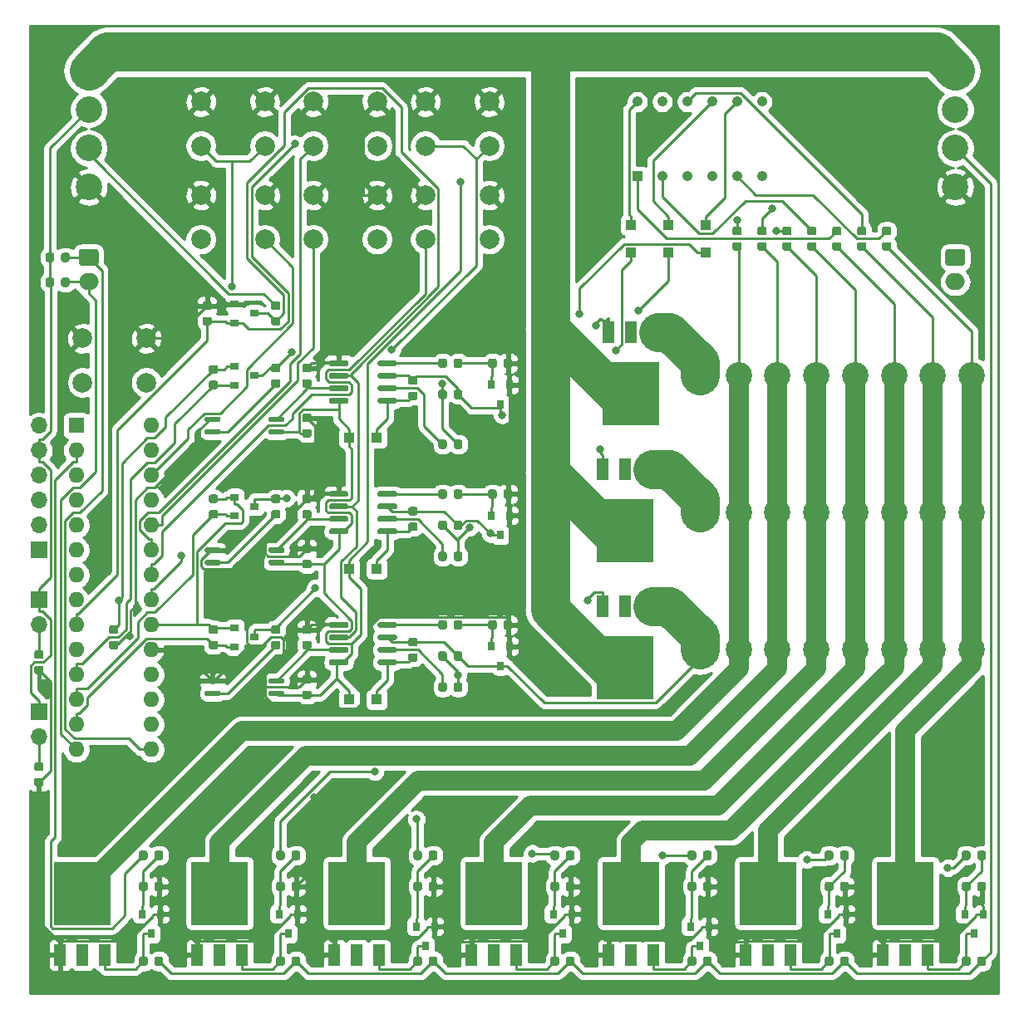
<source format=gbl>
%TF.GenerationSoftware,KiCad,Pcbnew,(5.1.6)-1*%
%TF.CreationDate,2020-09-10T20:04:36+09:00*%
%TF.ProjectId,ScoreBoradPCB,53636f72-6542-46f7-9261-645043422e6b,rev?*%
%TF.SameCoordinates,Original*%
%TF.FileFunction,Copper,L2,Bot*%
%TF.FilePolarity,Positive*%
%FSLAX46Y46*%
G04 Gerber Fmt 4.6, Leading zero omitted, Abs format (unit mm)*
G04 Created by KiCad (PCBNEW (5.1.6)-1) date 2020-09-10 20:04:36*
%MOMM*%
%LPD*%
G01*
G04 APERTURE LIST*
%TA.AperFunction,ComponentPad*%
%ADD10O,1.700000X1.700000*%
%TD*%
%TA.AperFunction,ComponentPad*%
%ADD11R,1.700000X1.700000*%
%TD*%
%TA.AperFunction,ComponentPad*%
%ADD12O,1.600000X1.600000*%
%TD*%
%TA.AperFunction,ComponentPad*%
%ADD13R,1.600000X1.600000*%
%TD*%
%TA.AperFunction,ComponentPad*%
%ADD14C,2.000000*%
%TD*%
%TA.AperFunction,SMDPad,CuDef*%
%ADD15R,0.900000X0.800000*%
%TD*%
%TA.AperFunction,SMDPad,CuDef*%
%ADD16R,0.800000X0.900000*%
%TD*%
%TA.AperFunction,SMDPad,CuDef*%
%ADD17R,5.800000X6.400000*%
%TD*%
%TA.AperFunction,SMDPad,CuDef*%
%ADD18R,1.200000X2.200000*%
%TD*%
%TA.AperFunction,ComponentPad*%
%ADD19O,2.000000X1.700000*%
%TD*%
%TA.AperFunction,ComponentPad*%
%ADD20C,2.700000*%
%TD*%
%TA.AperFunction,ComponentPad*%
%ADD21C,1.050000*%
%TD*%
%TA.AperFunction,ComponentPad*%
%ADD22R,1.050000X1.050000*%
%TD*%
%TA.AperFunction,SMDPad,CuDef*%
%ADD23R,1.100000X1.100000*%
%TD*%
%TA.AperFunction,ViaPad*%
%ADD24C,0.800000*%
%TD*%
%TA.AperFunction,Conductor*%
%ADD25C,0.250000*%
%TD*%
%TA.AperFunction,Conductor*%
%ADD26C,4.000000*%
%TD*%
%TA.AperFunction,Conductor*%
%ADD27C,2.000000*%
%TD*%
%TA.AperFunction,Conductor*%
%ADD28C,0.254000*%
%TD*%
G04 APERTURE END LIST*
D10*
%TO.P,J8,6*%
%TO.N,/Vpp_MCLR*%
X101600000Y-91440000D03*
%TO.P,J8,5*%
%TO.N,+5V*%
X101600000Y-93980000D03*
%TO.P,J8,4*%
%TO.N,GND*%
X101600000Y-96520000D03*
%TO.P,J8,3*%
%TO.N,/ICSP_DAT*%
X101600000Y-99060000D03*
%TO.P,J8,2*%
%TO.N,/ICSP_CLK*%
X101600000Y-101600000D03*
D11*
%TO.P,J8,1*%
%TO.N,Net-(J8-Pad1)*%
X101600000Y-104140000D03*
%TD*%
%TO.P,U7,8*%
%TO.N,Net-(C7-Pad1)*%
%TA.AperFunction,SMDPad,CuDef*%
G36*
G01*
X136120000Y-115720000D02*
X136120000Y-115420000D01*
G75*
G02*
X136270000Y-115270000I150000J0D01*
G01*
X137920000Y-115270000D01*
G75*
G02*
X138070000Y-115420000I0J-150000D01*
G01*
X138070000Y-115720000D01*
G75*
G02*
X137920000Y-115870000I-150000J0D01*
G01*
X136270000Y-115870000D01*
G75*
G02*
X136120000Y-115720000I0J150000D01*
G01*
G37*
%TD.AperFunction*%
%TO.P,U7,7*%
%TO.N,Net-(R39-Pad2)*%
%TA.AperFunction,SMDPad,CuDef*%
G36*
G01*
X136120000Y-114450000D02*
X136120000Y-114150000D01*
G75*
G02*
X136270000Y-114000000I150000J0D01*
G01*
X137920000Y-114000000D01*
G75*
G02*
X138070000Y-114150000I0J-150000D01*
G01*
X138070000Y-114450000D01*
G75*
G02*
X137920000Y-114600000I-150000J0D01*
G01*
X136270000Y-114600000D01*
G75*
G02*
X136120000Y-114450000I0J150000D01*
G01*
G37*
%TD.AperFunction*%
%TO.P,U7,6*%
%TO.N,/Anode_hun*%
%TA.AperFunction,SMDPad,CuDef*%
G36*
G01*
X136120000Y-113180000D02*
X136120000Y-112880000D01*
G75*
G02*
X136270000Y-112730000I150000J0D01*
G01*
X137920000Y-112730000D01*
G75*
G02*
X138070000Y-112880000I0J-150000D01*
G01*
X138070000Y-113180000D01*
G75*
G02*
X137920000Y-113330000I-150000J0D01*
G01*
X136270000Y-113330000D01*
G75*
G02*
X136120000Y-113180000I0J150000D01*
G01*
G37*
%TD.AperFunction*%
%TO.P,U7,5*%
%TO.N,Net-(R40-Pad2)*%
%TA.AperFunction,SMDPad,CuDef*%
G36*
G01*
X136120000Y-111910000D02*
X136120000Y-111610000D01*
G75*
G02*
X136270000Y-111460000I150000J0D01*
G01*
X137920000Y-111460000D01*
G75*
G02*
X138070000Y-111610000I0J-150000D01*
G01*
X138070000Y-111910000D01*
G75*
G02*
X137920000Y-112060000I-150000J0D01*
G01*
X136270000Y-112060000D01*
G75*
G02*
X136120000Y-111910000I0J150000D01*
G01*
G37*
%TD.AperFunction*%
%TO.P,U7,4*%
%TO.N,GND*%
%TA.AperFunction,SMDPad,CuDef*%
G36*
G01*
X131170000Y-111910000D02*
X131170000Y-111610000D01*
G75*
G02*
X131320000Y-111460000I150000J0D01*
G01*
X132970000Y-111460000D01*
G75*
G02*
X133120000Y-111610000I0J-150000D01*
G01*
X133120000Y-111910000D01*
G75*
G02*
X132970000Y-112060000I-150000J0D01*
G01*
X131320000Y-112060000D01*
G75*
G02*
X131170000Y-111910000I0J150000D01*
G01*
G37*
%TD.AperFunction*%
%TO.P,U7,3*%
%TO.N,Net-(Q24-Pad3)*%
%TA.AperFunction,SMDPad,CuDef*%
G36*
G01*
X131170000Y-113180000D02*
X131170000Y-112880000D01*
G75*
G02*
X131320000Y-112730000I150000J0D01*
G01*
X132970000Y-112730000D01*
G75*
G02*
X133120000Y-112880000I0J-150000D01*
G01*
X133120000Y-113180000D01*
G75*
G02*
X132970000Y-113330000I-150000J0D01*
G01*
X131320000Y-113330000D01*
G75*
G02*
X131170000Y-113180000I0J150000D01*
G01*
G37*
%TD.AperFunction*%
%TO.P,U7,2*%
%TO.N,Net-(R38-Pad1)*%
%TA.AperFunction,SMDPad,CuDef*%
G36*
G01*
X131170000Y-114450000D02*
X131170000Y-114150000D01*
G75*
G02*
X131320000Y-114000000I150000J0D01*
G01*
X132970000Y-114000000D01*
G75*
G02*
X133120000Y-114150000I0J-150000D01*
G01*
X133120000Y-114450000D01*
G75*
G02*
X132970000Y-114600000I-150000J0D01*
G01*
X131320000Y-114600000D01*
G75*
G02*
X131170000Y-114450000I0J150000D01*
G01*
G37*
%TD.AperFunction*%
%TO.P,U7,1*%
%TO.N,+12V*%
%TA.AperFunction,SMDPad,CuDef*%
G36*
G01*
X131170000Y-115720000D02*
X131170000Y-115420000D01*
G75*
G02*
X131320000Y-115270000I150000J0D01*
G01*
X132970000Y-115270000D01*
G75*
G02*
X133120000Y-115420000I0J-150000D01*
G01*
X133120000Y-115720000D01*
G75*
G02*
X132970000Y-115870000I-150000J0D01*
G01*
X131320000Y-115870000D01*
G75*
G02*
X131170000Y-115720000I0J150000D01*
G01*
G37*
%TD.AperFunction*%
%TD*%
%TO.P,U6,4*%
%TO.N,+12V*%
%TA.AperFunction,SMDPad,CuDef*%
G36*
G01*
X125005000Y-118882500D02*
X125005000Y-118607500D01*
G75*
G02*
X125142500Y-118470000I137500J0D01*
G01*
X126467500Y-118470000D01*
G75*
G02*
X126605000Y-118607500I0J-137500D01*
G01*
X126605000Y-118882500D01*
G75*
G02*
X126467500Y-119020000I-137500J0D01*
G01*
X125142500Y-119020000D01*
G75*
G02*
X125005000Y-118882500I0J137500D01*
G01*
G37*
%TD.AperFunction*%
%TO.P,U6,3*%
%TO.N,Net-(R38-Pad1)*%
%TA.AperFunction,SMDPad,CuDef*%
G36*
G01*
X125005000Y-117612500D02*
X125005000Y-117337500D01*
G75*
G02*
X125142500Y-117200000I137500J0D01*
G01*
X126467500Y-117200000D01*
G75*
G02*
X126605000Y-117337500I0J-137500D01*
G01*
X126605000Y-117612500D01*
G75*
G02*
X126467500Y-117750000I-137500J0D01*
G01*
X125142500Y-117750000D01*
G75*
G02*
X125005000Y-117612500I0J137500D01*
G01*
G37*
%TD.AperFunction*%
%TO.P,U6,2*%
%TO.N,GND*%
%TA.AperFunction,SMDPad,CuDef*%
G36*
G01*
X118505000Y-117612500D02*
X118505000Y-117337500D01*
G75*
G02*
X118642500Y-117200000I137500J0D01*
G01*
X119967500Y-117200000D01*
G75*
G02*
X120105000Y-117337500I0J-137500D01*
G01*
X120105000Y-117612500D01*
G75*
G02*
X119967500Y-117750000I-137500J0D01*
G01*
X118642500Y-117750000D01*
G75*
G02*
X118505000Y-117612500I0J137500D01*
G01*
G37*
%TD.AperFunction*%
%TO.P,U6,1*%
%TO.N,Net-(R37-Pad1)*%
%TA.AperFunction,SMDPad,CuDef*%
G36*
G01*
X118505000Y-118882500D02*
X118505000Y-118607500D01*
G75*
G02*
X118642500Y-118470000I137500J0D01*
G01*
X119967500Y-118470000D01*
G75*
G02*
X120105000Y-118607500I0J-137500D01*
G01*
X120105000Y-118882500D01*
G75*
G02*
X119967500Y-119020000I-137500J0D01*
G01*
X118642500Y-119020000D01*
G75*
G02*
X118505000Y-118882500I0J137500D01*
G01*
G37*
%TD.AperFunction*%
%TD*%
%TO.P,U5,8*%
%TO.N,Net-(C5-Pad1)*%
%TA.AperFunction,SMDPad,CuDef*%
G36*
G01*
X136120000Y-102385000D02*
X136120000Y-102085000D01*
G75*
G02*
X136270000Y-101935000I150000J0D01*
G01*
X137920000Y-101935000D01*
G75*
G02*
X138070000Y-102085000I0J-150000D01*
G01*
X138070000Y-102385000D01*
G75*
G02*
X137920000Y-102535000I-150000J0D01*
G01*
X136270000Y-102535000D01*
G75*
G02*
X136120000Y-102385000I0J150000D01*
G01*
G37*
%TD.AperFunction*%
%TO.P,U5,7*%
%TO.N,Net-(R32-Pad2)*%
%TA.AperFunction,SMDPad,CuDef*%
G36*
G01*
X136120000Y-101115000D02*
X136120000Y-100815000D01*
G75*
G02*
X136270000Y-100665000I150000J0D01*
G01*
X137920000Y-100665000D01*
G75*
G02*
X138070000Y-100815000I0J-150000D01*
G01*
X138070000Y-101115000D01*
G75*
G02*
X137920000Y-101265000I-150000J0D01*
G01*
X136270000Y-101265000D01*
G75*
G02*
X136120000Y-101115000I0J150000D01*
G01*
G37*
%TD.AperFunction*%
%TO.P,U5,6*%
%TO.N,/Anode_ten*%
%TA.AperFunction,SMDPad,CuDef*%
G36*
G01*
X136120000Y-99845000D02*
X136120000Y-99545000D01*
G75*
G02*
X136270000Y-99395000I150000J0D01*
G01*
X137920000Y-99395000D01*
G75*
G02*
X138070000Y-99545000I0J-150000D01*
G01*
X138070000Y-99845000D01*
G75*
G02*
X137920000Y-99995000I-150000J0D01*
G01*
X136270000Y-99995000D01*
G75*
G02*
X136120000Y-99845000I0J150000D01*
G01*
G37*
%TD.AperFunction*%
%TO.P,U5,5*%
%TO.N,Net-(R33-Pad2)*%
%TA.AperFunction,SMDPad,CuDef*%
G36*
G01*
X136120000Y-98575000D02*
X136120000Y-98275000D01*
G75*
G02*
X136270000Y-98125000I150000J0D01*
G01*
X137920000Y-98125000D01*
G75*
G02*
X138070000Y-98275000I0J-150000D01*
G01*
X138070000Y-98575000D01*
G75*
G02*
X137920000Y-98725000I-150000J0D01*
G01*
X136270000Y-98725000D01*
G75*
G02*
X136120000Y-98575000I0J150000D01*
G01*
G37*
%TD.AperFunction*%
%TO.P,U5,4*%
%TO.N,GND*%
%TA.AperFunction,SMDPad,CuDef*%
G36*
G01*
X131170000Y-98575000D02*
X131170000Y-98275000D01*
G75*
G02*
X131320000Y-98125000I150000J0D01*
G01*
X132970000Y-98125000D01*
G75*
G02*
X133120000Y-98275000I0J-150000D01*
G01*
X133120000Y-98575000D01*
G75*
G02*
X132970000Y-98725000I-150000J0D01*
G01*
X131320000Y-98725000D01*
G75*
G02*
X131170000Y-98575000I0J150000D01*
G01*
G37*
%TD.AperFunction*%
%TO.P,U5,3*%
%TO.N,Net-(Q24-Pad3)*%
%TA.AperFunction,SMDPad,CuDef*%
G36*
G01*
X131170000Y-99845000D02*
X131170000Y-99545000D01*
G75*
G02*
X131320000Y-99395000I150000J0D01*
G01*
X132970000Y-99395000D01*
G75*
G02*
X133120000Y-99545000I0J-150000D01*
G01*
X133120000Y-99845000D01*
G75*
G02*
X132970000Y-99995000I-150000J0D01*
G01*
X131320000Y-99995000D01*
G75*
G02*
X131170000Y-99845000I0J150000D01*
G01*
G37*
%TD.AperFunction*%
%TO.P,U5,2*%
%TO.N,Net-(R31-Pad1)*%
%TA.AperFunction,SMDPad,CuDef*%
G36*
G01*
X131170000Y-101115000D02*
X131170000Y-100815000D01*
G75*
G02*
X131320000Y-100665000I150000J0D01*
G01*
X132970000Y-100665000D01*
G75*
G02*
X133120000Y-100815000I0J-150000D01*
G01*
X133120000Y-101115000D01*
G75*
G02*
X132970000Y-101265000I-150000J0D01*
G01*
X131320000Y-101265000D01*
G75*
G02*
X131170000Y-101115000I0J150000D01*
G01*
G37*
%TD.AperFunction*%
%TO.P,U5,1*%
%TO.N,+12V*%
%TA.AperFunction,SMDPad,CuDef*%
G36*
G01*
X131170000Y-102385000D02*
X131170000Y-102085000D01*
G75*
G02*
X131320000Y-101935000I150000J0D01*
G01*
X132970000Y-101935000D01*
G75*
G02*
X133120000Y-102085000I0J-150000D01*
G01*
X133120000Y-102385000D01*
G75*
G02*
X132970000Y-102535000I-150000J0D01*
G01*
X131320000Y-102535000D01*
G75*
G02*
X131170000Y-102385000I0J150000D01*
G01*
G37*
%TD.AperFunction*%
%TD*%
%TO.P,U4,4*%
%TO.N,+12V*%
%TA.AperFunction,SMDPad,CuDef*%
G36*
G01*
X125005000Y-105547500D02*
X125005000Y-105272500D01*
G75*
G02*
X125142500Y-105135000I137500J0D01*
G01*
X126467500Y-105135000D01*
G75*
G02*
X126605000Y-105272500I0J-137500D01*
G01*
X126605000Y-105547500D01*
G75*
G02*
X126467500Y-105685000I-137500J0D01*
G01*
X125142500Y-105685000D01*
G75*
G02*
X125005000Y-105547500I0J137500D01*
G01*
G37*
%TD.AperFunction*%
%TO.P,U4,3*%
%TO.N,Net-(R31-Pad1)*%
%TA.AperFunction,SMDPad,CuDef*%
G36*
G01*
X125005000Y-104277500D02*
X125005000Y-104002500D01*
G75*
G02*
X125142500Y-103865000I137500J0D01*
G01*
X126467500Y-103865000D01*
G75*
G02*
X126605000Y-104002500I0J-137500D01*
G01*
X126605000Y-104277500D01*
G75*
G02*
X126467500Y-104415000I-137500J0D01*
G01*
X125142500Y-104415000D01*
G75*
G02*
X125005000Y-104277500I0J137500D01*
G01*
G37*
%TD.AperFunction*%
%TO.P,U4,2*%
%TO.N,GND*%
%TA.AperFunction,SMDPad,CuDef*%
G36*
G01*
X118505000Y-104277500D02*
X118505000Y-104002500D01*
G75*
G02*
X118642500Y-103865000I137500J0D01*
G01*
X119967500Y-103865000D01*
G75*
G02*
X120105000Y-104002500I0J-137500D01*
G01*
X120105000Y-104277500D01*
G75*
G02*
X119967500Y-104415000I-137500J0D01*
G01*
X118642500Y-104415000D01*
G75*
G02*
X118505000Y-104277500I0J137500D01*
G01*
G37*
%TD.AperFunction*%
%TO.P,U4,1*%
%TO.N,Net-(R30-Pad1)*%
%TA.AperFunction,SMDPad,CuDef*%
G36*
G01*
X118505000Y-105547500D02*
X118505000Y-105272500D01*
G75*
G02*
X118642500Y-105135000I137500J0D01*
G01*
X119967500Y-105135000D01*
G75*
G02*
X120105000Y-105272500I0J-137500D01*
G01*
X120105000Y-105547500D01*
G75*
G02*
X119967500Y-105685000I-137500J0D01*
G01*
X118642500Y-105685000D01*
G75*
G02*
X118505000Y-105547500I0J137500D01*
G01*
G37*
%TD.AperFunction*%
%TD*%
%TO.P,U3,8*%
%TO.N,Net-(C3-Pad1)*%
%TA.AperFunction,SMDPad,CuDef*%
G36*
G01*
X136120000Y-89050000D02*
X136120000Y-88750000D01*
G75*
G02*
X136270000Y-88600000I150000J0D01*
G01*
X137920000Y-88600000D01*
G75*
G02*
X138070000Y-88750000I0J-150000D01*
G01*
X138070000Y-89050000D01*
G75*
G02*
X137920000Y-89200000I-150000J0D01*
G01*
X136270000Y-89200000D01*
G75*
G02*
X136120000Y-89050000I0J150000D01*
G01*
G37*
%TD.AperFunction*%
%TO.P,U3,7*%
%TO.N,Net-(R25-Pad2)*%
%TA.AperFunction,SMDPad,CuDef*%
G36*
G01*
X136120000Y-87780000D02*
X136120000Y-87480000D01*
G75*
G02*
X136270000Y-87330000I150000J0D01*
G01*
X137920000Y-87330000D01*
G75*
G02*
X138070000Y-87480000I0J-150000D01*
G01*
X138070000Y-87780000D01*
G75*
G02*
X137920000Y-87930000I-150000J0D01*
G01*
X136270000Y-87930000D01*
G75*
G02*
X136120000Y-87780000I0J150000D01*
G01*
G37*
%TD.AperFunction*%
%TO.P,U3,6*%
%TO.N,/Anode_one*%
%TA.AperFunction,SMDPad,CuDef*%
G36*
G01*
X136120000Y-86510000D02*
X136120000Y-86210000D01*
G75*
G02*
X136270000Y-86060000I150000J0D01*
G01*
X137920000Y-86060000D01*
G75*
G02*
X138070000Y-86210000I0J-150000D01*
G01*
X138070000Y-86510000D01*
G75*
G02*
X137920000Y-86660000I-150000J0D01*
G01*
X136270000Y-86660000D01*
G75*
G02*
X136120000Y-86510000I0J150000D01*
G01*
G37*
%TD.AperFunction*%
%TO.P,U3,5*%
%TO.N,Net-(R26-Pad2)*%
%TA.AperFunction,SMDPad,CuDef*%
G36*
G01*
X136120000Y-85240000D02*
X136120000Y-84940000D01*
G75*
G02*
X136270000Y-84790000I150000J0D01*
G01*
X137920000Y-84790000D01*
G75*
G02*
X138070000Y-84940000I0J-150000D01*
G01*
X138070000Y-85240000D01*
G75*
G02*
X137920000Y-85390000I-150000J0D01*
G01*
X136270000Y-85390000D01*
G75*
G02*
X136120000Y-85240000I0J150000D01*
G01*
G37*
%TD.AperFunction*%
%TO.P,U3,4*%
%TO.N,GND*%
%TA.AperFunction,SMDPad,CuDef*%
G36*
G01*
X131170000Y-85240000D02*
X131170000Y-84940000D01*
G75*
G02*
X131320000Y-84790000I150000J0D01*
G01*
X132970000Y-84790000D01*
G75*
G02*
X133120000Y-84940000I0J-150000D01*
G01*
X133120000Y-85240000D01*
G75*
G02*
X132970000Y-85390000I-150000J0D01*
G01*
X131320000Y-85390000D01*
G75*
G02*
X131170000Y-85240000I0J150000D01*
G01*
G37*
%TD.AperFunction*%
%TO.P,U3,3*%
%TO.N,Net-(Q24-Pad3)*%
%TA.AperFunction,SMDPad,CuDef*%
G36*
G01*
X131170000Y-86510000D02*
X131170000Y-86210000D01*
G75*
G02*
X131320000Y-86060000I150000J0D01*
G01*
X132970000Y-86060000D01*
G75*
G02*
X133120000Y-86210000I0J-150000D01*
G01*
X133120000Y-86510000D01*
G75*
G02*
X132970000Y-86660000I-150000J0D01*
G01*
X131320000Y-86660000D01*
G75*
G02*
X131170000Y-86510000I0J150000D01*
G01*
G37*
%TD.AperFunction*%
%TO.P,U3,2*%
%TO.N,Net-(R24-Pad1)*%
%TA.AperFunction,SMDPad,CuDef*%
G36*
G01*
X131170000Y-87780000D02*
X131170000Y-87480000D01*
G75*
G02*
X131320000Y-87330000I150000J0D01*
G01*
X132970000Y-87330000D01*
G75*
G02*
X133120000Y-87480000I0J-150000D01*
G01*
X133120000Y-87780000D01*
G75*
G02*
X132970000Y-87930000I-150000J0D01*
G01*
X131320000Y-87930000D01*
G75*
G02*
X131170000Y-87780000I0J150000D01*
G01*
G37*
%TD.AperFunction*%
%TO.P,U3,1*%
%TO.N,+12V*%
%TA.AperFunction,SMDPad,CuDef*%
G36*
G01*
X131170000Y-89050000D02*
X131170000Y-88750000D01*
G75*
G02*
X131320000Y-88600000I150000J0D01*
G01*
X132970000Y-88600000D01*
G75*
G02*
X133120000Y-88750000I0J-150000D01*
G01*
X133120000Y-89050000D01*
G75*
G02*
X132970000Y-89200000I-150000J0D01*
G01*
X131320000Y-89200000D01*
G75*
G02*
X131170000Y-89050000I0J150000D01*
G01*
G37*
%TD.AperFunction*%
%TD*%
%TO.P,U2,4*%
%TO.N,+12V*%
%TA.AperFunction,SMDPad,CuDef*%
G36*
G01*
X125005000Y-92212500D02*
X125005000Y-91937500D01*
G75*
G02*
X125142500Y-91800000I137500J0D01*
G01*
X126467500Y-91800000D01*
G75*
G02*
X126605000Y-91937500I0J-137500D01*
G01*
X126605000Y-92212500D01*
G75*
G02*
X126467500Y-92350000I-137500J0D01*
G01*
X125142500Y-92350000D01*
G75*
G02*
X125005000Y-92212500I0J137500D01*
G01*
G37*
%TD.AperFunction*%
%TO.P,U2,3*%
%TO.N,Net-(R24-Pad1)*%
%TA.AperFunction,SMDPad,CuDef*%
G36*
G01*
X125005000Y-90942500D02*
X125005000Y-90667500D01*
G75*
G02*
X125142500Y-90530000I137500J0D01*
G01*
X126467500Y-90530000D01*
G75*
G02*
X126605000Y-90667500I0J-137500D01*
G01*
X126605000Y-90942500D01*
G75*
G02*
X126467500Y-91080000I-137500J0D01*
G01*
X125142500Y-91080000D01*
G75*
G02*
X125005000Y-90942500I0J137500D01*
G01*
G37*
%TD.AperFunction*%
%TO.P,U2,2*%
%TO.N,GND*%
%TA.AperFunction,SMDPad,CuDef*%
G36*
G01*
X118505000Y-90942500D02*
X118505000Y-90667500D01*
G75*
G02*
X118642500Y-90530000I137500J0D01*
G01*
X119967500Y-90530000D01*
G75*
G02*
X120105000Y-90667500I0J-137500D01*
G01*
X120105000Y-90942500D01*
G75*
G02*
X119967500Y-91080000I-137500J0D01*
G01*
X118642500Y-91080000D01*
G75*
G02*
X118505000Y-90942500I0J137500D01*
G01*
G37*
%TD.AperFunction*%
%TO.P,U2,1*%
%TO.N,Net-(R23-Pad1)*%
%TA.AperFunction,SMDPad,CuDef*%
G36*
G01*
X118505000Y-92212500D02*
X118505000Y-91937500D01*
G75*
G02*
X118642500Y-91800000I137500J0D01*
G01*
X119967500Y-91800000D01*
G75*
G02*
X120105000Y-91937500I0J-137500D01*
G01*
X120105000Y-92212500D01*
G75*
G02*
X119967500Y-92350000I-137500J0D01*
G01*
X118642500Y-92350000D01*
G75*
G02*
X118505000Y-92212500I0J137500D01*
G01*
G37*
%TD.AperFunction*%
%TD*%
D12*
%TO.P,U1,28*%
%TO.N,/ICSP_DAT*%
X113030000Y-91440000D03*
%TO.P,U1,14*%
%TO.N,/SCL*%
X105410000Y-124460000D03*
%TO.P,U1,27*%
%TO.N,/ICSP_CLK*%
X113030000Y-93980000D03*
%TO.P,U1,13*%
%TO.N,/Place_hun*%
X105410000Y-121920000D03*
%TO.P,U1,26*%
%TO.N,/Minus_hun*%
X113030000Y-96520000D03*
%TO.P,U1,12*%
%TO.N,/Place_ten*%
X105410000Y-119380000D03*
%TO.P,U1,25*%
%TO.N,/Plus_hun*%
X113030000Y-99060000D03*
%TO.P,U1,11*%
%TO.N,/Place_one*%
X105410000Y-116840000D03*
%TO.P,U1,24*%
%TO.N,/Minus_ten*%
X113030000Y-101600000D03*
%TO.P,U1,10*%
%TO.N,/Segment_g*%
X105410000Y-114300000D03*
%TO.P,U1,23*%
%TO.N,/Plus_ten*%
X113030000Y-104140000D03*
%TO.P,U1,9*%
%TO.N,/ShutDown*%
X105410000Y-111760000D03*
%TO.P,U1,22*%
%TO.N,/Minus_one*%
X113030000Y-106680000D03*
%TO.P,U1,8*%
%TO.N,GND*%
X105410000Y-109220000D03*
%TO.P,U1,21*%
%TO.N,/Plus_one*%
X113030000Y-109220000D03*
%TO.P,U1,7*%
%TO.N,/Segment_f*%
X105410000Y-106680000D03*
%TO.P,U1,20*%
%TO.N,+5V*%
X113030000Y-111760000D03*
%TO.P,U1,6*%
%TO.N,/Segment_e*%
X105410000Y-104140000D03*
%TO.P,U1,19*%
%TO.N,GND*%
X113030000Y-114300000D03*
%TO.P,U1,5*%
%TO.N,/Segment_d*%
X105410000Y-101600000D03*
%TO.P,U1,18*%
%TO.N,Net-(U1-Pad18)*%
X113030000Y-116840000D03*
%TO.P,U1,4*%
%TO.N,/Segment_c*%
X105410000Y-99060000D03*
%TO.P,U1,17*%
%TO.N,/Address_2*%
X113030000Y-119380000D03*
%TO.P,U1,3*%
%TO.N,/Segment_b*%
X105410000Y-96520000D03*
%TO.P,U1,16*%
%TO.N,/Address_1*%
X113030000Y-121920000D03*
%TO.P,U1,2*%
%TO.N,/Segment_a*%
X105410000Y-93980000D03*
%TO.P,U1,15*%
%TO.N,/SDA*%
X113030000Y-124460000D03*
D13*
%TO.P,U1,1*%
%TO.N,/Vpp_MCLR*%
X105410000Y-91440000D03*
%TD*%
D14*
%TO.P,SW7,1*%
%TO.N,GND*%
X112545000Y-82550000D03*
%TO.P,SW7,2*%
%TO.N,/Vpp_MCLR*%
X112545000Y-87050000D03*
%TO.P,SW7,1*%
%TO.N,GND*%
X106045000Y-82550000D03*
%TO.P,SW7,2*%
%TO.N,/Vpp_MCLR*%
X106045000Y-87050000D03*
%TD*%
%TO.P,SW6,1*%
%TO.N,GND*%
X147470000Y-58420000D03*
%TO.P,SW6,2*%
%TO.N,/Plus_one*%
X147470000Y-62920000D03*
%TO.P,SW6,1*%
%TO.N,GND*%
X140970000Y-58420000D03*
%TO.P,SW6,2*%
%TO.N,/Plus_one*%
X140970000Y-62920000D03*
%TD*%
%TO.P,SW5,1*%
%TO.N,GND*%
X147470000Y-67945000D03*
%TO.P,SW5,2*%
%TO.N,/Minus_one*%
X147470000Y-72445000D03*
%TO.P,SW5,1*%
%TO.N,GND*%
X140970000Y-67945000D03*
%TO.P,SW5,2*%
%TO.N,/Minus_one*%
X140970000Y-72445000D03*
%TD*%
%TO.P,SW4,1*%
%TO.N,GND*%
X136040000Y-58420000D03*
%TO.P,SW4,2*%
%TO.N,/Plus_ten*%
X136040000Y-62920000D03*
%TO.P,SW4,1*%
%TO.N,GND*%
X129540000Y-58420000D03*
%TO.P,SW4,2*%
%TO.N,/Plus_ten*%
X129540000Y-62920000D03*
%TD*%
%TO.P,SW3,1*%
%TO.N,GND*%
X136040000Y-67945000D03*
%TO.P,SW3,2*%
%TO.N,/Minus_ten*%
X136040000Y-72445000D03*
%TO.P,SW3,1*%
%TO.N,GND*%
X129540000Y-67945000D03*
%TO.P,SW3,2*%
%TO.N,/Minus_ten*%
X129540000Y-72445000D03*
%TD*%
%TO.P,SW2,1*%
%TO.N,GND*%
X124610000Y-58420000D03*
%TO.P,SW2,2*%
%TO.N,/Plus_hun*%
X124610000Y-62920000D03*
%TO.P,SW2,1*%
%TO.N,GND*%
X118110000Y-58420000D03*
%TO.P,SW2,2*%
%TO.N,/Plus_hun*%
X118110000Y-62920000D03*
%TD*%
%TO.P,SW1,1*%
%TO.N,GND*%
X124610000Y-67945000D03*
%TO.P,SW1,2*%
%TO.N,/Minus_hun*%
X124610000Y-72445000D03*
%TO.P,SW1,1*%
%TO.N,GND*%
X118110000Y-67945000D03*
%TO.P,SW1,2*%
%TO.N,/Minus_hun*%
X118110000Y-72445000D03*
%TD*%
%TO.P,R61,2*%
%TO.N,/SCL*%
%TA.AperFunction,SMDPad,CuDef*%
G36*
G01*
X103855000Y-77091250D02*
X103855000Y-76578750D01*
G75*
G02*
X104073750Y-76360000I218750J0D01*
G01*
X104511250Y-76360000D01*
G75*
G02*
X104730000Y-76578750I0J-218750D01*
G01*
X104730000Y-77091250D01*
G75*
G02*
X104511250Y-77310000I-218750J0D01*
G01*
X104073750Y-77310000D01*
G75*
G02*
X103855000Y-77091250I0J218750D01*
G01*
G37*
%TD.AperFunction*%
%TO.P,R61,1*%
%TO.N,+5V*%
%TA.AperFunction,SMDPad,CuDef*%
G36*
G01*
X102280000Y-77091250D02*
X102280000Y-76578750D01*
G75*
G02*
X102498750Y-76360000I218750J0D01*
G01*
X102936250Y-76360000D01*
G75*
G02*
X103155000Y-76578750I0J-218750D01*
G01*
X103155000Y-77091250D01*
G75*
G02*
X102936250Y-77310000I-218750J0D01*
G01*
X102498750Y-77310000D01*
G75*
G02*
X102280000Y-77091250I0J218750D01*
G01*
G37*
%TD.AperFunction*%
%TD*%
%TO.P,R60,2*%
%TO.N,/SDA*%
%TA.AperFunction,SMDPad,CuDef*%
G36*
G01*
X103855000Y-74551250D02*
X103855000Y-74038750D01*
G75*
G02*
X104073750Y-73820000I218750J0D01*
G01*
X104511250Y-73820000D01*
G75*
G02*
X104730000Y-74038750I0J-218750D01*
G01*
X104730000Y-74551250D01*
G75*
G02*
X104511250Y-74770000I-218750J0D01*
G01*
X104073750Y-74770000D01*
G75*
G02*
X103855000Y-74551250I0J218750D01*
G01*
G37*
%TD.AperFunction*%
%TO.P,R60,1*%
%TO.N,+5V*%
%TA.AperFunction,SMDPad,CuDef*%
G36*
G01*
X102280000Y-74551250D02*
X102280000Y-74038750D01*
G75*
G02*
X102498750Y-73820000I218750J0D01*
G01*
X102936250Y-73820000D01*
G75*
G02*
X103155000Y-74038750I0J-218750D01*
G01*
X103155000Y-74551250D01*
G75*
G02*
X102936250Y-74770000I-218750J0D01*
G01*
X102498750Y-74770000D01*
G75*
G02*
X102280000Y-74551250I0J218750D01*
G01*
G37*
%TD.AperFunction*%
%TD*%
%TO.P,R59,2*%
%TO.N,GND*%
%TA.AperFunction,SMDPad,CuDef*%
G36*
G01*
X101343750Y-127350000D02*
X101856250Y-127350000D01*
G75*
G02*
X102075000Y-127568750I0J-218750D01*
G01*
X102075000Y-128006250D01*
G75*
G02*
X101856250Y-128225000I-218750J0D01*
G01*
X101343750Y-128225000D01*
G75*
G02*
X101125000Y-128006250I0J218750D01*
G01*
X101125000Y-127568750D01*
G75*
G02*
X101343750Y-127350000I218750J0D01*
G01*
G37*
%TD.AperFunction*%
%TO.P,R59,1*%
%TO.N,/Address_2*%
%TA.AperFunction,SMDPad,CuDef*%
G36*
G01*
X101343750Y-125775000D02*
X101856250Y-125775000D01*
G75*
G02*
X102075000Y-125993750I0J-218750D01*
G01*
X102075000Y-126431250D01*
G75*
G02*
X101856250Y-126650000I-218750J0D01*
G01*
X101343750Y-126650000D01*
G75*
G02*
X101125000Y-126431250I0J218750D01*
G01*
X101125000Y-125993750D01*
G75*
G02*
X101343750Y-125775000I218750J0D01*
G01*
G37*
%TD.AperFunction*%
%TD*%
%TO.P,R58,2*%
%TO.N,GND*%
%TA.AperFunction,SMDPad,CuDef*%
G36*
G01*
X101343750Y-115920000D02*
X101856250Y-115920000D01*
G75*
G02*
X102075000Y-116138750I0J-218750D01*
G01*
X102075000Y-116576250D01*
G75*
G02*
X101856250Y-116795000I-218750J0D01*
G01*
X101343750Y-116795000D01*
G75*
G02*
X101125000Y-116576250I0J218750D01*
G01*
X101125000Y-116138750D01*
G75*
G02*
X101343750Y-115920000I218750J0D01*
G01*
G37*
%TD.AperFunction*%
%TO.P,R58,1*%
%TO.N,/Address_1*%
%TA.AperFunction,SMDPad,CuDef*%
G36*
G01*
X101343750Y-114345000D02*
X101856250Y-114345000D01*
G75*
G02*
X102075000Y-114563750I0J-218750D01*
G01*
X102075000Y-115001250D01*
G75*
G02*
X101856250Y-115220000I-218750J0D01*
G01*
X101343750Y-115220000D01*
G75*
G02*
X101125000Y-115001250I0J218750D01*
G01*
X101125000Y-114563750D01*
G75*
G02*
X101343750Y-114345000I218750J0D01*
G01*
G37*
%TD.AperFunction*%
%TD*%
%TO.P,R57,2*%
%TO.N,/Cathode_a*%
%TA.AperFunction,SMDPad,CuDef*%
G36*
G01*
X172463750Y-72740000D02*
X172976250Y-72740000D01*
G75*
G02*
X173195000Y-72958750I0J-218750D01*
G01*
X173195000Y-73396250D01*
G75*
G02*
X172976250Y-73615000I-218750J0D01*
G01*
X172463750Y-73615000D01*
G75*
G02*
X172245000Y-73396250I0J218750D01*
G01*
X172245000Y-72958750D01*
G75*
G02*
X172463750Y-72740000I218750J0D01*
G01*
G37*
%TD.AperFunction*%
%TO.P,R57,1*%
%TO.N,Net-(DS1-Pad11)*%
%TA.AperFunction,SMDPad,CuDef*%
G36*
G01*
X172463750Y-71165000D02*
X172976250Y-71165000D01*
G75*
G02*
X173195000Y-71383750I0J-218750D01*
G01*
X173195000Y-71821250D01*
G75*
G02*
X172976250Y-72040000I-218750J0D01*
G01*
X172463750Y-72040000D01*
G75*
G02*
X172245000Y-71821250I0J218750D01*
G01*
X172245000Y-71383750D01*
G75*
G02*
X172463750Y-71165000I218750J0D01*
G01*
G37*
%TD.AperFunction*%
%TD*%
%TO.P,R56,2*%
%TO.N,/Cathode_f*%
%TA.AperFunction,SMDPad,CuDef*%
G36*
G01*
X185163750Y-72740000D02*
X185676250Y-72740000D01*
G75*
G02*
X185895000Y-72958750I0J-218750D01*
G01*
X185895000Y-73396250D01*
G75*
G02*
X185676250Y-73615000I-218750J0D01*
G01*
X185163750Y-73615000D01*
G75*
G02*
X184945000Y-73396250I0J218750D01*
G01*
X184945000Y-72958750D01*
G75*
G02*
X185163750Y-72740000I218750J0D01*
G01*
G37*
%TD.AperFunction*%
%TO.P,R56,1*%
%TO.N,Net-(DS1-Pad10)*%
%TA.AperFunction,SMDPad,CuDef*%
G36*
G01*
X185163750Y-71165000D02*
X185676250Y-71165000D01*
G75*
G02*
X185895000Y-71383750I0J-218750D01*
G01*
X185895000Y-71821250D01*
G75*
G02*
X185676250Y-72040000I-218750J0D01*
G01*
X185163750Y-72040000D01*
G75*
G02*
X184945000Y-71821250I0J218750D01*
G01*
X184945000Y-71383750D01*
G75*
G02*
X185163750Y-71165000I218750J0D01*
G01*
G37*
%TD.AperFunction*%
%TD*%
%TO.P,R55,2*%
%TO.N,/Cathode_b*%
%TA.AperFunction,SMDPad,CuDef*%
G36*
G01*
X175003750Y-72740000D02*
X175516250Y-72740000D01*
G75*
G02*
X175735000Y-72958750I0J-218750D01*
G01*
X175735000Y-73396250D01*
G75*
G02*
X175516250Y-73615000I-218750J0D01*
G01*
X175003750Y-73615000D01*
G75*
G02*
X174785000Y-73396250I0J218750D01*
G01*
X174785000Y-72958750D01*
G75*
G02*
X175003750Y-72740000I218750J0D01*
G01*
G37*
%TD.AperFunction*%
%TO.P,R55,1*%
%TO.N,Net-(DS1-Pad7)*%
%TA.AperFunction,SMDPad,CuDef*%
G36*
G01*
X175003750Y-71165000D02*
X175516250Y-71165000D01*
G75*
G02*
X175735000Y-71383750I0J-218750D01*
G01*
X175735000Y-71821250D01*
G75*
G02*
X175516250Y-72040000I-218750J0D01*
G01*
X175003750Y-72040000D01*
G75*
G02*
X174785000Y-71821250I0J218750D01*
G01*
X174785000Y-71383750D01*
G75*
G02*
X175003750Y-71165000I218750J0D01*
G01*
G37*
%TD.AperFunction*%
%TD*%
%TO.P,R54,2*%
%TO.N,/Cathode_g*%
%TA.AperFunction,SMDPad,CuDef*%
G36*
G01*
X187703750Y-72740000D02*
X188216250Y-72740000D01*
G75*
G02*
X188435000Y-72958750I0J-218750D01*
G01*
X188435000Y-73396250D01*
G75*
G02*
X188216250Y-73615000I-218750J0D01*
G01*
X187703750Y-73615000D01*
G75*
G02*
X187485000Y-73396250I0J218750D01*
G01*
X187485000Y-72958750D01*
G75*
G02*
X187703750Y-72740000I218750J0D01*
G01*
G37*
%TD.AperFunction*%
%TO.P,R54,1*%
%TO.N,Net-(DS1-Pad5)*%
%TA.AperFunction,SMDPad,CuDef*%
G36*
G01*
X187703750Y-71165000D02*
X188216250Y-71165000D01*
G75*
G02*
X188435000Y-71383750I0J-218750D01*
G01*
X188435000Y-71821250D01*
G75*
G02*
X188216250Y-72040000I-218750J0D01*
G01*
X187703750Y-72040000D01*
G75*
G02*
X187485000Y-71821250I0J218750D01*
G01*
X187485000Y-71383750D01*
G75*
G02*
X187703750Y-71165000I218750J0D01*
G01*
G37*
%TD.AperFunction*%
%TD*%
%TO.P,R53,2*%
%TO.N,/Cathode_c*%
%TA.AperFunction,SMDPad,CuDef*%
G36*
G01*
X177543750Y-72740000D02*
X178056250Y-72740000D01*
G75*
G02*
X178275000Y-72958750I0J-218750D01*
G01*
X178275000Y-73396250D01*
G75*
G02*
X178056250Y-73615000I-218750J0D01*
G01*
X177543750Y-73615000D01*
G75*
G02*
X177325000Y-73396250I0J218750D01*
G01*
X177325000Y-72958750D01*
G75*
G02*
X177543750Y-72740000I218750J0D01*
G01*
G37*
%TD.AperFunction*%
%TO.P,R53,1*%
%TO.N,Net-(DS1-Pad4)*%
%TA.AperFunction,SMDPad,CuDef*%
G36*
G01*
X177543750Y-71165000D02*
X178056250Y-71165000D01*
G75*
G02*
X178275000Y-71383750I0J-218750D01*
G01*
X178275000Y-71821250D01*
G75*
G02*
X178056250Y-72040000I-218750J0D01*
G01*
X177543750Y-72040000D01*
G75*
G02*
X177325000Y-71821250I0J218750D01*
G01*
X177325000Y-71383750D01*
G75*
G02*
X177543750Y-71165000I218750J0D01*
G01*
G37*
%TD.AperFunction*%
%TD*%
%TO.P,R52,2*%
%TO.N,/Cathode_d*%
%TA.AperFunction,SMDPad,CuDef*%
G36*
G01*
X180083750Y-72740000D02*
X180596250Y-72740000D01*
G75*
G02*
X180815000Y-72958750I0J-218750D01*
G01*
X180815000Y-73396250D01*
G75*
G02*
X180596250Y-73615000I-218750J0D01*
G01*
X180083750Y-73615000D01*
G75*
G02*
X179865000Y-73396250I0J218750D01*
G01*
X179865000Y-72958750D01*
G75*
G02*
X180083750Y-72740000I218750J0D01*
G01*
G37*
%TD.AperFunction*%
%TO.P,R52,1*%
%TO.N,Net-(DS1-Pad2)*%
%TA.AperFunction,SMDPad,CuDef*%
G36*
G01*
X180083750Y-71165000D02*
X180596250Y-71165000D01*
G75*
G02*
X180815000Y-71383750I0J-218750D01*
G01*
X180815000Y-71821250D01*
G75*
G02*
X180596250Y-72040000I-218750J0D01*
G01*
X180083750Y-72040000D01*
G75*
G02*
X179865000Y-71821250I0J218750D01*
G01*
X179865000Y-71383750D01*
G75*
G02*
X180083750Y-71165000I218750J0D01*
G01*
G37*
%TD.AperFunction*%
%TD*%
%TO.P,R51,2*%
%TO.N,/Cathode_e*%
%TA.AperFunction,SMDPad,CuDef*%
G36*
G01*
X182623750Y-72740000D02*
X183136250Y-72740000D01*
G75*
G02*
X183355000Y-72958750I0J-218750D01*
G01*
X183355000Y-73396250D01*
G75*
G02*
X183136250Y-73615000I-218750J0D01*
G01*
X182623750Y-73615000D01*
G75*
G02*
X182405000Y-73396250I0J218750D01*
G01*
X182405000Y-72958750D01*
G75*
G02*
X182623750Y-72740000I218750J0D01*
G01*
G37*
%TD.AperFunction*%
%TO.P,R51,1*%
%TO.N,Net-(DS1-Pad1)*%
%TA.AperFunction,SMDPad,CuDef*%
G36*
G01*
X182623750Y-71165000D02*
X183136250Y-71165000D01*
G75*
G02*
X183355000Y-71383750I0J-218750D01*
G01*
X183355000Y-71821250D01*
G75*
G02*
X183136250Y-72040000I-218750J0D01*
G01*
X182623750Y-72040000D01*
G75*
G02*
X182405000Y-71821250I0J218750D01*
G01*
X182405000Y-71383750D01*
G75*
G02*
X182623750Y-71165000I218750J0D01*
G01*
G37*
%TD.AperFunction*%
%TD*%
%TO.P,R63,2*%
%TO.N,+12V*%
%TA.AperFunction,SMDPad,CuDef*%
G36*
G01*
X125986250Y-79660000D02*
X125473750Y-79660000D01*
G75*
G02*
X125255000Y-79441250I0J218750D01*
G01*
X125255000Y-79003750D01*
G75*
G02*
X125473750Y-78785000I218750J0D01*
G01*
X125986250Y-78785000D01*
G75*
G02*
X126205000Y-79003750I0J-218750D01*
G01*
X126205000Y-79441250D01*
G75*
G02*
X125986250Y-79660000I-218750J0D01*
G01*
G37*
%TD.AperFunction*%
%TO.P,R63,1*%
%TO.N,Net-(Q24-Pad3)*%
%TA.AperFunction,SMDPad,CuDef*%
G36*
G01*
X125986250Y-81235000D02*
X125473750Y-81235000D01*
G75*
G02*
X125255000Y-81016250I0J218750D01*
G01*
X125255000Y-80578750D01*
G75*
G02*
X125473750Y-80360000I218750J0D01*
G01*
X125986250Y-80360000D01*
G75*
G02*
X126205000Y-80578750I0J-218750D01*
G01*
X126205000Y-81016250D01*
G75*
G02*
X125986250Y-81235000I-218750J0D01*
G01*
G37*
%TD.AperFunction*%
%TD*%
%TO.P,R62,2*%
%TO.N,GND*%
%TA.AperFunction,SMDPad,CuDef*%
G36*
G01*
X119001250Y-79660000D02*
X118488750Y-79660000D01*
G75*
G02*
X118270000Y-79441250I0J218750D01*
G01*
X118270000Y-79003750D01*
G75*
G02*
X118488750Y-78785000I218750J0D01*
G01*
X119001250Y-78785000D01*
G75*
G02*
X119220000Y-79003750I0J-218750D01*
G01*
X119220000Y-79441250D01*
G75*
G02*
X119001250Y-79660000I-218750J0D01*
G01*
G37*
%TD.AperFunction*%
%TO.P,R62,1*%
%TO.N,/ShutDown*%
%TA.AperFunction,SMDPad,CuDef*%
G36*
G01*
X119001250Y-81235000D02*
X118488750Y-81235000D01*
G75*
G02*
X118270000Y-81016250I0J218750D01*
G01*
X118270000Y-80578750D01*
G75*
G02*
X118488750Y-80360000I218750J0D01*
G01*
X119001250Y-80360000D01*
G75*
G02*
X119220000Y-80578750I0J-218750D01*
G01*
X119220000Y-81016250D01*
G75*
G02*
X119001250Y-81235000I-218750J0D01*
G01*
G37*
%TD.AperFunction*%
%TD*%
%TO.P,R42,2*%
%TO.N,Net-(Q23-Pad1)*%
%TA.AperFunction,SMDPad,CuDef*%
G36*
G01*
X148240000Y-111503750D02*
X148240000Y-112016250D01*
G75*
G02*
X148021250Y-112235000I-218750J0D01*
G01*
X147583750Y-112235000D01*
G75*
G02*
X147365000Y-112016250I0J218750D01*
G01*
X147365000Y-111503750D01*
G75*
G02*
X147583750Y-111285000I218750J0D01*
G01*
X148021250Y-111285000D01*
G75*
G02*
X148240000Y-111503750I0J-218750D01*
G01*
G37*
%TD.AperFunction*%
%TO.P,R42,1*%
%TO.N,GND*%
%TA.AperFunction,SMDPad,CuDef*%
G36*
G01*
X149815000Y-111503750D02*
X149815000Y-112016250D01*
G75*
G02*
X149596250Y-112235000I-218750J0D01*
G01*
X149158750Y-112235000D01*
G75*
G02*
X148940000Y-112016250I0J218750D01*
G01*
X148940000Y-111503750D01*
G75*
G02*
X149158750Y-111285000I218750J0D01*
G01*
X149596250Y-111285000D01*
G75*
G02*
X149815000Y-111503750I0J-218750D01*
G01*
G37*
%TD.AperFunction*%
%TD*%
%TO.P,R41,2*%
%TO.N,Net-(Q22-Pad1)*%
%TA.AperFunction,SMDPad,CuDef*%
G36*
G01*
X143160000Y-114678750D02*
X143160000Y-115191250D01*
G75*
G02*
X142941250Y-115410000I-218750J0D01*
G01*
X142503750Y-115410000D01*
G75*
G02*
X142285000Y-115191250I0J218750D01*
G01*
X142285000Y-114678750D01*
G75*
G02*
X142503750Y-114460000I218750J0D01*
G01*
X142941250Y-114460000D01*
G75*
G02*
X143160000Y-114678750I0J-218750D01*
G01*
G37*
%TD.AperFunction*%
%TO.P,R41,1*%
%TO.N,/Anode_hun*%
%TA.AperFunction,SMDPad,CuDef*%
G36*
G01*
X144735000Y-114678750D02*
X144735000Y-115191250D01*
G75*
G02*
X144516250Y-115410000I-218750J0D01*
G01*
X144078750Y-115410000D01*
G75*
G02*
X143860000Y-115191250I0J218750D01*
G01*
X143860000Y-114678750D01*
G75*
G02*
X144078750Y-114460000I218750J0D01*
G01*
X144516250Y-114460000D01*
G75*
G02*
X144735000Y-114678750I0J-218750D01*
G01*
G37*
%TD.AperFunction*%
%TD*%
%TO.P,R40,2*%
%TO.N,Net-(R40-Pad2)*%
%TA.AperFunction,SMDPad,CuDef*%
G36*
G01*
X143160000Y-111503750D02*
X143160000Y-112016250D01*
G75*
G02*
X142941250Y-112235000I-218750J0D01*
G01*
X142503750Y-112235000D01*
G75*
G02*
X142285000Y-112016250I0J218750D01*
G01*
X142285000Y-111503750D01*
G75*
G02*
X142503750Y-111285000I218750J0D01*
G01*
X142941250Y-111285000D01*
G75*
G02*
X143160000Y-111503750I0J-218750D01*
G01*
G37*
%TD.AperFunction*%
%TO.P,R40,1*%
%TO.N,Net-(Q23-Pad1)*%
%TA.AperFunction,SMDPad,CuDef*%
G36*
G01*
X144735000Y-111503750D02*
X144735000Y-112016250D01*
G75*
G02*
X144516250Y-112235000I-218750J0D01*
G01*
X144078750Y-112235000D01*
G75*
G02*
X143860000Y-112016250I0J218750D01*
G01*
X143860000Y-111503750D01*
G75*
G02*
X144078750Y-111285000I218750J0D01*
G01*
X144516250Y-111285000D01*
G75*
G02*
X144735000Y-111503750I0J-218750D01*
G01*
G37*
%TD.AperFunction*%
%TD*%
%TO.P,R39,2*%
%TO.N,Net-(R39-Pad2)*%
%TA.AperFunction,SMDPad,CuDef*%
G36*
G01*
X143160000Y-117853750D02*
X143160000Y-118366250D01*
G75*
G02*
X142941250Y-118585000I-218750J0D01*
G01*
X142503750Y-118585000D01*
G75*
G02*
X142285000Y-118366250I0J218750D01*
G01*
X142285000Y-117853750D01*
G75*
G02*
X142503750Y-117635000I218750J0D01*
G01*
X142941250Y-117635000D01*
G75*
G02*
X143160000Y-117853750I0J-218750D01*
G01*
G37*
%TD.AperFunction*%
%TO.P,R39,1*%
%TO.N,Net-(Q22-Pad1)*%
%TA.AperFunction,SMDPad,CuDef*%
G36*
G01*
X144735000Y-117853750D02*
X144735000Y-118366250D01*
G75*
G02*
X144516250Y-118585000I-218750J0D01*
G01*
X144078750Y-118585000D01*
G75*
G02*
X143860000Y-118366250I0J218750D01*
G01*
X143860000Y-117853750D01*
G75*
G02*
X144078750Y-117635000I218750J0D01*
G01*
X144516250Y-117635000D01*
G75*
G02*
X144735000Y-117853750I0J-218750D01*
G01*
G37*
%TD.AperFunction*%
%TD*%
%TO.P,R38,2*%
%TO.N,GND*%
%TA.AperFunction,SMDPad,CuDef*%
G36*
G01*
X129161250Y-112680000D02*
X128648750Y-112680000D01*
G75*
G02*
X128430000Y-112461250I0J218750D01*
G01*
X128430000Y-112023750D01*
G75*
G02*
X128648750Y-111805000I218750J0D01*
G01*
X129161250Y-111805000D01*
G75*
G02*
X129380000Y-112023750I0J-218750D01*
G01*
X129380000Y-112461250D01*
G75*
G02*
X129161250Y-112680000I-218750J0D01*
G01*
G37*
%TD.AperFunction*%
%TO.P,R38,1*%
%TO.N,Net-(R38-Pad1)*%
%TA.AperFunction,SMDPad,CuDef*%
G36*
G01*
X129161250Y-114255000D02*
X128648750Y-114255000D01*
G75*
G02*
X128430000Y-114036250I0J218750D01*
G01*
X128430000Y-113598750D01*
G75*
G02*
X128648750Y-113380000I218750J0D01*
G01*
X129161250Y-113380000D01*
G75*
G02*
X129380000Y-113598750I0J-218750D01*
G01*
X129380000Y-114036250D01*
G75*
G02*
X129161250Y-114255000I-218750J0D01*
G01*
G37*
%TD.AperFunction*%
%TD*%
%TO.P,R37,2*%
%TO.N,Net-(D5-Pad2)*%
%TA.AperFunction,SMDPad,CuDef*%
G36*
G01*
X125986250Y-112680000D02*
X125473750Y-112680000D01*
G75*
G02*
X125255000Y-112461250I0J218750D01*
G01*
X125255000Y-112023750D01*
G75*
G02*
X125473750Y-111805000I218750J0D01*
G01*
X125986250Y-111805000D01*
G75*
G02*
X126205000Y-112023750I0J-218750D01*
G01*
X126205000Y-112461250D01*
G75*
G02*
X125986250Y-112680000I-218750J0D01*
G01*
G37*
%TD.AperFunction*%
%TO.P,R37,1*%
%TO.N,Net-(R37-Pad1)*%
%TA.AperFunction,SMDPad,CuDef*%
G36*
G01*
X125986250Y-114255000D02*
X125473750Y-114255000D01*
G75*
G02*
X125255000Y-114036250I0J218750D01*
G01*
X125255000Y-113598750D01*
G75*
G02*
X125473750Y-113380000I218750J0D01*
G01*
X125986250Y-113380000D01*
G75*
G02*
X126205000Y-113598750I0J-218750D01*
G01*
X126205000Y-114036250D01*
G75*
G02*
X125986250Y-114255000I-218750J0D01*
G01*
G37*
%TD.AperFunction*%
%TD*%
%TO.P,R36,2*%
%TO.N,/Place_hun*%
%TA.AperFunction,SMDPad,CuDef*%
G36*
G01*
X119123750Y-113380000D02*
X119636250Y-113380000D01*
G75*
G02*
X119855000Y-113598750I0J-218750D01*
G01*
X119855000Y-114036250D01*
G75*
G02*
X119636250Y-114255000I-218750J0D01*
G01*
X119123750Y-114255000D01*
G75*
G02*
X118905000Y-114036250I0J218750D01*
G01*
X118905000Y-113598750D01*
G75*
G02*
X119123750Y-113380000I218750J0D01*
G01*
G37*
%TD.AperFunction*%
%TO.P,R36,1*%
%TO.N,+5V*%
%TA.AperFunction,SMDPad,CuDef*%
G36*
G01*
X119123750Y-111805000D02*
X119636250Y-111805000D01*
G75*
G02*
X119855000Y-112023750I0J-218750D01*
G01*
X119855000Y-112461250D01*
G75*
G02*
X119636250Y-112680000I-218750J0D01*
G01*
X119123750Y-112680000D01*
G75*
G02*
X118905000Y-112461250I0J218750D01*
G01*
X118905000Y-112023750D01*
G75*
G02*
X119123750Y-111805000I218750J0D01*
G01*
G37*
%TD.AperFunction*%
%TD*%
%TO.P,R35,2*%
%TO.N,Net-(Q20-Pad1)*%
%TA.AperFunction,SMDPad,CuDef*%
G36*
G01*
X148240000Y-98168750D02*
X148240000Y-98681250D01*
G75*
G02*
X148021250Y-98900000I-218750J0D01*
G01*
X147583750Y-98900000D01*
G75*
G02*
X147365000Y-98681250I0J218750D01*
G01*
X147365000Y-98168750D01*
G75*
G02*
X147583750Y-97950000I218750J0D01*
G01*
X148021250Y-97950000D01*
G75*
G02*
X148240000Y-98168750I0J-218750D01*
G01*
G37*
%TD.AperFunction*%
%TO.P,R35,1*%
%TO.N,GND*%
%TA.AperFunction,SMDPad,CuDef*%
G36*
G01*
X149815000Y-98168750D02*
X149815000Y-98681250D01*
G75*
G02*
X149596250Y-98900000I-218750J0D01*
G01*
X149158750Y-98900000D01*
G75*
G02*
X148940000Y-98681250I0J218750D01*
G01*
X148940000Y-98168750D01*
G75*
G02*
X149158750Y-97950000I218750J0D01*
G01*
X149596250Y-97950000D01*
G75*
G02*
X149815000Y-98168750I0J-218750D01*
G01*
G37*
%TD.AperFunction*%
%TD*%
%TO.P,R34,2*%
%TO.N,Net-(Q19-Pad1)*%
%TA.AperFunction,SMDPad,CuDef*%
G36*
G01*
X143160000Y-101343750D02*
X143160000Y-101856250D01*
G75*
G02*
X142941250Y-102075000I-218750J0D01*
G01*
X142503750Y-102075000D01*
G75*
G02*
X142285000Y-101856250I0J218750D01*
G01*
X142285000Y-101343750D01*
G75*
G02*
X142503750Y-101125000I218750J0D01*
G01*
X142941250Y-101125000D01*
G75*
G02*
X143160000Y-101343750I0J-218750D01*
G01*
G37*
%TD.AperFunction*%
%TO.P,R34,1*%
%TO.N,/Anode_ten*%
%TA.AperFunction,SMDPad,CuDef*%
G36*
G01*
X144735000Y-101343750D02*
X144735000Y-101856250D01*
G75*
G02*
X144516250Y-102075000I-218750J0D01*
G01*
X144078750Y-102075000D01*
G75*
G02*
X143860000Y-101856250I0J218750D01*
G01*
X143860000Y-101343750D01*
G75*
G02*
X144078750Y-101125000I218750J0D01*
G01*
X144516250Y-101125000D01*
G75*
G02*
X144735000Y-101343750I0J-218750D01*
G01*
G37*
%TD.AperFunction*%
%TD*%
%TO.P,R33,2*%
%TO.N,Net-(R33-Pad2)*%
%TA.AperFunction,SMDPad,CuDef*%
G36*
G01*
X143160000Y-98168750D02*
X143160000Y-98681250D01*
G75*
G02*
X142941250Y-98900000I-218750J0D01*
G01*
X142503750Y-98900000D01*
G75*
G02*
X142285000Y-98681250I0J218750D01*
G01*
X142285000Y-98168750D01*
G75*
G02*
X142503750Y-97950000I218750J0D01*
G01*
X142941250Y-97950000D01*
G75*
G02*
X143160000Y-98168750I0J-218750D01*
G01*
G37*
%TD.AperFunction*%
%TO.P,R33,1*%
%TO.N,Net-(Q20-Pad1)*%
%TA.AperFunction,SMDPad,CuDef*%
G36*
G01*
X144735000Y-98168750D02*
X144735000Y-98681250D01*
G75*
G02*
X144516250Y-98900000I-218750J0D01*
G01*
X144078750Y-98900000D01*
G75*
G02*
X143860000Y-98681250I0J218750D01*
G01*
X143860000Y-98168750D01*
G75*
G02*
X144078750Y-97950000I218750J0D01*
G01*
X144516250Y-97950000D01*
G75*
G02*
X144735000Y-98168750I0J-218750D01*
G01*
G37*
%TD.AperFunction*%
%TD*%
%TO.P,R32,2*%
%TO.N,Net-(R32-Pad2)*%
%TA.AperFunction,SMDPad,CuDef*%
G36*
G01*
X143160000Y-104518750D02*
X143160000Y-105031250D01*
G75*
G02*
X142941250Y-105250000I-218750J0D01*
G01*
X142503750Y-105250000D01*
G75*
G02*
X142285000Y-105031250I0J218750D01*
G01*
X142285000Y-104518750D01*
G75*
G02*
X142503750Y-104300000I218750J0D01*
G01*
X142941250Y-104300000D01*
G75*
G02*
X143160000Y-104518750I0J-218750D01*
G01*
G37*
%TD.AperFunction*%
%TO.P,R32,1*%
%TO.N,Net-(Q19-Pad1)*%
%TA.AperFunction,SMDPad,CuDef*%
G36*
G01*
X144735000Y-104518750D02*
X144735000Y-105031250D01*
G75*
G02*
X144516250Y-105250000I-218750J0D01*
G01*
X144078750Y-105250000D01*
G75*
G02*
X143860000Y-105031250I0J218750D01*
G01*
X143860000Y-104518750D01*
G75*
G02*
X144078750Y-104300000I218750J0D01*
G01*
X144516250Y-104300000D01*
G75*
G02*
X144735000Y-104518750I0J-218750D01*
G01*
G37*
%TD.AperFunction*%
%TD*%
%TO.P,R31,2*%
%TO.N,GND*%
%TA.AperFunction,SMDPad,CuDef*%
G36*
G01*
X129161250Y-99345000D02*
X128648750Y-99345000D01*
G75*
G02*
X128430000Y-99126250I0J218750D01*
G01*
X128430000Y-98688750D01*
G75*
G02*
X128648750Y-98470000I218750J0D01*
G01*
X129161250Y-98470000D01*
G75*
G02*
X129380000Y-98688750I0J-218750D01*
G01*
X129380000Y-99126250D01*
G75*
G02*
X129161250Y-99345000I-218750J0D01*
G01*
G37*
%TD.AperFunction*%
%TO.P,R31,1*%
%TO.N,Net-(R31-Pad1)*%
%TA.AperFunction,SMDPad,CuDef*%
G36*
G01*
X129161250Y-100920000D02*
X128648750Y-100920000D01*
G75*
G02*
X128430000Y-100701250I0J218750D01*
G01*
X128430000Y-100263750D01*
G75*
G02*
X128648750Y-100045000I218750J0D01*
G01*
X129161250Y-100045000D01*
G75*
G02*
X129380000Y-100263750I0J-218750D01*
G01*
X129380000Y-100701250D01*
G75*
G02*
X129161250Y-100920000I-218750J0D01*
G01*
G37*
%TD.AperFunction*%
%TD*%
%TO.P,R30,2*%
%TO.N,Net-(D3-Pad2)*%
%TA.AperFunction,SMDPad,CuDef*%
G36*
G01*
X125986250Y-99345000D02*
X125473750Y-99345000D01*
G75*
G02*
X125255000Y-99126250I0J218750D01*
G01*
X125255000Y-98688750D01*
G75*
G02*
X125473750Y-98470000I218750J0D01*
G01*
X125986250Y-98470000D01*
G75*
G02*
X126205000Y-98688750I0J-218750D01*
G01*
X126205000Y-99126250D01*
G75*
G02*
X125986250Y-99345000I-218750J0D01*
G01*
G37*
%TD.AperFunction*%
%TO.P,R30,1*%
%TO.N,Net-(R30-Pad1)*%
%TA.AperFunction,SMDPad,CuDef*%
G36*
G01*
X125986250Y-100920000D02*
X125473750Y-100920000D01*
G75*
G02*
X125255000Y-100701250I0J218750D01*
G01*
X125255000Y-100263750D01*
G75*
G02*
X125473750Y-100045000I218750J0D01*
G01*
X125986250Y-100045000D01*
G75*
G02*
X126205000Y-100263750I0J-218750D01*
G01*
X126205000Y-100701250D01*
G75*
G02*
X125986250Y-100920000I-218750J0D01*
G01*
G37*
%TD.AperFunction*%
%TD*%
%TO.P,R29,2*%
%TO.N,/Place_ten*%
%TA.AperFunction,SMDPad,CuDef*%
G36*
G01*
X119123750Y-100045000D02*
X119636250Y-100045000D01*
G75*
G02*
X119855000Y-100263750I0J-218750D01*
G01*
X119855000Y-100701250D01*
G75*
G02*
X119636250Y-100920000I-218750J0D01*
G01*
X119123750Y-100920000D01*
G75*
G02*
X118905000Y-100701250I0J218750D01*
G01*
X118905000Y-100263750D01*
G75*
G02*
X119123750Y-100045000I218750J0D01*
G01*
G37*
%TD.AperFunction*%
%TO.P,R29,1*%
%TO.N,+5V*%
%TA.AperFunction,SMDPad,CuDef*%
G36*
G01*
X119123750Y-98470000D02*
X119636250Y-98470000D01*
G75*
G02*
X119855000Y-98688750I0J-218750D01*
G01*
X119855000Y-99126250D01*
G75*
G02*
X119636250Y-99345000I-218750J0D01*
G01*
X119123750Y-99345000D01*
G75*
G02*
X118905000Y-99126250I0J218750D01*
G01*
X118905000Y-98688750D01*
G75*
G02*
X119123750Y-98470000I218750J0D01*
G01*
G37*
%TD.AperFunction*%
%TD*%
%TO.P,R28,2*%
%TO.N,Net-(Q17-Pad1)*%
%TA.AperFunction,SMDPad,CuDef*%
G36*
G01*
X148240000Y-84833750D02*
X148240000Y-85346250D01*
G75*
G02*
X148021250Y-85565000I-218750J0D01*
G01*
X147583750Y-85565000D01*
G75*
G02*
X147365000Y-85346250I0J218750D01*
G01*
X147365000Y-84833750D01*
G75*
G02*
X147583750Y-84615000I218750J0D01*
G01*
X148021250Y-84615000D01*
G75*
G02*
X148240000Y-84833750I0J-218750D01*
G01*
G37*
%TD.AperFunction*%
%TO.P,R28,1*%
%TO.N,GND*%
%TA.AperFunction,SMDPad,CuDef*%
G36*
G01*
X149815000Y-84833750D02*
X149815000Y-85346250D01*
G75*
G02*
X149596250Y-85565000I-218750J0D01*
G01*
X149158750Y-85565000D01*
G75*
G02*
X148940000Y-85346250I0J218750D01*
G01*
X148940000Y-84833750D01*
G75*
G02*
X149158750Y-84615000I218750J0D01*
G01*
X149596250Y-84615000D01*
G75*
G02*
X149815000Y-84833750I0J-218750D01*
G01*
G37*
%TD.AperFunction*%
%TD*%
%TO.P,R27,2*%
%TO.N,Net-(Q16-Pad1)*%
%TA.AperFunction,SMDPad,CuDef*%
G36*
G01*
X143160000Y-88008750D02*
X143160000Y-88521250D01*
G75*
G02*
X142941250Y-88740000I-218750J0D01*
G01*
X142503750Y-88740000D01*
G75*
G02*
X142285000Y-88521250I0J218750D01*
G01*
X142285000Y-88008750D01*
G75*
G02*
X142503750Y-87790000I218750J0D01*
G01*
X142941250Y-87790000D01*
G75*
G02*
X143160000Y-88008750I0J-218750D01*
G01*
G37*
%TD.AperFunction*%
%TO.P,R27,1*%
%TO.N,/Anode_one*%
%TA.AperFunction,SMDPad,CuDef*%
G36*
G01*
X144735000Y-88008750D02*
X144735000Y-88521250D01*
G75*
G02*
X144516250Y-88740000I-218750J0D01*
G01*
X144078750Y-88740000D01*
G75*
G02*
X143860000Y-88521250I0J218750D01*
G01*
X143860000Y-88008750D01*
G75*
G02*
X144078750Y-87790000I218750J0D01*
G01*
X144516250Y-87790000D01*
G75*
G02*
X144735000Y-88008750I0J-218750D01*
G01*
G37*
%TD.AperFunction*%
%TD*%
%TO.P,R26,2*%
%TO.N,Net-(R26-Pad2)*%
%TA.AperFunction,SMDPad,CuDef*%
G36*
G01*
X143160000Y-84833750D02*
X143160000Y-85346250D01*
G75*
G02*
X142941250Y-85565000I-218750J0D01*
G01*
X142503750Y-85565000D01*
G75*
G02*
X142285000Y-85346250I0J218750D01*
G01*
X142285000Y-84833750D01*
G75*
G02*
X142503750Y-84615000I218750J0D01*
G01*
X142941250Y-84615000D01*
G75*
G02*
X143160000Y-84833750I0J-218750D01*
G01*
G37*
%TD.AperFunction*%
%TO.P,R26,1*%
%TO.N,Net-(Q17-Pad1)*%
%TA.AperFunction,SMDPad,CuDef*%
G36*
G01*
X144735000Y-84833750D02*
X144735000Y-85346250D01*
G75*
G02*
X144516250Y-85565000I-218750J0D01*
G01*
X144078750Y-85565000D01*
G75*
G02*
X143860000Y-85346250I0J218750D01*
G01*
X143860000Y-84833750D01*
G75*
G02*
X144078750Y-84615000I218750J0D01*
G01*
X144516250Y-84615000D01*
G75*
G02*
X144735000Y-84833750I0J-218750D01*
G01*
G37*
%TD.AperFunction*%
%TD*%
%TO.P,R25,2*%
%TO.N,Net-(R25-Pad2)*%
%TA.AperFunction,SMDPad,CuDef*%
G36*
G01*
X143160000Y-93088750D02*
X143160000Y-93601250D01*
G75*
G02*
X142941250Y-93820000I-218750J0D01*
G01*
X142503750Y-93820000D01*
G75*
G02*
X142285000Y-93601250I0J218750D01*
G01*
X142285000Y-93088750D01*
G75*
G02*
X142503750Y-92870000I218750J0D01*
G01*
X142941250Y-92870000D01*
G75*
G02*
X143160000Y-93088750I0J-218750D01*
G01*
G37*
%TD.AperFunction*%
%TO.P,R25,1*%
%TO.N,Net-(Q16-Pad1)*%
%TA.AperFunction,SMDPad,CuDef*%
G36*
G01*
X144735000Y-93088750D02*
X144735000Y-93601250D01*
G75*
G02*
X144516250Y-93820000I-218750J0D01*
G01*
X144078750Y-93820000D01*
G75*
G02*
X143860000Y-93601250I0J218750D01*
G01*
X143860000Y-93088750D01*
G75*
G02*
X144078750Y-92870000I218750J0D01*
G01*
X144516250Y-92870000D01*
G75*
G02*
X144735000Y-93088750I0J-218750D01*
G01*
G37*
%TD.AperFunction*%
%TD*%
%TO.P,R24,2*%
%TO.N,GND*%
%TA.AperFunction,SMDPad,CuDef*%
G36*
G01*
X129161250Y-86010000D02*
X128648750Y-86010000D01*
G75*
G02*
X128430000Y-85791250I0J218750D01*
G01*
X128430000Y-85353750D01*
G75*
G02*
X128648750Y-85135000I218750J0D01*
G01*
X129161250Y-85135000D01*
G75*
G02*
X129380000Y-85353750I0J-218750D01*
G01*
X129380000Y-85791250D01*
G75*
G02*
X129161250Y-86010000I-218750J0D01*
G01*
G37*
%TD.AperFunction*%
%TO.P,R24,1*%
%TO.N,Net-(R24-Pad1)*%
%TA.AperFunction,SMDPad,CuDef*%
G36*
G01*
X129161250Y-87585000D02*
X128648750Y-87585000D01*
G75*
G02*
X128430000Y-87366250I0J218750D01*
G01*
X128430000Y-86928750D01*
G75*
G02*
X128648750Y-86710000I218750J0D01*
G01*
X129161250Y-86710000D01*
G75*
G02*
X129380000Y-86928750I0J-218750D01*
G01*
X129380000Y-87366250D01*
G75*
G02*
X129161250Y-87585000I-218750J0D01*
G01*
G37*
%TD.AperFunction*%
%TD*%
%TO.P,R23,2*%
%TO.N,Net-(D1-Pad2)*%
%TA.AperFunction,SMDPad,CuDef*%
G36*
G01*
X125986250Y-86010000D02*
X125473750Y-86010000D01*
G75*
G02*
X125255000Y-85791250I0J218750D01*
G01*
X125255000Y-85353750D01*
G75*
G02*
X125473750Y-85135000I218750J0D01*
G01*
X125986250Y-85135000D01*
G75*
G02*
X126205000Y-85353750I0J-218750D01*
G01*
X126205000Y-85791250D01*
G75*
G02*
X125986250Y-86010000I-218750J0D01*
G01*
G37*
%TD.AperFunction*%
%TO.P,R23,1*%
%TO.N,Net-(R23-Pad1)*%
%TA.AperFunction,SMDPad,CuDef*%
G36*
G01*
X125986250Y-87585000D02*
X125473750Y-87585000D01*
G75*
G02*
X125255000Y-87366250I0J218750D01*
G01*
X125255000Y-86928750D01*
G75*
G02*
X125473750Y-86710000I218750J0D01*
G01*
X125986250Y-86710000D01*
G75*
G02*
X126205000Y-86928750I0J-218750D01*
G01*
X126205000Y-87366250D01*
G75*
G02*
X125986250Y-87585000I-218750J0D01*
G01*
G37*
%TD.AperFunction*%
%TD*%
%TO.P,R22,2*%
%TO.N,/Place_one*%
%TA.AperFunction,SMDPad,CuDef*%
G36*
G01*
X119123750Y-86862500D02*
X119636250Y-86862500D01*
G75*
G02*
X119855000Y-87081250I0J-218750D01*
G01*
X119855000Y-87518750D01*
G75*
G02*
X119636250Y-87737500I-218750J0D01*
G01*
X119123750Y-87737500D01*
G75*
G02*
X118905000Y-87518750I0J218750D01*
G01*
X118905000Y-87081250D01*
G75*
G02*
X119123750Y-86862500I218750J0D01*
G01*
G37*
%TD.AperFunction*%
%TO.P,R22,1*%
%TO.N,+5V*%
%TA.AperFunction,SMDPad,CuDef*%
G36*
G01*
X119123750Y-85287500D02*
X119636250Y-85287500D01*
G75*
G02*
X119855000Y-85506250I0J-218750D01*
G01*
X119855000Y-85943750D01*
G75*
G02*
X119636250Y-86162500I-218750J0D01*
G01*
X119123750Y-86162500D01*
G75*
G02*
X118905000Y-85943750I0J218750D01*
G01*
X118905000Y-85506250D01*
G75*
G02*
X119123750Y-85287500I218750J0D01*
G01*
G37*
%TD.AperFunction*%
%TD*%
%TO.P,R21,2*%
%TO.N,Net-(Q13-Pad3)*%
%TA.AperFunction,SMDPad,CuDef*%
G36*
G01*
X196500000Y-145793750D02*
X196500000Y-146306250D01*
G75*
G02*
X196281250Y-146525000I-218750J0D01*
G01*
X195843750Y-146525000D01*
G75*
G02*
X195625000Y-146306250I0J218750D01*
G01*
X195625000Y-145793750D01*
G75*
G02*
X195843750Y-145575000I218750J0D01*
G01*
X196281250Y-145575000D01*
G75*
G02*
X196500000Y-145793750I0J-218750D01*
G01*
G37*
%TD.AperFunction*%
%TO.P,R21,1*%
%TO.N,+12V*%
%TA.AperFunction,SMDPad,CuDef*%
G36*
G01*
X198075000Y-145793750D02*
X198075000Y-146306250D01*
G75*
G02*
X197856250Y-146525000I-218750J0D01*
G01*
X197418750Y-146525000D01*
G75*
G02*
X197200000Y-146306250I0J218750D01*
G01*
X197200000Y-145793750D01*
G75*
G02*
X197418750Y-145575000I218750J0D01*
G01*
X197856250Y-145575000D01*
G75*
G02*
X198075000Y-145793750I0J-218750D01*
G01*
G37*
%TD.AperFunction*%
%TD*%
%TO.P,R20,2*%
%TO.N,Net-(Q13-Pad1)*%
%TA.AperFunction,SMDPad,CuDef*%
G36*
G01*
X196500000Y-138173750D02*
X196500000Y-138686250D01*
G75*
G02*
X196281250Y-138905000I-218750J0D01*
G01*
X195843750Y-138905000D01*
G75*
G02*
X195625000Y-138686250I0J218750D01*
G01*
X195625000Y-138173750D01*
G75*
G02*
X195843750Y-137955000I218750J0D01*
G01*
X196281250Y-137955000D01*
G75*
G02*
X196500000Y-138173750I0J-218750D01*
G01*
G37*
%TD.AperFunction*%
%TO.P,R20,1*%
%TO.N,GND*%
%TA.AperFunction,SMDPad,CuDef*%
G36*
G01*
X198075000Y-138173750D02*
X198075000Y-138686250D01*
G75*
G02*
X197856250Y-138905000I-218750J0D01*
G01*
X197418750Y-138905000D01*
G75*
G02*
X197200000Y-138686250I0J218750D01*
G01*
X197200000Y-138173750D01*
G75*
G02*
X197418750Y-137955000I218750J0D01*
G01*
X197856250Y-137955000D01*
G75*
G02*
X198075000Y-138173750I0J-218750D01*
G01*
G37*
%TD.AperFunction*%
%TD*%
%TO.P,R19,2*%
%TO.N,/Segment_g*%
%TA.AperFunction,SMDPad,CuDef*%
G36*
G01*
X196500000Y-134998750D02*
X196500000Y-135511250D01*
G75*
G02*
X196281250Y-135730000I-218750J0D01*
G01*
X195843750Y-135730000D01*
G75*
G02*
X195625000Y-135511250I0J218750D01*
G01*
X195625000Y-134998750D01*
G75*
G02*
X195843750Y-134780000I218750J0D01*
G01*
X196281250Y-134780000D01*
G75*
G02*
X196500000Y-134998750I0J-218750D01*
G01*
G37*
%TD.AperFunction*%
%TO.P,R19,1*%
%TO.N,Net-(Q13-Pad1)*%
%TA.AperFunction,SMDPad,CuDef*%
G36*
G01*
X198075000Y-134998750D02*
X198075000Y-135511250D01*
G75*
G02*
X197856250Y-135730000I-218750J0D01*
G01*
X197418750Y-135730000D01*
G75*
G02*
X197200000Y-135511250I0J218750D01*
G01*
X197200000Y-134998750D01*
G75*
G02*
X197418750Y-134780000I218750J0D01*
G01*
X197856250Y-134780000D01*
G75*
G02*
X198075000Y-134998750I0J-218750D01*
G01*
G37*
%TD.AperFunction*%
%TD*%
%TO.P,R18,2*%
%TO.N,Net-(Q11-Pad3)*%
%TA.AperFunction,SMDPad,CuDef*%
G36*
G01*
X182530000Y-145793750D02*
X182530000Y-146306250D01*
G75*
G02*
X182311250Y-146525000I-218750J0D01*
G01*
X181873750Y-146525000D01*
G75*
G02*
X181655000Y-146306250I0J218750D01*
G01*
X181655000Y-145793750D01*
G75*
G02*
X181873750Y-145575000I218750J0D01*
G01*
X182311250Y-145575000D01*
G75*
G02*
X182530000Y-145793750I0J-218750D01*
G01*
G37*
%TD.AperFunction*%
%TO.P,R18,1*%
%TO.N,+12V*%
%TA.AperFunction,SMDPad,CuDef*%
G36*
G01*
X184105000Y-145793750D02*
X184105000Y-146306250D01*
G75*
G02*
X183886250Y-146525000I-218750J0D01*
G01*
X183448750Y-146525000D01*
G75*
G02*
X183230000Y-146306250I0J218750D01*
G01*
X183230000Y-145793750D01*
G75*
G02*
X183448750Y-145575000I218750J0D01*
G01*
X183886250Y-145575000D01*
G75*
G02*
X184105000Y-145793750I0J-218750D01*
G01*
G37*
%TD.AperFunction*%
%TD*%
%TO.P,R17,2*%
%TO.N,Net-(Q11-Pad1)*%
%TA.AperFunction,SMDPad,CuDef*%
G36*
G01*
X182530000Y-138173750D02*
X182530000Y-138686250D01*
G75*
G02*
X182311250Y-138905000I-218750J0D01*
G01*
X181873750Y-138905000D01*
G75*
G02*
X181655000Y-138686250I0J218750D01*
G01*
X181655000Y-138173750D01*
G75*
G02*
X181873750Y-137955000I218750J0D01*
G01*
X182311250Y-137955000D01*
G75*
G02*
X182530000Y-138173750I0J-218750D01*
G01*
G37*
%TD.AperFunction*%
%TO.P,R17,1*%
%TO.N,GND*%
%TA.AperFunction,SMDPad,CuDef*%
G36*
G01*
X184105000Y-138173750D02*
X184105000Y-138686250D01*
G75*
G02*
X183886250Y-138905000I-218750J0D01*
G01*
X183448750Y-138905000D01*
G75*
G02*
X183230000Y-138686250I0J218750D01*
G01*
X183230000Y-138173750D01*
G75*
G02*
X183448750Y-137955000I218750J0D01*
G01*
X183886250Y-137955000D01*
G75*
G02*
X184105000Y-138173750I0J-218750D01*
G01*
G37*
%TD.AperFunction*%
%TD*%
%TO.P,R16,2*%
%TO.N,/Segment_f*%
%TA.AperFunction,SMDPad,CuDef*%
G36*
G01*
X182530000Y-134998750D02*
X182530000Y-135511250D01*
G75*
G02*
X182311250Y-135730000I-218750J0D01*
G01*
X181873750Y-135730000D01*
G75*
G02*
X181655000Y-135511250I0J218750D01*
G01*
X181655000Y-134998750D01*
G75*
G02*
X181873750Y-134780000I218750J0D01*
G01*
X182311250Y-134780000D01*
G75*
G02*
X182530000Y-134998750I0J-218750D01*
G01*
G37*
%TD.AperFunction*%
%TO.P,R16,1*%
%TO.N,Net-(Q11-Pad1)*%
%TA.AperFunction,SMDPad,CuDef*%
G36*
G01*
X184105000Y-134998750D02*
X184105000Y-135511250D01*
G75*
G02*
X183886250Y-135730000I-218750J0D01*
G01*
X183448750Y-135730000D01*
G75*
G02*
X183230000Y-135511250I0J218750D01*
G01*
X183230000Y-134998750D01*
G75*
G02*
X183448750Y-134780000I218750J0D01*
G01*
X183886250Y-134780000D01*
G75*
G02*
X184105000Y-134998750I0J-218750D01*
G01*
G37*
%TD.AperFunction*%
%TD*%
%TO.P,R15,2*%
%TO.N,Net-(Q10-Pad1)*%
%TA.AperFunction,SMDPad,CuDef*%
G36*
G01*
X168560000Y-145793750D02*
X168560000Y-146306250D01*
G75*
G02*
X168341250Y-146525000I-218750J0D01*
G01*
X167903750Y-146525000D01*
G75*
G02*
X167685000Y-146306250I0J218750D01*
G01*
X167685000Y-145793750D01*
G75*
G02*
X167903750Y-145575000I218750J0D01*
G01*
X168341250Y-145575000D01*
G75*
G02*
X168560000Y-145793750I0J-218750D01*
G01*
G37*
%TD.AperFunction*%
%TO.P,R15,1*%
%TO.N,+12V*%
%TA.AperFunction,SMDPad,CuDef*%
G36*
G01*
X170135000Y-145793750D02*
X170135000Y-146306250D01*
G75*
G02*
X169916250Y-146525000I-218750J0D01*
G01*
X169478750Y-146525000D01*
G75*
G02*
X169260000Y-146306250I0J218750D01*
G01*
X169260000Y-145793750D01*
G75*
G02*
X169478750Y-145575000I218750J0D01*
G01*
X169916250Y-145575000D01*
G75*
G02*
X170135000Y-145793750I0J-218750D01*
G01*
G37*
%TD.AperFunction*%
%TD*%
%TO.P,R14,2*%
%TO.N,Net-(Q9-Pad1)*%
%TA.AperFunction,SMDPad,CuDef*%
G36*
G01*
X168560000Y-138173750D02*
X168560000Y-138686250D01*
G75*
G02*
X168341250Y-138905000I-218750J0D01*
G01*
X167903750Y-138905000D01*
G75*
G02*
X167685000Y-138686250I0J218750D01*
G01*
X167685000Y-138173750D01*
G75*
G02*
X167903750Y-137955000I218750J0D01*
G01*
X168341250Y-137955000D01*
G75*
G02*
X168560000Y-138173750I0J-218750D01*
G01*
G37*
%TD.AperFunction*%
%TO.P,R14,1*%
%TO.N,GND*%
%TA.AperFunction,SMDPad,CuDef*%
G36*
G01*
X170135000Y-138173750D02*
X170135000Y-138686250D01*
G75*
G02*
X169916250Y-138905000I-218750J0D01*
G01*
X169478750Y-138905000D01*
G75*
G02*
X169260000Y-138686250I0J218750D01*
G01*
X169260000Y-138173750D01*
G75*
G02*
X169478750Y-137955000I218750J0D01*
G01*
X169916250Y-137955000D01*
G75*
G02*
X170135000Y-138173750I0J-218750D01*
G01*
G37*
%TD.AperFunction*%
%TD*%
%TO.P,R13,2*%
%TO.N,/Segment_e*%
%TA.AperFunction,SMDPad,CuDef*%
G36*
G01*
X168560000Y-134998750D02*
X168560000Y-135511250D01*
G75*
G02*
X168341250Y-135730000I-218750J0D01*
G01*
X167903750Y-135730000D01*
G75*
G02*
X167685000Y-135511250I0J218750D01*
G01*
X167685000Y-134998750D01*
G75*
G02*
X167903750Y-134780000I218750J0D01*
G01*
X168341250Y-134780000D01*
G75*
G02*
X168560000Y-134998750I0J-218750D01*
G01*
G37*
%TD.AperFunction*%
%TO.P,R13,1*%
%TO.N,Net-(Q9-Pad1)*%
%TA.AperFunction,SMDPad,CuDef*%
G36*
G01*
X170135000Y-134998750D02*
X170135000Y-135511250D01*
G75*
G02*
X169916250Y-135730000I-218750J0D01*
G01*
X169478750Y-135730000D01*
G75*
G02*
X169260000Y-135511250I0J218750D01*
G01*
X169260000Y-134998750D01*
G75*
G02*
X169478750Y-134780000I218750J0D01*
G01*
X169916250Y-134780000D01*
G75*
G02*
X170135000Y-134998750I0J-218750D01*
G01*
G37*
%TD.AperFunction*%
%TD*%
%TO.P,R12,2*%
%TO.N,Net-(Q7-Pad3)*%
%TA.AperFunction,SMDPad,CuDef*%
G36*
G01*
X154590000Y-145793750D02*
X154590000Y-146306250D01*
G75*
G02*
X154371250Y-146525000I-218750J0D01*
G01*
X153933750Y-146525000D01*
G75*
G02*
X153715000Y-146306250I0J218750D01*
G01*
X153715000Y-145793750D01*
G75*
G02*
X153933750Y-145575000I218750J0D01*
G01*
X154371250Y-145575000D01*
G75*
G02*
X154590000Y-145793750I0J-218750D01*
G01*
G37*
%TD.AperFunction*%
%TO.P,R12,1*%
%TO.N,+12V*%
%TA.AperFunction,SMDPad,CuDef*%
G36*
G01*
X156165000Y-145793750D02*
X156165000Y-146306250D01*
G75*
G02*
X155946250Y-146525000I-218750J0D01*
G01*
X155508750Y-146525000D01*
G75*
G02*
X155290000Y-146306250I0J218750D01*
G01*
X155290000Y-145793750D01*
G75*
G02*
X155508750Y-145575000I218750J0D01*
G01*
X155946250Y-145575000D01*
G75*
G02*
X156165000Y-145793750I0J-218750D01*
G01*
G37*
%TD.AperFunction*%
%TD*%
%TO.P,R11,2*%
%TO.N,Net-(Q7-Pad1)*%
%TA.AperFunction,SMDPad,CuDef*%
G36*
G01*
X154590000Y-138173750D02*
X154590000Y-138686250D01*
G75*
G02*
X154371250Y-138905000I-218750J0D01*
G01*
X153933750Y-138905000D01*
G75*
G02*
X153715000Y-138686250I0J218750D01*
G01*
X153715000Y-138173750D01*
G75*
G02*
X153933750Y-137955000I218750J0D01*
G01*
X154371250Y-137955000D01*
G75*
G02*
X154590000Y-138173750I0J-218750D01*
G01*
G37*
%TD.AperFunction*%
%TO.P,R11,1*%
%TO.N,GND*%
%TA.AperFunction,SMDPad,CuDef*%
G36*
G01*
X156165000Y-138173750D02*
X156165000Y-138686250D01*
G75*
G02*
X155946250Y-138905000I-218750J0D01*
G01*
X155508750Y-138905000D01*
G75*
G02*
X155290000Y-138686250I0J218750D01*
G01*
X155290000Y-138173750D01*
G75*
G02*
X155508750Y-137955000I218750J0D01*
G01*
X155946250Y-137955000D01*
G75*
G02*
X156165000Y-138173750I0J-218750D01*
G01*
G37*
%TD.AperFunction*%
%TD*%
%TO.P,R10,2*%
%TO.N,/Segment_d*%
%TA.AperFunction,SMDPad,CuDef*%
G36*
G01*
X154590000Y-134998750D02*
X154590000Y-135511250D01*
G75*
G02*
X154371250Y-135730000I-218750J0D01*
G01*
X153933750Y-135730000D01*
G75*
G02*
X153715000Y-135511250I0J218750D01*
G01*
X153715000Y-134998750D01*
G75*
G02*
X153933750Y-134780000I218750J0D01*
G01*
X154371250Y-134780000D01*
G75*
G02*
X154590000Y-134998750I0J-218750D01*
G01*
G37*
%TD.AperFunction*%
%TO.P,R10,1*%
%TO.N,Net-(Q7-Pad1)*%
%TA.AperFunction,SMDPad,CuDef*%
G36*
G01*
X156165000Y-134998750D02*
X156165000Y-135511250D01*
G75*
G02*
X155946250Y-135730000I-218750J0D01*
G01*
X155508750Y-135730000D01*
G75*
G02*
X155290000Y-135511250I0J218750D01*
G01*
X155290000Y-134998750D01*
G75*
G02*
X155508750Y-134780000I218750J0D01*
G01*
X155946250Y-134780000D01*
G75*
G02*
X156165000Y-134998750I0J-218750D01*
G01*
G37*
%TD.AperFunction*%
%TD*%
%TO.P,R9,2*%
%TO.N,Net-(Q5-Pad3)*%
%TA.AperFunction,SMDPad,CuDef*%
G36*
G01*
X140620000Y-145793750D02*
X140620000Y-146306250D01*
G75*
G02*
X140401250Y-146525000I-218750J0D01*
G01*
X139963750Y-146525000D01*
G75*
G02*
X139745000Y-146306250I0J218750D01*
G01*
X139745000Y-145793750D01*
G75*
G02*
X139963750Y-145575000I218750J0D01*
G01*
X140401250Y-145575000D01*
G75*
G02*
X140620000Y-145793750I0J-218750D01*
G01*
G37*
%TD.AperFunction*%
%TO.P,R9,1*%
%TO.N,+12V*%
%TA.AperFunction,SMDPad,CuDef*%
G36*
G01*
X142195000Y-145793750D02*
X142195000Y-146306250D01*
G75*
G02*
X141976250Y-146525000I-218750J0D01*
G01*
X141538750Y-146525000D01*
G75*
G02*
X141320000Y-146306250I0J218750D01*
G01*
X141320000Y-145793750D01*
G75*
G02*
X141538750Y-145575000I218750J0D01*
G01*
X141976250Y-145575000D01*
G75*
G02*
X142195000Y-145793750I0J-218750D01*
G01*
G37*
%TD.AperFunction*%
%TD*%
%TO.P,R8,2*%
%TO.N,Net-(Q5-Pad1)*%
%TA.AperFunction,SMDPad,CuDef*%
G36*
G01*
X140620000Y-138173750D02*
X140620000Y-138686250D01*
G75*
G02*
X140401250Y-138905000I-218750J0D01*
G01*
X139963750Y-138905000D01*
G75*
G02*
X139745000Y-138686250I0J218750D01*
G01*
X139745000Y-138173750D01*
G75*
G02*
X139963750Y-137955000I218750J0D01*
G01*
X140401250Y-137955000D01*
G75*
G02*
X140620000Y-138173750I0J-218750D01*
G01*
G37*
%TD.AperFunction*%
%TO.P,R8,1*%
%TO.N,GND*%
%TA.AperFunction,SMDPad,CuDef*%
G36*
G01*
X142195000Y-138173750D02*
X142195000Y-138686250D01*
G75*
G02*
X141976250Y-138905000I-218750J0D01*
G01*
X141538750Y-138905000D01*
G75*
G02*
X141320000Y-138686250I0J218750D01*
G01*
X141320000Y-138173750D01*
G75*
G02*
X141538750Y-137955000I218750J0D01*
G01*
X141976250Y-137955000D01*
G75*
G02*
X142195000Y-138173750I0J-218750D01*
G01*
G37*
%TD.AperFunction*%
%TD*%
%TO.P,R7,2*%
%TO.N,/Segment_c*%
%TA.AperFunction,SMDPad,CuDef*%
G36*
G01*
X140620000Y-134998750D02*
X140620000Y-135511250D01*
G75*
G02*
X140401250Y-135730000I-218750J0D01*
G01*
X139963750Y-135730000D01*
G75*
G02*
X139745000Y-135511250I0J218750D01*
G01*
X139745000Y-134998750D01*
G75*
G02*
X139963750Y-134780000I218750J0D01*
G01*
X140401250Y-134780000D01*
G75*
G02*
X140620000Y-134998750I0J-218750D01*
G01*
G37*
%TD.AperFunction*%
%TO.P,R7,1*%
%TO.N,Net-(Q5-Pad1)*%
%TA.AperFunction,SMDPad,CuDef*%
G36*
G01*
X142195000Y-134998750D02*
X142195000Y-135511250D01*
G75*
G02*
X141976250Y-135730000I-218750J0D01*
G01*
X141538750Y-135730000D01*
G75*
G02*
X141320000Y-135511250I0J218750D01*
G01*
X141320000Y-134998750D01*
G75*
G02*
X141538750Y-134780000I218750J0D01*
G01*
X141976250Y-134780000D01*
G75*
G02*
X142195000Y-134998750I0J-218750D01*
G01*
G37*
%TD.AperFunction*%
%TD*%
%TO.P,R6,2*%
%TO.N,Net-(Q3-Pad3)*%
%TA.AperFunction,SMDPad,CuDef*%
G36*
G01*
X126650000Y-145793750D02*
X126650000Y-146306250D01*
G75*
G02*
X126431250Y-146525000I-218750J0D01*
G01*
X125993750Y-146525000D01*
G75*
G02*
X125775000Y-146306250I0J218750D01*
G01*
X125775000Y-145793750D01*
G75*
G02*
X125993750Y-145575000I218750J0D01*
G01*
X126431250Y-145575000D01*
G75*
G02*
X126650000Y-145793750I0J-218750D01*
G01*
G37*
%TD.AperFunction*%
%TO.P,R6,1*%
%TO.N,+12V*%
%TA.AperFunction,SMDPad,CuDef*%
G36*
G01*
X128225000Y-145793750D02*
X128225000Y-146306250D01*
G75*
G02*
X128006250Y-146525000I-218750J0D01*
G01*
X127568750Y-146525000D01*
G75*
G02*
X127350000Y-146306250I0J218750D01*
G01*
X127350000Y-145793750D01*
G75*
G02*
X127568750Y-145575000I218750J0D01*
G01*
X128006250Y-145575000D01*
G75*
G02*
X128225000Y-145793750I0J-218750D01*
G01*
G37*
%TD.AperFunction*%
%TD*%
%TO.P,R5,2*%
%TO.N,Net-(Q3-Pad1)*%
%TA.AperFunction,SMDPad,CuDef*%
G36*
G01*
X126650000Y-138173750D02*
X126650000Y-138686250D01*
G75*
G02*
X126431250Y-138905000I-218750J0D01*
G01*
X125993750Y-138905000D01*
G75*
G02*
X125775000Y-138686250I0J218750D01*
G01*
X125775000Y-138173750D01*
G75*
G02*
X125993750Y-137955000I218750J0D01*
G01*
X126431250Y-137955000D01*
G75*
G02*
X126650000Y-138173750I0J-218750D01*
G01*
G37*
%TD.AperFunction*%
%TO.P,R5,1*%
%TO.N,GND*%
%TA.AperFunction,SMDPad,CuDef*%
G36*
G01*
X128225000Y-138173750D02*
X128225000Y-138686250D01*
G75*
G02*
X128006250Y-138905000I-218750J0D01*
G01*
X127568750Y-138905000D01*
G75*
G02*
X127350000Y-138686250I0J218750D01*
G01*
X127350000Y-138173750D01*
G75*
G02*
X127568750Y-137955000I218750J0D01*
G01*
X128006250Y-137955000D01*
G75*
G02*
X128225000Y-138173750I0J-218750D01*
G01*
G37*
%TD.AperFunction*%
%TD*%
%TO.P,R4,2*%
%TO.N,/Segment_b*%
%TA.AperFunction,SMDPad,CuDef*%
G36*
G01*
X126650000Y-134998750D02*
X126650000Y-135511250D01*
G75*
G02*
X126431250Y-135730000I-218750J0D01*
G01*
X125993750Y-135730000D01*
G75*
G02*
X125775000Y-135511250I0J218750D01*
G01*
X125775000Y-134998750D01*
G75*
G02*
X125993750Y-134780000I218750J0D01*
G01*
X126431250Y-134780000D01*
G75*
G02*
X126650000Y-134998750I0J-218750D01*
G01*
G37*
%TD.AperFunction*%
%TO.P,R4,1*%
%TO.N,Net-(Q3-Pad1)*%
%TA.AperFunction,SMDPad,CuDef*%
G36*
G01*
X128225000Y-134998750D02*
X128225000Y-135511250D01*
G75*
G02*
X128006250Y-135730000I-218750J0D01*
G01*
X127568750Y-135730000D01*
G75*
G02*
X127350000Y-135511250I0J218750D01*
G01*
X127350000Y-134998750D01*
G75*
G02*
X127568750Y-134780000I218750J0D01*
G01*
X128006250Y-134780000D01*
G75*
G02*
X128225000Y-134998750I0J-218750D01*
G01*
G37*
%TD.AperFunction*%
%TD*%
%TO.P,R3,2*%
%TO.N,Net-(Q1-Pad3)*%
%TA.AperFunction,SMDPad,CuDef*%
G36*
G01*
X112680000Y-145793750D02*
X112680000Y-146306250D01*
G75*
G02*
X112461250Y-146525000I-218750J0D01*
G01*
X112023750Y-146525000D01*
G75*
G02*
X111805000Y-146306250I0J218750D01*
G01*
X111805000Y-145793750D01*
G75*
G02*
X112023750Y-145575000I218750J0D01*
G01*
X112461250Y-145575000D01*
G75*
G02*
X112680000Y-145793750I0J-218750D01*
G01*
G37*
%TD.AperFunction*%
%TO.P,R3,1*%
%TO.N,+12V*%
%TA.AperFunction,SMDPad,CuDef*%
G36*
G01*
X114255000Y-145793750D02*
X114255000Y-146306250D01*
G75*
G02*
X114036250Y-146525000I-218750J0D01*
G01*
X113598750Y-146525000D01*
G75*
G02*
X113380000Y-146306250I0J218750D01*
G01*
X113380000Y-145793750D01*
G75*
G02*
X113598750Y-145575000I218750J0D01*
G01*
X114036250Y-145575000D01*
G75*
G02*
X114255000Y-145793750I0J-218750D01*
G01*
G37*
%TD.AperFunction*%
%TD*%
%TO.P,R2,2*%
%TO.N,Net-(Q1-Pad1)*%
%TA.AperFunction,SMDPad,CuDef*%
G36*
G01*
X112680000Y-138173750D02*
X112680000Y-138686250D01*
G75*
G02*
X112461250Y-138905000I-218750J0D01*
G01*
X112023750Y-138905000D01*
G75*
G02*
X111805000Y-138686250I0J218750D01*
G01*
X111805000Y-138173750D01*
G75*
G02*
X112023750Y-137955000I218750J0D01*
G01*
X112461250Y-137955000D01*
G75*
G02*
X112680000Y-138173750I0J-218750D01*
G01*
G37*
%TD.AperFunction*%
%TO.P,R2,1*%
%TO.N,GND*%
%TA.AperFunction,SMDPad,CuDef*%
G36*
G01*
X114255000Y-138173750D02*
X114255000Y-138686250D01*
G75*
G02*
X114036250Y-138905000I-218750J0D01*
G01*
X113598750Y-138905000D01*
G75*
G02*
X113380000Y-138686250I0J218750D01*
G01*
X113380000Y-138173750D01*
G75*
G02*
X113598750Y-137955000I218750J0D01*
G01*
X114036250Y-137955000D01*
G75*
G02*
X114255000Y-138173750I0J-218750D01*
G01*
G37*
%TD.AperFunction*%
%TD*%
%TO.P,R1,2*%
%TO.N,/Segment_a*%
%TA.AperFunction,SMDPad,CuDef*%
G36*
G01*
X112680000Y-134998750D02*
X112680000Y-135511250D01*
G75*
G02*
X112461250Y-135730000I-218750J0D01*
G01*
X112023750Y-135730000D01*
G75*
G02*
X111805000Y-135511250I0J218750D01*
G01*
X111805000Y-134998750D01*
G75*
G02*
X112023750Y-134780000I218750J0D01*
G01*
X112461250Y-134780000D01*
G75*
G02*
X112680000Y-134998750I0J-218750D01*
G01*
G37*
%TD.AperFunction*%
%TO.P,R1,1*%
%TO.N,Net-(Q1-Pad1)*%
%TA.AperFunction,SMDPad,CuDef*%
G36*
G01*
X114255000Y-134998750D02*
X114255000Y-135511250D01*
G75*
G02*
X114036250Y-135730000I-218750J0D01*
G01*
X113598750Y-135730000D01*
G75*
G02*
X113380000Y-135511250I0J218750D01*
G01*
X113380000Y-134998750D01*
G75*
G02*
X113598750Y-134780000I218750J0D01*
G01*
X114036250Y-134780000D01*
G75*
G02*
X114255000Y-134998750I0J-218750D01*
G01*
G37*
%TD.AperFunction*%
%TD*%
D15*
%TO.P,Q24,3*%
%TO.N,Net-(Q24-Pad3)*%
X123555000Y-80010000D03*
%TO.P,Q24,2*%
%TO.N,GND*%
X121555000Y-79060000D03*
%TO.P,Q24,1*%
%TO.N,/ShutDown*%
X121555000Y-80960000D03*
%TD*%
D16*
%TO.P,Q23,3*%
%TO.N,/Anode_hun*%
X148590000Y-115935000D03*
%TO.P,Q23,2*%
%TO.N,GND*%
X149540000Y-113935000D03*
%TO.P,Q23,1*%
%TO.N,Net-(Q23-Pad1)*%
X147640000Y-113935000D03*
%TD*%
D17*
%TO.P,Q22,4*%
%TO.N,+48V*%
X161290000Y-116155000D03*
D18*
%TO.P,Q22,3*%
%TO.N,/Anode_hun*%
X163570000Y-109855000D03*
%TO.P,Q22,2*%
%TO.N,Net-(Q22-Pad2)*%
X161290000Y-109855000D03*
%TO.P,Q22,1*%
%TO.N,Net-(Q22-Pad1)*%
X159010000Y-109855000D03*
%TD*%
D15*
%TO.P,Q21,3*%
%TO.N,Net-(D5-Pad2)*%
X123555000Y-113030000D03*
%TO.P,Q21,2*%
%TO.N,+5V*%
X121555000Y-112080000D03*
%TO.P,Q21,1*%
%TO.N,/Place_hun*%
X121555000Y-113980000D03*
%TD*%
D16*
%TO.P,Q20,3*%
%TO.N,/Anode_ten*%
X148590000Y-102600000D03*
%TO.P,Q20,2*%
%TO.N,GND*%
X149540000Y-100600000D03*
%TO.P,Q20,1*%
%TO.N,Net-(Q20-Pad1)*%
X147640000Y-100600000D03*
%TD*%
D17*
%TO.P,Q19,4*%
%TO.N,+48V*%
X161290000Y-102185000D03*
D18*
%TO.P,Q19,3*%
%TO.N,/Anode_ten*%
X163570000Y-95885000D03*
%TO.P,Q19,2*%
%TO.N,Net-(Q19-Pad2)*%
X161290000Y-95885000D03*
%TO.P,Q19,1*%
%TO.N,Net-(Q19-Pad1)*%
X159010000Y-95885000D03*
%TD*%
D15*
%TO.P,Q18,3*%
%TO.N,Net-(D3-Pad2)*%
X123555000Y-99695000D03*
%TO.P,Q18,2*%
%TO.N,+5V*%
X121555000Y-98745000D03*
%TO.P,Q18,1*%
%TO.N,/Place_ten*%
X121555000Y-100645000D03*
%TD*%
D16*
%TO.P,Q17,3*%
%TO.N,/Anode_one*%
X148590000Y-89265000D03*
%TO.P,Q17,2*%
%TO.N,GND*%
X149540000Y-87265000D03*
%TO.P,Q17,1*%
%TO.N,Net-(Q17-Pad1)*%
X147640000Y-87265000D03*
%TD*%
D17*
%TO.P,Q16,4*%
%TO.N,+48V*%
X161925000Y-88215000D03*
D18*
%TO.P,Q16,3*%
%TO.N,/Anode_one*%
X164205000Y-81915000D03*
%TO.P,Q16,2*%
%TO.N,Net-(Q16-Pad2)*%
X161925000Y-81915000D03*
%TO.P,Q16,1*%
%TO.N,Net-(Q16-Pad1)*%
X159645000Y-81915000D03*
%TD*%
D15*
%TO.P,Q15,3*%
%TO.N,Net-(D1-Pad2)*%
X123555000Y-86360000D03*
%TO.P,Q15,2*%
%TO.N,+5V*%
X121555000Y-85410000D03*
%TO.P,Q15,1*%
%TO.N,/Place_one*%
X121555000Y-87310000D03*
%TD*%
D17*
%TO.P,Q14,4*%
%TO.N,/Cathode_g*%
X189865000Y-139115000D03*
D18*
%TO.P,Q14,3*%
%TO.N,GND*%
X187585000Y-145415000D03*
%TO.P,Q14,2*%
%TO.N,Net-(Q14-Pad2)*%
X189865000Y-145415000D03*
%TO.P,Q14,1*%
%TO.N,Net-(Q13-Pad3)*%
X192145000Y-145415000D03*
%TD*%
D16*
%TO.P,Q13,3*%
%TO.N,Net-(Q13-Pad3)*%
X196850000Y-143240000D03*
%TO.P,Q13,2*%
%TO.N,GND*%
X197800000Y-141240000D03*
%TO.P,Q13,1*%
%TO.N,Net-(Q13-Pad1)*%
X195900000Y-141240000D03*
%TD*%
D17*
%TO.P,Q12,4*%
%TO.N,/Cathode_f*%
X175895000Y-139115000D03*
D18*
%TO.P,Q12,3*%
%TO.N,GND*%
X173615000Y-145415000D03*
%TO.P,Q12,2*%
%TO.N,Net-(Q12-Pad2)*%
X175895000Y-145415000D03*
%TO.P,Q12,1*%
%TO.N,Net-(Q11-Pad3)*%
X178175000Y-145415000D03*
%TD*%
D16*
%TO.P,Q11,3*%
%TO.N,Net-(Q11-Pad3)*%
X182880000Y-143240000D03*
%TO.P,Q11,2*%
%TO.N,GND*%
X183830000Y-141240000D03*
%TO.P,Q11,1*%
%TO.N,Net-(Q11-Pad1)*%
X181930000Y-141240000D03*
%TD*%
D17*
%TO.P,Q10,4*%
%TO.N,/Cathode_e*%
X161925000Y-139115000D03*
D18*
%TO.P,Q10,3*%
%TO.N,GND*%
X159645000Y-145415000D03*
%TO.P,Q10,2*%
%TO.N,Net-(Q10-Pad2)*%
X161925000Y-145415000D03*
%TO.P,Q10,1*%
%TO.N,Net-(Q10-Pad1)*%
X164205000Y-145415000D03*
%TD*%
D16*
%TO.P,Q9,3*%
%TO.N,Net-(Q10-Pad1)*%
X168910000Y-144510000D03*
%TO.P,Q9,2*%
%TO.N,GND*%
X169860000Y-142510000D03*
%TO.P,Q9,1*%
%TO.N,Net-(Q9-Pad1)*%
X167960000Y-142510000D03*
%TD*%
D17*
%TO.P,Q8,4*%
%TO.N,/Cathode_d*%
X147955000Y-139115000D03*
D18*
%TO.P,Q8,3*%
%TO.N,GND*%
X145675000Y-145415000D03*
%TO.P,Q8,2*%
%TO.N,Net-(Q8-Pad2)*%
X147955000Y-145415000D03*
%TO.P,Q8,1*%
%TO.N,Net-(Q7-Pad3)*%
X150235000Y-145415000D03*
%TD*%
D16*
%TO.P,Q7,3*%
%TO.N,Net-(Q7-Pad3)*%
X154940000Y-143240000D03*
%TO.P,Q7,2*%
%TO.N,GND*%
X155890000Y-141240000D03*
%TO.P,Q7,1*%
%TO.N,Net-(Q7-Pad1)*%
X153990000Y-141240000D03*
%TD*%
D17*
%TO.P,Q6,4*%
%TO.N,/Cathode_c*%
X133985000Y-139115000D03*
D18*
%TO.P,Q6,3*%
%TO.N,GND*%
X131705000Y-145415000D03*
%TO.P,Q6,2*%
%TO.N,Net-(Q6-Pad2)*%
X133985000Y-145415000D03*
%TO.P,Q6,1*%
%TO.N,Net-(Q5-Pad3)*%
X136265000Y-145415000D03*
%TD*%
D16*
%TO.P,Q5,3*%
%TO.N,Net-(Q5-Pad3)*%
X140970000Y-144510000D03*
%TO.P,Q5,2*%
%TO.N,GND*%
X141920000Y-142510000D03*
%TO.P,Q5,1*%
%TO.N,Net-(Q5-Pad1)*%
X140020000Y-142510000D03*
%TD*%
D17*
%TO.P,Q4,4*%
%TO.N,/Cathode_b*%
X120015000Y-139115000D03*
D18*
%TO.P,Q4,3*%
%TO.N,GND*%
X117735000Y-145415000D03*
%TO.P,Q4,2*%
%TO.N,Net-(Q4-Pad2)*%
X120015000Y-145415000D03*
%TO.P,Q4,1*%
%TO.N,Net-(Q3-Pad3)*%
X122295000Y-145415000D03*
%TD*%
D16*
%TO.P,Q3,3*%
%TO.N,Net-(Q3-Pad3)*%
X127000000Y-143240000D03*
%TO.P,Q3,2*%
%TO.N,GND*%
X127950000Y-141240000D03*
%TO.P,Q3,1*%
%TO.N,Net-(Q3-Pad1)*%
X126050000Y-141240000D03*
%TD*%
D17*
%TO.P,Q2,4*%
%TO.N,/Cathode_a*%
X106045000Y-139115000D03*
D18*
%TO.P,Q2,3*%
%TO.N,GND*%
X103765000Y-145415000D03*
%TO.P,Q2,2*%
%TO.N,Net-(Q2-Pad2)*%
X106045000Y-145415000D03*
%TO.P,Q2,1*%
%TO.N,Net-(Q1-Pad3)*%
X108325000Y-145415000D03*
%TD*%
D16*
%TO.P,Q1,3*%
%TO.N,Net-(Q1-Pad3)*%
X113030000Y-143240000D03*
%TO.P,Q1,2*%
%TO.N,GND*%
X113980000Y-141240000D03*
%TO.P,Q1,1*%
%TO.N,Net-(Q1-Pad1)*%
X112080000Y-141240000D03*
%TD*%
D10*
%TO.P,J10,2*%
%TO.N,/Address_2*%
X101600000Y-123190000D03*
D11*
%TO.P,J10,1*%
%TO.N,+5V*%
X101600000Y-120650000D03*
%TD*%
D10*
%TO.P,J9,2*%
%TO.N,/Address_1*%
X101600000Y-111760000D03*
D11*
%TO.P,J9,1*%
%TO.N,+5V*%
X101600000Y-109220000D03*
%TD*%
D19*
%TO.P,J7,2*%
%TO.N,/SCL*%
X194945000Y-76795000D03*
%TO.P,J7,1*%
%TO.N,/SDA*%
%TA.AperFunction,ComponentPad*%
G36*
G01*
X194195000Y-73445000D02*
X195695000Y-73445000D01*
G75*
G02*
X195945000Y-73695000I0J-250000D01*
G01*
X195945000Y-74895000D01*
G75*
G02*
X195695000Y-75145000I-250000J0D01*
G01*
X194195000Y-75145000D01*
G75*
G02*
X193945000Y-74895000I0J250000D01*
G01*
X193945000Y-73695000D01*
G75*
G02*
X194195000Y-73445000I250000J0D01*
G01*
G37*
%TD.AperFunction*%
%TD*%
%TO.P,J6,2*%
%TO.N,/SCL*%
X106680000Y-76795000D03*
%TO.P,J6,1*%
%TO.N,/SDA*%
%TA.AperFunction,ComponentPad*%
G36*
G01*
X105930000Y-73445000D02*
X107430000Y-73445000D01*
G75*
G02*
X107680000Y-73695000I0J-250000D01*
G01*
X107680000Y-74895000D01*
G75*
G02*
X107430000Y-75145000I-250000J0D01*
G01*
X105930000Y-75145000D01*
G75*
G02*
X105680000Y-74895000I0J250000D01*
G01*
X105680000Y-73695000D01*
G75*
G02*
X105930000Y-73445000I250000J0D01*
G01*
G37*
%TD.AperFunction*%
%TD*%
D20*
%TO.P,J5,4*%
%TO.N,GND*%
X194945000Y-67125000D03*
%TO.P,J5,3*%
%TO.N,+12V*%
X194945000Y-63165000D03*
%TO.P,J5,2*%
%TO.N,+5V*%
X194945000Y-59205000D03*
%TO.P,J5,1*%
%TO.N,+48V*%
%TA.AperFunction,ComponentPad*%
G36*
G01*
X193845001Y-53895000D02*
X196044999Y-53895000D01*
G75*
G02*
X196295000Y-54145001I0J-250001D01*
G01*
X196295000Y-56344999D01*
G75*
G02*
X196044999Y-56595000I-250001J0D01*
G01*
X193845001Y-56595000D01*
G75*
G02*
X193595000Y-56344999I0J250001D01*
G01*
X193595000Y-54145001D01*
G75*
G02*
X193845001Y-53895000I250001J0D01*
G01*
G37*
%TD.AperFunction*%
%TD*%
%TO.P,J4,4*%
%TO.N,GND*%
X106680000Y-67125000D03*
%TO.P,J4,3*%
%TO.N,+12V*%
X106680000Y-63165000D03*
%TO.P,J4,2*%
%TO.N,+5V*%
X106680000Y-59205000D03*
%TO.P,J4,1*%
%TO.N,+48V*%
%TA.AperFunction,ComponentPad*%
G36*
G01*
X105580001Y-53895000D02*
X107779999Y-53895000D01*
G75*
G02*
X108030000Y-54145001I0J-250001D01*
G01*
X108030000Y-56344999D01*
G75*
G02*
X107779999Y-56595000I-250001J0D01*
G01*
X105580001Y-56595000D01*
G75*
G02*
X105330000Y-56344999I0J250001D01*
G01*
X105330000Y-54145001D01*
G75*
G02*
X105580001Y-53895000I250001J0D01*
G01*
G37*
%TD.AperFunction*%
%TD*%
%TO.P,J3,8*%
%TO.N,/Cathode_g*%
X196630000Y-114300000D03*
%TO.P,J3,7*%
%TO.N,/Cathode_f*%
X192670000Y-114300000D03*
%TO.P,J3,6*%
%TO.N,/Cathode_e*%
X188710000Y-114300000D03*
%TO.P,J3,5*%
%TO.N,/Cathode_d*%
X184750000Y-114300000D03*
%TO.P,J3,4*%
%TO.N,/Cathode_c*%
X180790000Y-114300000D03*
%TO.P,J3,3*%
%TO.N,/Cathode_b*%
X176830000Y-114300000D03*
%TO.P,J3,2*%
%TO.N,/Cathode_a*%
X172870000Y-114300000D03*
%TO.P,J3,1*%
%TO.N,/Anode_hun*%
%TA.AperFunction,ComponentPad*%
G36*
G01*
X167560000Y-115399999D02*
X167560000Y-113200001D01*
G75*
G02*
X167810001Y-112950000I250001J0D01*
G01*
X170009999Y-112950000D01*
G75*
G02*
X170260000Y-113200001I0J-250001D01*
G01*
X170260000Y-115399999D01*
G75*
G02*
X170009999Y-115650000I-250001J0D01*
G01*
X167810001Y-115650000D01*
G75*
G02*
X167560000Y-115399999I0J250001D01*
G01*
G37*
%TD.AperFunction*%
%TD*%
%TO.P,J2,8*%
%TO.N,/Cathode_g*%
X196630000Y-100330000D03*
%TO.P,J2,7*%
%TO.N,/Cathode_f*%
X192670000Y-100330000D03*
%TO.P,J2,6*%
%TO.N,/Cathode_e*%
X188710000Y-100330000D03*
%TO.P,J2,5*%
%TO.N,/Cathode_d*%
X184750000Y-100330000D03*
%TO.P,J2,4*%
%TO.N,/Cathode_c*%
X180790000Y-100330000D03*
%TO.P,J2,3*%
%TO.N,/Cathode_b*%
X176830000Y-100330000D03*
%TO.P,J2,2*%
%TO.N,/Cathode_a*%
X172870000Y-100330000D03*
%TO.P,J2,1*%
%TO.N,/Anode_ten*%
%TA.AperFunction,ComponentPad*%
G36*
G01*
X167560000Y-101429999D02*
X167560000Y-99230001D01*
G75*
G02*
X167810001Y-98980000I250001J0D01*
G01*
X170009999Y-98980000D01*
G75*
G02*
X170260000Y-99230001I0J-250001D01*
G01*
X170260000Y-101429999D01*
G75*
G02*
X170009999Y-101680000I-250001J0D01*
G01*
X167810001Y-101680000D01*
G75*
G02*
X167560000Y-101429999I0J250001D01*
G01*
G37*
%TD.AperFunction*%
%TD*%
%TO.P,J1,8*%
%TO.N,/Cathode_g*%
X196630000Y-86360000D03*
%TO.P,J1,7*%
%TO.N,/Cathode_f*%
X192670000Y-86360000D03*
%TO.P,J1,6*%
%TO.N,/Cathode_e*%
X188710000Y-86360000D03*
%TO.P,J1,5*%
%TO.N,/Cathode_d*%
X184750000Y-86360000D03*
%TO.P,J1,4*%
%TO.N,/Cathode_c*%
X180790000Y-86360000D03*
%TO.P,J1,3*%
%TO.N,/Cathode_b*%
X176830000Y-86360000D03*
%TO.P,J1,2*%
%TO.N,/Cathode_a*%
X172870000Y-86360000D03*
%TO.P,J1,1*%
%TO.N,/Anode_one*%
%TA.AperFunction,ComponentPad*%
G36*
G01*
X167560000Y-87459999D02*
X167560000Y-85260001D01*
G75*
G02*
X167810001Y-85010000I250001J0D01*
G01*
X170009999Y-85010000D01*
G75*
G02*
X170260000Y-85260001I0J-250001D01*
G01*
X170260000Y-87459999D01*
G75*
G02*
X170009999Y-87710000I-250001J0D01*
G01*
X167810001Y-87710000D01*
G75*
G02*
X167560000Y-87459999I0J250001D01*
G01*
G37*
%TD.AperFunction*%
%TD*%
D21*
%TO.P,DS1,12*%
%TO.N,/Dig_hun*%
X162560000Y-58420000D03*
%TO.P,DS1,11*%
%TO.N,Net-(DS1-Pad11)*%
X165100000Y-58420000D03*
%TO.P,DS1,10*%
%TO.N,Net-(DS1-Pad10)*%
X167640000Y-58420000D03*
%TO.P,DS1,9*%
%TO.N,/Dig_ten*%
X170180000Y-58420000D03*
%TO.P,DS1,8*%
%TO.N,/Dig_one*%
X172720000Y-58420000D03*
%TO.P,DS1,7*%
%TO.N,Net-(DS1-Pad7)*%
X175260000Y-58420000D03*
%TO.P,DS1,6*%
%TO.N,Net-(DS1-Pad6)*%
X175260000Y-66040000D03*
%TO.P,DS1,5*%
%TO.N,Net-(DS1-Pad5)*%
X172720000Y-66040000D03*
%TO.P,DS1,4*%
%TO.N,Net-(DS1-Pad4)*%
X170180000Y-66040000D03*
%TO.P,DS1,3*%
%TO.N,Net-(DS1-Pad3)*%
X167640000Y-66040000D03*
%TO.P,DS1,2*%
%TO.N,Net-(DS1-Pad2)*%
X165100000Y-66040000D03*
D22*
%TO.P,DS1,1*%
%TO.N,Net-(DS1-Pad1)*%
X162560000Y-66040000D03*
%TD*%
D23*
%TO.P,D6,2*%
%TO.N,+12V*%
X133220000Y-119380000D03*
%TO.P,D6,1*%
%TO.N,Net-(C7-Pad1)*%
X136020000Y-119380000D03*
%TD*%
%TO.P,D5,2*%
%TO.N,Net-(D5-Pad2)*%
X161925000Y-73790000D03*
%TO.P,D5,1*%
%TO.N,/Dig_hun*%
X161925000Y-70990000D03*
%TD*%
%TO.P,D4,2*%
%TO.N,+12V*%
X133220000Y-106045000D03*
%TO.P,D4,1*%
%TO.N,Net-(C5-Pad1)*%
X136020000Y-106045000D03*
%TD*%
%TO.P,D3,2*%
%TO.N,Net-(D3-Pad2)*%
X165735000Y-73790000D03*
%TO.P,D3,1*%
%TO.N,/Dig_ten*%
X165735000Y-70990000D03*
%TD*%
%TO.P,D2,2*%
%TO.N,+12V*%
X133220000Y-92710000D03*
%TO.P,D2,1*%
%TO.N,Net-(C3-Pad1)*%
X136020000Y-92710000D03*
%TD*%
%TO.P,D1,2*%
%TO.N,Net-(D1-Pad2)*%
X169545000Y-73790000D03*
%TO.P,D1,1*%
%TO.N,/Dig_one*%
X169545000Y-70990000D03*
%TD*%
%TO.P,C7,2*%
%TO.N,/Anode_hun*%
%TA.AperFunction,SMDPad,CuDef*%
G36*
G01*
X139956250Y-113950000D02*
X139443750Y-113950000D01*
G75*
G02*
X139225000Y-113731250I0J218750D01*
G01*
X139225000Y-113293750D01*
G75*
G02*
X139443750Y-113075000I218750J0D01*
G01*
X139956250Y-113075000D01*
G75*
G02*
X140175000Y-113293750I0J-218750D01*
G01*
X140175000Y-113731250D01*
G75*
G02*
X139956250Y-113950000I-218750J0D01*
G01*
G37*
%TD.AperFunction*%
%TO.P,C7,1*%
%TO.N,Net-(C7-Pad1)*%
%TA.AperFunction,SMDPad,CuDef*%
G36*
G01*
X139956250Y-115525000D02*
X139443750Y-115525000D01*
G75*
G02*
X139225000Y-115306250I0J218750D01*
G01*
X139225000Y-114868750D01*
G75*
G02*
X139443750Y-114650000I218750J0D01*
G01*
X139956250Y-114650000D01*
G75*
G02*
X140175000Y-114868750I0J-218750D01*
G01*
X140175000Y-115306250D01*
G75*
G02*
X139956250Y-115525000I-218750J0D01*
G01*
G37*
%TD.AperFunction*%
%TD*%
%TO.P,C6,2*%
%TO.N,GND*%
%TA.AperFunction,SMDPad,CuDef*%
G36*
G01*
X129161250Y-117760000D02*
X128648750Y-117760000D01*
G75*
G02*
X128430000Y-117541250I0J218750D01*
G01*
X128430000Y-117103750D01*
G75*
G02*
X128648750Y-116885000I218750J0D01*
G01*
X129161250Y-116885000D01*
G75*
G02*
X129380000Y-117103750I0J-218750D01*
G01*
X129380000Y-117541250D01*
G75*
G02*
X129161250Y-117760000I-218750J0D01*
G01*
G37*
%TD.AperFunction*%
%TO.P,C6,1*%
%TO.N,+12V*%
%TA.AperFunction,SMDPad,CuDef*%
G36*
G01*
X129161250Y-119335000D02*
X128648750Y-119335000D01*
G75*
G02*
X128430000Y-119116250I0J218750D01*
G01*
X128430000Y-118678750D01*
G75*
G02*
X128648750Y-118460000I218750J0D01*
G01*
X129161250Y-118460000D01*
G75*
G02*
X129380000Y-118678750I0J-218750D01*
G01*
X129380000Y-119116250D01*
G75*
G02*
X129161250Y-119335000I-218750J0D01*
G01*
G37*
%TD.AperFunction*%
%TD*%
%TO.P,C5,2*%
%TO.N,/Anode_ten*%
%TA.AperFunction,SMDPad,CuDef*%
G36*
G01*
X139956250Y-100615000D02*
X139443750Y-100615000D01*
G75*
G02*
X139225000Y-100396250I0J218750D01*
G01*
X139225000Y-99958750D01*
G75*
G02*
X139443750Y-99740000I218750J0D01*
G01*
X139956250Y-99740000D01*
G75*
G02*
X140175000Y-99958750I0J-218750D01*
G01*
X140175000Y-100396250D01*
G75*
G02*
X139956250Y-100615000I-218750J0D01*
G01*
G37*
%TD.AperFunction*%
%TO.P,C5,1*%
%TO.N,Net-(C5-Pad1)*%
%TA.AperFunction,SMDPad,CuDef*%
G36*
G01*
X139956250Y-102190000D02*
X139443750Y-102190000D01*
G75*
G02*
X139225000Y-101971250I0J218750D01*
G01*
X139225000Y-101533750D01*
G75*
G02*
X139443750Y-101315000I218750J0D01*
G01*
X139956250Y-101315000D01*
G75*
G02*
X140175000Y-101533750I0J-218750D01*
G01*
X140175000Y-101971250D01*
G75*
G02*
X139956250Y-102190000I-218750J0D01*
G01*
G37*
%TD.AperFunction*%
%TD*%
%TO.P,C4,2*%
%TO.N,GND*%
%TA.AperFunction,SMDPad,CuDef*%
G36*
G01*
X129161250Y-104425000D02*
X128648750Y-104425000D01*
G75*
G02*
X128430000Y-104206250I0J218750D01*
G01*
X128430000Y-103768750D01*
G75*
G02*
X128648750Y-103550000I218750J0D01*
G01*
X129161250Y-103550000D01*
G75*
G02*
X129380000Y-103768750I0J-218750D01*
G01*
X129380000Y-104206250D01*
G75*
G02*
X129161250Y-104425000I-218750J0D01*
G01*
G37*
%TD.AperFunction*%
%TO.P,C4,1*%
%TO.N,+12V*%
%TA.AperFunction,SMDPad,CuDef*%
G36*
G01*
X129161250Y-106000000D02*
X128648750Y-106000000D01*
G75*
G02*
X128430000Y-105781250I0J218750D01*
G01*
X128430000Y-105343750D01*
G75*
G02*
X128648750Y-105125000I218750J0D01*
G01*
X129161250Y-105125000D01*
G75*
G02*
X129380000Y-105343750I0J-218750D01*
G01*
X129380000Y-105781250D01*
G75*
G02*
X129161250Y-106000000I-218750J0D01*
G01*
G37*
%TD.AperFunction*%
%TD*%
%TO.P,C3,2*%
%TO.N,/Anode_one*%
%TA.AperFunction,SMDPad,CuDef*%
G36*
G01*
X139956250Y-87280000D02*
X139443750Y-87280000D01*
G75*
G02*
X139225000Y-87061250I0J218750D01*
G01*
X139225000Y-86623750D01*
G75*
G02*
X139443750Y-86405000I218750J0D01*
G01*
X139956250Y-86405000D01*
G75*
G02*
X140175000Y-86623750I0J-218750D01*
G01*
X140175000Y-87061250D01*
G75*
G02*
X139956250Y-87280000I-218750J0D01*
G01*
G37*
%TD.AperFunction*%
%TO.P,C3,1*%
%TO.N,Net-(C3-Pad1)*%
%TA.AperFunction,SMDPad,CuDef*%
G36*
G01*
X139956250Y-88855000D02*
X139443750Y-88855000D01*
G75*
G02*
X139225000Y-88636250I0J218750D01*
G01*
X139225000Y-88198750D01*
G75*
G02*
X139443750Y-87980000I218750J0D01*
G01*
X139956250Y-87980000D01*
G75*
G02*
X140175000Y-88198750I0J-218750D01*
G01*
X140175000Y-88636250D01*
G75*
G02*
X139956250Y-88855000I-218750J0D01*
G01*
G37*
%TD.AperFunction*%
%TD*%
%TO.P,C2,2*%
%TO.N,GND*%
%TA.AperFunction,SMDPad,CuDef*%
G36*
G01*
X129161250Y-91090000D02*
X128648750Y-91090000D01*
G75*
G02*
X128430000Y-90871250I0J218750D01*
G01*
X128430000Y-90433750D01*
G75*
G02*
X128648750Y-90215000I218750J0D01*
G01*
X129161250Y-90215000D01*
G75*
G02*
X129380000Y-90433750I0J-218750D01*
G01*
X129380000Y-90871250D01*
G75*
G02*
X129161250Y-91090000I-218750J0D01*
G01*
G37*
%TD.AperFunction*%
%TO.P,C2,1*%
%TO.N,+12V*%
%TA.AperFunction,SMDPad,CuDef*%
G36*
G01*
X129161250Y-92665000D02*
X128648750Y-92665000D01*
G75*
G02*
X128430000Y-92446250I0J218750D01*
G01*
X128430000Y-92008750D01*
G75*
G02*
X128648750Y-91790000I218750J0D01*
G01*
X129161250Y-91790000D01*
G75*
G02*
X129380000Y-92008750I0J-218750D01*
G01*
X129380000Y-92446250D01*
G75*
G02*
X129161250Y-92665000I-218750J0D01*
G01*
G37*
%TD.AperFunction*%
%TD*%
%TO.P,C1,2*%
%TO.N,GND*%
%TA.AperFunction,SMDPad,CuDef*%
G36*
G01*
X108963750Y-113380000D02*
X109476250Y-113380000D01*
G75*
G02*
X109695000Y-113598750I0J-218750D01*
G01*
X109695000Y-114036250D01*
G75*
G02*
X109476250Y-114255000I-218750J0D01*
G01*
X108963750Y-114255000D01*
G75*
G02*
X108745000Y-114036250I0J218750D01*
G01*
X108745000Y-113598750D01*
G75*
G02*
X108963750Y-113380000I218750J0D01*
G01*
G37*
%TD.AperFunction*%
%TO.P,C1,1*%
%TO.N,+5V*%
%TA.AperFunction,SMDPad,CuDef*%
G36*
G01*
X108963750Y-111805000D02*
X109476250Y-111805000D01*
G75*
G02*
X109695000Y-112023750I0J-218750D01*
G01*
X109695000Y-112461250D01*
G75*
G02*
X109476250Y-112680000I-218750J0D01*
G01*
X108963750Y-112680000D01*
G75*
G02*
X108745000Y-112461250I0J218750D01*
G01*
X108745000Y-112023750D01*
G75*
G02*
X108963750Y-111805000I218750J0D01*
G01*
G37*
%TD.AperFunction*%
%TD*%
D24*
%TO.N,GND*%
X110808900Y-112924300D03*
X129686100Y-129348100D03*
X135890000Y-77470000D03*
X189230000Y-67310000D03*
X158750000Y-62230000D03*
X113665000Y-65405000D03*
X194945000Y-127000000D03*
%TO.N,+5V*%
X109741800Y-109253900D03*
%TO.N,+12V*%
X144535700Y-66567100D03*
%TO.N,/Anode_one*%
X148796200Y-90354400D03*
%TO.N,/Anode_ten*%
X147579300Y-102451600D03*
%TO.N,Net-(D1-Pad2)*%
X127354300Y-83948200D03*
X156689300Y-80098400D03*
%TO.N,Net-(D3-Pad2)*%
X126820400Y-98848200D03*
X162627700Y-79756200D03*
%TO.N,Net-(D5-Pad2)*%
X129760600Y-107998200D03*
X160358300Y-83744700D03*
%TO.N,Net-(DS1-Pad11)*%
X172720000Y-70450800D03*
%TO.N,Net-(DS1-Pad7)*%
X176320500Y-69274700D03*
%TO.N,Net-(DS1-Pad4)*%
X176714700Y-71590700D03*
%TO.N,+48V*%
X153670000Y-71754000D03*
%TO.N,Net-(Q16-Pad1)*%
X142722500Y-87173600D03*
X158376900Y-81260400D03*
%TO.N,Net-(Q19-Pad1)*%
X145441300Y-101835500D03*
X158740300Y-93834000D03*
%TO.N,Net-(Q22-Pad1)*%
X144297500Y-116847100D03*
X157507900Y-109291300D03*
%TO.N,/ShutDown*%
X127661500Y-62743200D03*
%TO.N,/Segment_b*%
X135824100Y-126725700D03*
%TO.N,/Segment_c*%
X140038200Y-131572000D03*
%TO.N,/Segment_d*%
X151857500Y-135052300D03*
%TO.N,/Segment_e*%
X165120700Y-135299700D03*
%TO.N,/Segment_f*%
X179813500Y-135686000D03*
%TO.N,/Segment_g*%
X194194600Y-136531300D03*
%TO.N,/Plus_hun*%
X121221800Y-77264000D03*
%TO.N,/Plus_one*%
X116094400Y-104707600D03*
X137554800Y-83699500D03*
%TD*%
D25*
%TO.N,GND*%
X123013300Y-113860000D02*
X122779600Y-113626300D01*
X122779600Y-113626300D02*
X122779600Y-106010900D01*
X126531200Y-113279100D02*
X126282100Y-113030000D01*
X126282100Y-113030000D02*
X125243300Y-113030000D01*
X125243300Y-113030000D02*
X124413300Y-113860000D01*
X124413300Y-113860000D02*
X123013300Y-113860000D01*
X123013300Y-113860000D02*
X119398300Y-117475000D01*
X119398300Y-117475000D02*
X119305000Y-117475000D01*
X122779600Y-106010900D02*
X123096300Y-106010900D01*
X123096300Y-106010900D02*
X124631000Y-104476200D01*
X119305000Y-104140000D02*
X119115100Y-104140000D01*
X119115100Y-104140000D02*
X118156100Y-105099000D01*
X118156100Y-105099000D02*
X118156100Y-105783000D01*
X118156100Y-105783000D02*
X118384000Y-106010900D01*
X118384000Y-106010900D02*
X122779600Y-106010900D01*
X126531200Y-113279100D02*
X127567800Y-112242500D01*
X127567800Y-112242500D02*
X128905000Y-112242500D01*
X124678600Y-118110000D02*
X124678600Y-116799300D01*
X124678600Y-116799300D02*
X126531200Y-114946700D01*
X126531200Y-114946700D02*
X126531200Y-113279100D01*
X113030000Y-114300000D02*
X116130000Y-114300000D01*
X116130000Y-114300000D02*
X119305000Y-117475000D01*
X110617400Y-112732800D02*
X110963000Y-112387200D01*
X110963000Y-112387200D02*
X110963000Y-110303400D01*
X110963000Y-110303400D02*
X111413300Y-109853100D01*
X111413300Y-109853100D02*
X111413300Y-99044000D01*
X111413300Y-99044000D02*
X112667300Y-97790000D01*
X112667300Y-97790000D02*
X113377400Y-97790000D01*
X113377400Y-97790000D02*
X117981200Y-93186200D01*
X117981200Y-93186200D02*
X117981200Y-91856400D01*
X117981200Y-91856400D02*
X119032600Y-90805000D01*
X119032600Y-90805000D02*
X119305000Y-90805000D01*
X101600000Y-127787500D02*
X102775400Y-126612100D01*
X102775400Y-126612100D02*
X102775400Y-117532900D01*
X102775400Y-117532900D02*
X101600000Y-116357500D01*
X103765000Y-143989700D02*
X103605800Y-143989700D01*
X103605800Y-143989700D02*
X101600000Y-141983900D01*
X101600000Y-141983900D02*
X101600000Y-127787500D01*
X110617400Y-112732800D02*
X109532700Y-113817500D01*
X109532700Y-113817500D02*
X109220000Y-113817500D01*
X110617400Y-112732800D02*
X110808900Y-112924300D01*
X129711600Y-98425000D02*
X132145000Y-98425000D01*
X128905000Y-98907500D02*
X129229100Y-98907500D01*
X129229100Y-98907500D02*
X129711600Y-98425000D01*
X129711600Y-98425000D02*
X129711600Y-91459100D01*
X129711600Y-91459100D02*
X128905000Y-90652500D01*
X132145000Y-85090000D02*
X129387500Y-85090000D01*
X129387500Y-85090000D02*
X128905000Y-85572500D01*
X132145000Y-70310500D02*
X132145000Y-85090000D01*
X129540000Y-67945000D02*
X131905500Y-70310500D01*
X131905500Y-70310500D02*
X132145000Y-70310500D01*
X134650700Y-67945000D02*
X134510500Y-67945000D01*
X134510500Y-67945000D02*
X132145000Y-70310500D01*
X124631000Y-104476200D02*
X124631000Y-103181500D01*
X124631000Y-103181500D02*
X128905000Y-98907500D01*
X128905000Y-103987500D02*
X128117500Y-104775000D01*
X128117500Y-104775000D02*
X124929800Y-104775000D01*
X124929800Y-104775000D02*
X124631000Y-104476200D01*
X124678600Y-118110000D02*
X128117500Y-118110000D01*
X128117500Y-118110000D02*
X128905000Y-117322500D01*
X149377500Y-110921100D02*
X136286600Y-110921100D01*
X136286600Y-110921100D02*
X135512000Y-111695700D01*
X135512000Y-111695700D02*
X135512000Y-117903900D01*
X135512000Y-117903900D02*
X134460700Y-118955200D01*
X134460700Y-118955200D02*
X134460700Y-119767900D01*
X134460700Y-119767900D02*
X133953700Y-120274900D01*
X133953700Y-120274900D02*
X125874800Y-120274900D01*
X125874800Y-120274900D02*
X124678600Y-119078700D01*
X124678600Y-119078700D02*
X124678600Y-118110000D01*
X134650700Y-59809300D02*
X136040000Y-58420000D01*
X134650700Y-67945000D02*
X134650700Y-59809300D01*
X129540000Y-58420000D02*
X130929300Y-59809300D01*
X130929300Y-59809300D02*
X134650700Y-59809300D01*
X136040000Y-67945000D02*
X134650700Y-67945000D01*
X149540000Y-100600000D02*
X149540000Y-110758600D01*
X149540000Y-110758600D02*
X149377500Y-110921100D01*
X149377500Y-110921100D02*
X149377500Y-111760000D01*
X112545000Y-82550000D02*
X115417500Y-82550000D01*
X115417500Y-82550000D02*
X118745000Y-79222500D01*
X132145000Y-111760000D02*
X129387500Y-111760000D01*
X129387500Y-111760000D02*
X128905000Y-112242500D01*
X118745000Y-79222500D02*
X120617200Y-79222500D01*
X120617200Y-79222500D02*
X120779700Y-79060000D01*
X121555000Y-79060000D02*
X120779700Y-79060000D01*
X129686100Y-129348100D02*
X129686100Y-136531400D01*
X129686100Y-136531400D02*
X127787500Y-138430000D01*
X113980000Y-141240000D02*
X113254700Y-141240000D01*
X103765000Y-143989700D02*
X110667700Y-143989700D01*
X110667700Y-143989700D02*
X113254700Y-141402700D01*
X113254700Y-141402700D02*
X113254700Y-141240000D01*
X113817500Y-138430000D02*
X113980000Y-138430000D01*
X113980000Y-138430000D02*
X113980000Y-140464700D01*
X113980000Y-141240000D02*
X113980000Y-140464700D01*
X183830000Y-141240000D02*
X184555300Y-141240000D01*
X187585000Y-144045900D02*
X187361200Y-144045900D01*
X187361200Y-144045900D02*
X184555300Y-141240000D01*
X187585000Y-144045900D02*
X187641300Y-143989600D01*
X187641300Y-143989600D02*
X194506400Y-143989600D01*
X194506400Y-143989600D02*
X197074700Y-141421300D01*
X197074700Y-141421300D02*
X197074700Y-141240000D01*
X187585000Y-144102300D02*
X187585000Y-144045900D01*
X183467400Y-141240000D02*
X183667500Y-141039900D01*
X183667500Y-141039900D02*
X183667500Y-138430000D01*
X183467400Y-141240000D02*
X183104700Y-141240000D01*
X183830000Y-141240000D02*
X183467400Y-141240000D01*
X169860000Y-142510000D02*
X170585300Y-142510000D01*
X173615000Y-144046000D02*
X172121300Y-144046000D01*
X172121300Y-144046000D02*
X170585300Y-142510000D01*
X173615000Y-144046000D02*
X173671300Y-143989700D01*
X173671300Y-143989700D02*
X180536300Y-143989700D01*
X180536300Y-143989700D02*
X183104700Y-141421300D01*
X183104700Y-141421300D02*
X183104700Y-141240000D01*
X173615000Y-144102300D02*
X173615000Y-144046000D01*
X169635100Y-142510000D02*
X169697500Y-142447600D01*
X169697500Y-142447600D02*
X169697500Y-138430000D01*
X169635100Y-142510000D02*
X169134700Y-142510000D01*
X169860000Y-142510000D02*
X169635100Y-142510000D01*
X159645000Y-143918400D02*
X159293700Y-143918400D01*
X159293700Y-143918400D02*
X156615300Y-141240000D01*
X169134700Y-142510000D02*
X169134700Y-142691300D01*
X169134700Y-142691300D02*
X167907600Y-143918400D01*
X167907600Y-143918400D02*
X159645000Y-143918400D01*
X159645000Y-144102300D02*
X159645000Y-143918400D01*
X155890000Y-141240000D02*
X156615300Y-141240000D01*
X155527400Y-141240000D02*
X155727500Y-141039900D01*
X155727500Y-141039900D02*
X155727500Y-138430000D01*
X155527400Y-141240000D02*
X155164700Y-141240000D01*
X155890000Y-141240000D02*
X155527400Y-141240000D01*
X149540000Y-87265000D02*
X149540000Y-86489700D01*
X149377500Y-85090000D02*
X149377500Y-86327200D01*
X149377500Y-86327200D02*
X149540000Y-86489700D01*
X147470000Y-67945000D02*
X149377500Y-69852500D01*
X149377500Y-69852500D02*
X149377500Y-85090000D01*
X149540000Y-98425000D02*
X149540000Y-100600000D01*
X149540000Y-87265000D02*
X149540000Y-98425000D01*
X149540000Y-98425000D02*
X149377500Y-98425000D01*
X149540000Y-113935000D02*
X149540000Y-113159700D01*
X149540000Y-113159700D02*
X149377500Y-112997200D01*
X149377500Y-112997200D02*
X149377500Y-111760000D01*
X141920000Y-142510000D02*
X142645300Y-142510000D01*
X145675000Y-144046000D02*
X144181300Y-144046000D01*
X144181300Y-144046000D02*
X142645300Y-142510000D01*
X145675000Y-144046000D02*
X145731300Y-143989700D01*
X145731300Y-143989700D02*
X152596300Y-143989700D01*
X152596300Y-143989700D02*
X155164700Y-141421300D01*
X155164700Y-141421300D02*
X155164700Y-141240000D01*
X145675000Y-144102300D02*
X145675000Y-144046000D01*
X141695100Y-142510000D02*
X141757500Y-142447600D01*
X141757500Y-142447600D02*
X141757500Y-138430000D01*
X141695100Y-142510000D02*
X141194700Y-142510000D01*
X141920000Y-142510000D02*
X141695100Y-142510000D01*
X128312700Y-141240000D02*
X127787500Y-140714800D01*
X127787500Y-140714800D02*
X127787500Y-138430000D01*
X113980000Y-141240000D02*
X114705300Y-141240000D01*
X117735000Y-144046000D02*
X117511300Y-144046000D01*
X117511300Y-144046000D02*
X114705300Y-141240000D01*
X117735000Y-144046000D02*
X117791300Y-143989700D01*
X117791300Y-143989700D02*
X124656300Y-143989700D01*
X124656300Y-143989700D02*
X127224700Y-141421300D01*
X127224700Y-141421300D02*
X127224700Y-141240000D01*
X117735000Y-144102300D02*
X117735000Y-144046000D01*
X103765000Y-145415000D02*
X103765000Y-143989700D01*
X197800000Y-141240000D02*
X197074700Y-141240000D01*
X187585000Y-145415000D02*
X187585000Y-144102300D01*
X173615000Y-145415000D02*
X173615000Y-144102300D01*
X159645000Y-145415000D02*
X159645000Y-144102300D01*
X145675000Y-145415000D02*
X145675000Y-144102300D01*
X131705000Y-144102300D02*
X132072700Y-143734600D01*
X132072700Y-143734600D02*
X140151400Y-143734600D01*
X140151400Y-143734600D02*
X141194700Y-142691300D01*
X141194700Y-142691300D02*
X141194700Y-142510000D01*
X131705000Y-144102300D02*
X131705000Y-143989700D01*
X131705000Y-145415000D02*
X131705000Y-144102300D01*
X127950000Y-141240000D02*
X127224700Y-141240000D01*
X117735000Y-145415000D02*
X117735000Y-144102300D01*
X197800000Y-141240000D02*
X197800000Y-140464700D01*
X197800000Y-140464700D02*
X197637500Y-140302200D01*
X197637500Y-140302200D02*
X197637500Y-138430000D01*
X128312700Y-141240000D02*
X128675300Y-141240000D01*
X127950000Y-141240000D02*
X128312700Y-141240000D01*
X131705000Y-143989700D02*
X131425000Y-143989700D01*
X131425000Y-143989700D02*
X128675300Y-141240000D01*
%TO.N,+5V*%
X101600000Y-95155300D02*
X101939400Y-95155300D01*
X101939400Y-95155300D02*
X102775300Y-95991200D01*
X102775300Y-95991200D02*
X102775300Y-106869400D01*
X102775300Y-106869400D02*
X101600000Y-108044700D01*
X102717500Y-74295000D02*
X102717500Y-76835000D01*
X106680000Y-59205000D02*
X102717500Y-63167500D01*
X102717500Y-63167500D02*
X102717500Y-74295000D01*
X101600000Y-93980000D02*
X101600000Y-92804700D01*
X102717500Y-76835000D02*
X102775300Y-76892800D01*
X102775300Y-76892800D02*
X102775300Y-91996800D01*
X102775300Y-91996800D02*
X101967400Y-92804700D01*
X101967400Y-92804700D02*
X101600000Y-92804700D01*
X101600000Y-93980000D02*
X101600000Y-95155300D01*
X101600000Y-109220000D02*
X101600000Y-108044700D01*
X101600000Y-109807600D02*
X101600000Y-109220000D01*
X101600000Y-109807600D02*
X101600000Y-110395300D01*
X121555000Y-99470300D02*
X121736300Y-99470300D01*
X121736300Y-99470300D02*
X122348600Y-100082600D01*
X122348600Y-100082600D02*
X122348600Y-101201700D01*
X122348600Y-101201700D02*
X122168500Y-101381800D01*
X122168500Y-101381800D02*
X120600400Y-101381800D01*
X120600400Y-101381800D02*
X117705600Y-104276600D01*
X117705600Y-104276600D02*
X117705600Y-111760000D01*
X119380000Y-85725000D02*
X114512700Y-90592300D01*
X114512700Y-90592300D02*
X114512700Y-91608200D01*
X114512700Y-91608200D02*
X113410900Y-92710000D01*
X113410900Y-92710000D02*
X112657700Y-92710000D01*
X112657700Y-92710000D02*
X110069500Y-95298200D01*
X110069500Y-95298200D02*
X110069500Y-108926200D01*
X110069500Y-108926200D02*
X109741800Y-109253900D01*
X109741800Y-109253900D02*
X109741800Y-111720700D01*
X109741800Y-111720700D02*
X109220000Y-112242500D01*
X120779700Y-85410000D02*
X120464700Y-85725000D01*
X120464700Y-85725000D02*
X119380000Y-85725000D01*
X101600000Y-119474700D02*
X100762100Y-118636800D01*
X100762100Y-118636800D02*
X100762100Y-115921200D01*
X100762100Y-115921200D02*
X101113300Y-115570000D01*
X101113300Y-115570000D02*
X102067500Y-115570000D01*
X102067500Y-115570000D02*
X102775400Y-114862100D01*
X102775400Y-114862100D02*
X102775400Y-111203300D01*
X102775400Y-111203300D02*
X101967400Y-110395300D01*
X101967400Y-110395300D02*
X101600000Y-110395300D01*
X117705600Y-111760000D02*
X114155300Y-111760000D01*
X119380000Y-112242500D02*
X118897500Y-111760000D01*
X118897500Y-111760000D02*
X117705600Y-111760000D01*
X121555000Y-85410000D02*
X120779700Y-85410000D01*
X121555000Y-98745000D02*
X121555000Y-99470300D01*
X119380000Y-98907500D02*
X120617200Y-98907500D01*
X120617200Y-98907500D02*
X120779700Y-98745000D01*
X121555000Y-98745000D02*
X120779700Y-98745000D01*
X101600000Y-120650000D02*
X101600000Y-119474700D01*
X113030000Y-111760000D02*
X114155300Y-111760000D01*
X121555000Y-112080000D02*
X119542500Y-112080000D01*
X119542500Y-112080000D02*
X119380000Y-112242500D01*
%TO.N,+12V*%
X197637500Y-146050000D02*
X196396800Y-147290700D01*
X196396800Y-147290700D02*
X184908200Y-147290700D01*
X184908200Y-147290700D02*
X183667500Y-146050000D01*
X194945000Y-63165000D02*
X198531800Y-66751800D01*
X198531800Y-66751800D02*
X198531800Y-145155700D01*
X198531800Y-145155700D02*
X197637500Y-146050000D01*
X128092800Y-92075000D02*
X128245300Y-92227500D01*
X128245300Y-92227500D02*
X128905000Y-92227500D01*
X132145000Y-89829800D02*
X128477100Y-89829800D01*
X128477100Y-89829800D02*
X128092800Y-90214100D01*
X128092800Y-90214100D02*
X128092800Y-92075000D01*
X125805000Y-92075000D02*
X128092800Y-92075000D01*
X132145000Y-89829800D02*
X132145000Y-90759700D01*
X132145000Y-90759700D02*
X133220000Y-91834700D01*
X132145000Y-88900000D02*
X132145000Y-89829800D01*
X106680000Y-63165000D02*
X106680000Y-63747900D01*
X106680000Y-63747900D02*
X120921400Y-77989300D01*
X120921400Y-77989300D02*
X124496800Y-77989300D01*
X124496800Y-77989300D02*
X125730000Y-79222500D01*
X144535700Y-66567100D02*
X144535700Y-75692900D01*
X144535700Y-75692900D02*
X135097900Y-85130700D01*
X135097900Y-85130700D02*
X135097900Y-103291800D01*
X135097900Y-103291800D02*
X133220000Y-105169700D01*
X133220000Y-106045000D02*
X133220000Y-105169700D01*
X133220000Y-106045000D02*
X133220000Y-106920300D01*
X133220000Y-106920300D02*
X134370600Y-108070900D01*
X134370600Y-108070900D02*
X134370600Y-112740700D01*
X134370600Y-112740700D02*
X133446300Y-113665000D01*
X128905000Y-118897500D02*
X125957500Y-118897500D01*
X125957500Y-118897500D02*
X125805000Y-118745000D01*
X131931000Y-117215700D02*
X130249200Y-118897500D01*
X130249200Y-118897500D02*
X128905000Y-118897500D01*
X128905000Y-105562500D02*
X125957500Y-105562500D01*
X125957500Y-105562500D02*
X125805000Y-105410000D01*
X130618700Y-105562500D02*
X128905000Y-105562500D01*
X141757500Y-146050000D02*
X140495200Y-147312300D01*
X140495200Y-147312300D02*
X129049800Y-147312300D01*
X129049800Y-147312300D02*
X127787500Y-146050000D01*
X141757500Y-146050000D02*
X142998100Y-147290600D01*
X142998100Y-147290600D02*
X154486900Y-147290600D01*
X154486900Y-147290600D02*
X155727500Y-146050000D01*
X133220000Y-92710000D02*
X133220000Y-93585300D01*
X133220000Y-93585300D02*
X133446000Y-93811300D01*
X133446000Y-93811300D02*
X133446000Y-98825700D01*
X133446000Y-98825700D02*
X133211700Y-99060000D01*
X133211700Y-99060000D02*
X131102900Y-99060000D01*
X131102900Y-99060000D02*
X130844000Y-99318900D01*
X130844000Y-99318900D02*
X130844000Y-100095700D01*
X130844000Y-100095700D02*
X131078300Y-100330000D01*
X131078300Y-100330000D02*
X133221000Y-100330000D01*
X133221000Y-100330000D02*
X133479900Y-100588900D01*
X133479900Y-100588900D02*
X133479900Y-101365900D01*
X133479900Y-101365900D02*
X132610800Y-102235000D01*
X132610800Y-102235000D02*
X132145000Y-102235000D01*
X133220000Y-92272300D02*
X133220000Y-92710000D01*
X133446300Y-113665000D02*
X131102900Y-113665000D01*
X131102900Y-113665000D02*
X130844000Y-113406100D01*
X130844000Y-113406100D02*
X130844000Y-112629300D01*
X130844000Y-112629300D02*
X131069200Y-112404100D01*
X131069200Y-112404100D02*
X133226800Y-112404100D01*
X133226800Y-112404100D02*
X133470000Y-112160900D01*
X133470000Y-112160900D02*
X133470000Y-111359200D01*
X133470000Y-111359200D02*
X130618700Y-108507900D01*
X130618700Y-108507900D02*
X130618700Y-105562500D01*
X132145000Y-115570000D02*
X132586800Y-115570000D01*
X132586800Y-115570000D02*
X133446300Y-114710500D01*
X133446300Y-114710500D02*
X133446300Y-113665000D01*
X130618700Y-105562500D02*
X132145000Y-104036200D01*
X132145000Y-104036200D02*
X132145000Y-102235000D01*
X131931000Y-117215700D02*
X131931000Y-115784000D01*
X131931000Y-115784000D02*
X132145000Y-115570000D01*
X133220000Y-118504700D02*
X131931000Y-117215700D01*
X133220000Y-119380000D02*
X133220000Y-118504700D01*
X133220000Y-92272300D02*
X133220000Y-91834700D01*
X183667500Y-146050000D02*
X182426800Y-147290700D01*
X182426800Y-147290700D02*
X170938200Y-147290700D01*
X170938200Y-147290700D02*
X169697500Y-146050000D01*
X169697500Y-146050000D02*
X168456800Y-147290700D01*
X168456800Y-147290700D02*
X156968200Y-147290700D01*
X156968200Y-147290700D02*
X155727500Y-146050000D01*
X127787500Y-146050000D02*
X126524300Y-147313200D01*
X126524300Y-147313200D02*
X115080700Y-147313200D01*
X115080700Y-147313200D02*
X113817500Y-146050000D01*
%TO.N,/Anode_one*%
X144297500Y-88265000D02*
X144297500Y-87711000D01*
X144297500Y-87711000D02*
X143034800Y-86448300D01*
X143034800Y-86448300D02*
X140094200Y-86448300D01*
X140094200Y-86448300D02*
X139700000Y-86842500D01*
X148590000Y-89652600D02*
X145685100Y-89652600D01*
X145685100Y-89652600D02*
X144297500Y-88265000D01*
X137095000Y-86360000D02*
X139217500Y-86360000D01*
X139217500Y-86360000D02*
X139700000Y-86842500D01*
X148590000Y-89652600D02*
X148590000Y-90040300D01*
X148590000Y-89265000D02*
X148590000Y-89652600D01*
X148590000Y-90040300D02*
X148796200Y-90246500D01*
X148796200Y-90246500D02*
X148796200Y-90354400D01*
X164725000Y-81915000D02*
X164205000Y-81915000D01*
D26*
X168910000Y-86360000D02*
X168910000Y-85010000D01*
X168910000Y-85010000D02*
X165815000Y-81915000D01*
X165815000Y-81915000D02*
X164725000Y-81915000D01*
D25*
%TO.N,Net-(C3-Pad1)*%
X137095000Y-88900000D02*
X139217500Y-88900000D01*
X139217500Y-88900000D02*
X139700000Y-88417500D01*
X136020000Y-91834700D02*
X137095000Y-90759700D01*
X137095000Y-90759700D02*
X137095000Y-88900000D01*
X136020000Y-92710000D02*
X136020000Y-91834700D01*
%TO.N,/Anode_ten*%
X139700000Y-100177500D02*
X137577500Y-100177500D01*
X137577500Y-100177500D02*
X137095000Y-99695000D01*
X144297500Y-101600000D02*
X142875000Y-100177500D01*
X142875000Y-100177500D02*
X139700000Y-100177500D01*
X147579300Y-102451600D02*
X146237900Y-101110200D01*
X146237900Y-101110200D02*
X145140900Y-101110200D01*
X145140900Y-101110200D02*
X144651200Y-101599900D01*
X144651200Y-101599900D02*
X144651200Y-101600000D01*
X144651200Y-101600000D02*
X144297500Y-101600000D01*
X147579300Y-102451600D02*
X147716300Y-102451600D01*
X147716300Y-102451600D02*
X147864700Y-102600000D01*
X148590000Y-102600000D02*
X147864700Y-102600000D01*
X164090000Y-95885000D02*
X163570000Y-95885000D01*
D26*
X168910000Y-100330000D02*
X168910000Y-98980000D01*
X168910000Y-98980000D02*
X165815000Y-95885000D01*
X165815000Y-95885000D02*
X164090000Y-95885000D01*
D25*
%TO.N,Net-(C5-Pad1)*%
X137095000Y-102235000D02*
X139217500Y-102235000D01*
X139217500Y-102235000D02*
X139700000Y-101752500D01*
X136020000Y-105169700D02*
X137095000Y-104094700D01*
X137095000Y-104094700D02*
X137095000Y-102235000D01*
X136020000Y-106045000D02*
X136020000Y-105169700D01*
%TO.N,/Anode_hun*%
X139700000Y-113512500D02*
X137577500Y-113512500D01*
X137577500Y-113512500D02*
X137095000Y-113030000D01*
X144297500Y-114935000D02*
X142875000Y-113512500D01*
X142875000Y-113512500D02*
X139700000Y-113512500D01*
X148590000Y-115935000D02*
X149315300Y-115935000D01*
X168910000Y-114300000D02*
X168910000Y-115183400D01*
X168910000Y-115183400D02*
X164413000Y-119680400D01*
X164413000Y-119680400D02*
X153060700Y-119680400D01*
X153060700Y-119680400D02*
X149315300Y-115935000D01*
D26*
X168910000Y-114300000D02*
X168910000Y-112950000D01*
X168910000Y-112950000D02*
X165815000Y-109855000D01*
X165815000Y-109855000D02*
X164090000Y-109855000D01*
D25*
X148590000Y-115935000D02*
X145297500Y-115935000D01*
X145297500Y-115935000D02*
X144297500Y-114935000D01*
X164090000Y-109855000D02*
X163570000Y-109855000D01*
%TO.N,Net-(C7-Pad1)*%
X137095000Y-115570000D02*
X139217500Y-115570000D01*
X139217500Y-115570000D02*
X139700000Y-115087500D01*
X136020000Y-118504700D02*
X137095000Y-117429700D01*
X137095000Y-117429700D02*
X137095000Y-115570000D01*
X136020000Y-119380000D02*
X136020000Y-118504700D01*
%TO.N,Net-(D1-Pad2)*%
X169545000Y-73790000D02*
X168669700Y-73790000D01*
X168669700Y-73790000D02*
X167794300Y-72914600D01*
X167794300Y-72914600D02*
X161235600Y-72914600D01*
X161235600Y-72914600D02*
X156689300Y-77460900D01*
X156689300Y-77460900D02*
X156689300Y-80098400D01*
X127354300Y-83948200D02*
X125730000Y-85572500D01*
X125730000Y-85572500D02*
X125117800Y-85572500D01*
X125117800Y-85572500D02*
X124330300Y-86360000D01*
X123555000Y-86360000D02*
X124330300Y-86360000D01*
%TO.N,/Dig_one*%
X169545000Y-70990000D02*
X169545000Y-70114700D01*
X169545000Y-70114700D02*
X171450000Y-68209700D01*
X171450000Y-68209700D02*
X171450000Y-59690000D01*
X171450000Y-59690000D02*
X172720000Y-58420000D01*
%TO.N,Net-(D3-Pad2)*%
X125730000Y-98907500D02*
X123617200Y-98907500D01*
X123617200Y-98907500D02*
X123555000Y-98969700D01*
X126820400Y-98848200D02*
X125789300Y-98848200D01*
X125789300Y-98848200D02*
X125730000Y-98907500D01*
X165735000Y-73790000D02*
X165735000Y-76648900D01*
X165735000Y-76648900D02*
X162627700Y-79756200D01*
X123555000Y-99695000D02*
X123555000Y-98969700D01*
%TO.N,/Dig_ten*%
X165735000Y-70990000D02*
X165735000Y-70114700D01*
X165735000Y-70114700D02*
X164186800Y-68566500D01*
X164186800Y-68566500D02*
X164186800Y-64413200D01*
X164186800Y-64413200D02*
X170180000Y-58420000D01*
%TO.N,Net-(D5-Pad2)*%
X125730000Y-112242500D02*
X123617200Y-112242500D01*
X123617200Y-112242500D02*
X123555000Y-112304700D01*
X123555000Y-113030000D02*
X123555000Y-112304700D01*
X129760600Y-107998200D02*
X125730000Y-112028800D01*
X125730000Y-112028800D02*
X125730000Y-112242500D01*
X161925000Y-73790000D02*
X161925000Y-74665300D01*
X161925000Y-74665300D02*
X160998900Y-75591400D01*
X160998900Y-75591400D02*
X160998900Y-83104100D01*
X160998900Y-83104100D02*
X160358300Y-83744700D01*
%TO.N,/Dig_hun*%
X161925000Y-70990000D02*
X161925000Y-70114700D01*
X161925000Y-70114700D02*
X161709600Y-69899300D01*
X161709600Y-69899300D02*
X161709600Y-59270400D01*
X161709600Y-59270400D02*
X162560000Y-58420000D01*
%TO.N,Net-(DS1-Pad11)*%
X172720000Y-71602500D02*
X172720000Y-70450800D01*
%TO.N,Net-(DS1-Pad10)*%
X167640000Y-58420000D02*
X168499400Y-57560600D01*
X168499400Y-57560600D02*
X173111300Y-57560600D01*
X173111300Y-57560600D02*
X185420000Y-69869300D01*
X185420000Y-69869300D02*
X185420000Y-71602500D01*
%TO.N,Net-(DS1-Pad7)*%
X175260000Y-71602500D02*
X175260000Y-70335200D01*
X175260000Y-70335200D02*
X176320500Y-69274700D01*
%TO.N,Net-(DS1-Pad5)*%
X172720000Y-66040000D02*
X174595600Y-67915600D01*
X174595600Y-67915600D02*
X180445300Y-67915600D01*
X180445300Y-67915600D02*
X184919700Y-72390000D01*
X184919700Y-72390000D02*
X187172500Y-72390000D01*
X187172500Y-72390000D02*
X187960000Y-71602500D01*
%TO.N,Net-(DS1-Pad4)*%
X176714700Y-71590700D02*
X177788200Y-71590700D01*
X177788200Y-71590700D02*
X177800000Y-71602500D01*
%TO.N,Net-(DS1-Pad2)*%
X165100000Y-66040000D02*
X165100000Y-68127800D01*
X165100000Y-68127800D02*
X168837600Y-71865400D01*
X168837600Y-71865400D02*
X170236000Y-71865400D01*
X170236000Y-71865400D02*
X173568700Y-68532700D01*
X173568700Y-68532700D02*
X177270200Y-68532700D01*
X177270200Y-68532700D02*
X180340000Y-71602500D01*
%TO.N,Net-(DS1-Pad1)*%
X162560000Y-66040000D02*
X162560000Y-69418300D01*
X162560000Y-69418300D02*
X165531700Y-72390000D01*
X165531700Y-72390000D02*
X182092500Y-72390000D01*
X182092500Y-72390000D02*
X182880000Y-71602500D01*
%TO.N,/Cathode_g*%
X196630000Y-86360000D02*
X196630000Y-81847500D01*
X196630000Y-81847500D02*
X187960000Y-73177500D01*
D27*
X196630000Y-86360000D02*
X196630000Y-100330000D01*
X189865000Y-139115000D02*
X189865000Y-122555000D01*
X189865000Y-122555000D02*
X196630000Y-115790000D01*
X196630000Y-115790000D02*
X196630000Y-114300000D01*
X196630000Y-100330000D02*
X196630000Y-114300000D01*
D25*
%TO.N,/Cathode_f*%
X185420000Y-73177500D02*
X192670000Y-80427500D01*
X192670000Y-80427500D02*
X192670000Y-86360000D01*
D27*
X192670000Y-100330000D02*
X192670000Y-86360000D01*
X175895000Y-139115000D02*
X175895000Y-132715000D01*
X175895000Y-132715000D02*
X192670000Y-115940000D01*
X192670000Y-115940000D02*
X192670000Y-114300000D01*
X192670000Y-114300000D02*
X192670000Y-100330000D01*
D25*
%TO.N,/Cathode_e*%
X188710000Y-86360000D02*
X188710000Y-79007500D01*
X188710000Y-79007500D02*
X182880000Y-73177500D01*
D27*
X188710000Y-86360000D02*
X188710000Y-100330000D01*
X161925000Y-139115000D02*
X161925000Y-133915000D01*
X161925000Y-133915000D02*
X163125000Y-132715000D01*
X163125000Y-132715000D02*
X172085000Y-132715000D01*
X172085000Y-132715000D02*
X188710000Y-116090000D01*
X188710000Y-116090000D02*
X188710000Y-114300000D01*
X188710000Y-100330000D02*
X188710000Y-114300000D01*
D25*
%TO.N,/Cathode_d*%
X184750000Y-86360000D02*
X184750000Y-77587500D01*
X184750000Y-77587500D02*
X180340000Y-73177500D01*
D27*
X184750000Y-100330000D02*
X184750000Y-86360000D01*
X147955000Y-139115000D02*
X147955000Y-133915000D01*
X147955000Y-133915000D02*
X151695000Y-130175000D01*
X151695000Y-130175000D02*
X170815000Y-130175000D01*
X170815000Y-130175000D02*
X184750000Y-116240000D01*
X184750000Y-116240000D02*
X184750000Y-114300000D01*
X184750000Y-114300000D02*
X184750000Y-100330000D01*
D25*
%TO.N,/Cathode_c*%
X180790000Y-86360000D02*
X180790000Y-76167500D01*
X180790000Y-76167500D02*
X177800000Y-73177500D01*
D27*
X180790000Y-86360000D02*
X180790000Y-100330000D01*
X133985000Y-139115000D02*
X133985000Y-133915000D01*
X133985000Y-133915000D02*
X140265000Y-127635000D01*
X140265000Y-127635000D02*
X169364000Y-127635000D01*
X169364000Y-127635000D02*
X180790000Y-116209000D01*
X180790000Y-116209000D02*
X180790000Y-114300000D01*
X180790000Y-100330000D02*
X180790000Y-114300000D01*
D25*
%TO.N,/Cathode_b*%
X176830000Y-86360000D02*
X176830000Y-74747500D01*
X176830000Y-74747500D02*
X175260000Y-73177500D01*
D27*
X176830000Y-100330000D02*
X176830000Y-86360000D01*
X120015000Y-139115000D02*
X120015000Y-133915000D01*
X120015000Y-133915000D02*
X128835000Y-125095000D01*
X128835000Y-125095000D02*
X167944000Y-125095000D01*
X167944000Y-125095000D02*
X176830000Y-116209000D01*
X176830000Y-116209000D02*
X176830000Y-114300000D01*
X176830000Y-114300000D02*
X176830000Y-100330000D01*
D25*
%TO.N,/Cathode_a*%
X172870000Y-86360000D02*
X172870000Y-73327500D01*
X172870000Y-73327500D02*
X172720000Y-73177500D01*
D27*
X172870000Y-100330000D02*
X172870000Y-86360000D01*
X106045000Y-139115000D02*
X106045000Y-138815000D01*
X106045000Y-138815000D02*
X122305000Y-122555000D01*
X122305000Y-122555000D02*
X166524000Y-122555000D01*
X166524000Y-122555000D02*
X172870000Y-116209000D01*
X172870000Y-116209000D02*
X172870000Y-114300000D01*
X172870000Y-114300000D02*
X172870000Y-100330000D01*
D26*
%TO.N,+48V*%
X153670000Y-71754000D02*
X153670000Y-71129100D01*
X153670000Y-75565000D02*
X153670000Y-71754000D01*
D25*
X153670000Y-71129100D02*
X153670000Y-71754000D01*
D26*
X153670000Y-71129100D02*
X153670000Y-62230000D01*
X153670000Y-81600000D02*
X153670000Y-75565000D01*
X161925000Y-88215000D02*
X160285000Y-88215000D01*
X160285000Y-88215000D02*
X153670000Y-81600000D01*
X106680000Y-55245000D02*
X108585000Y-53340000D01*
X108585000Y-53340000D02*
X153670000Y-53340000D01*
X153670000Y-53340000D02*
X193040000Y-53340000D01*
X193040000Y-53340000D02*
X194945000Y-55245000D01*
X161290000Y-116155000D02*
X159650000Y-116155000D01*
X159650000Y-116155000D02*
X153670000Y-110175000D01*
X153670000Y-110175000D02*
X153670000Y-96205000D01*
X161290000Y-102185000D02*
X159650000Y-102185000D01*
X159650000Y-102185000D02*
X153670000Y-96205000D01*
X153670000Y-96205000D02*
X153670000Y-90805000D01*
X153670000Y-90805000D02*
X153670000Y-81600000D01*
X153670000Y-81600000D02*
X153670000Y-75565000D01*
X153670000Y-96205000D02*
X153670000Y-90805000D01*
X153670000Y-62230000D02*
X153670000Y-53340000D01*
D25*
%TO.N,/SCL*%
X105410000Y-124460000D02*
X103834400Y-122884400D01*
X103834400Y-122884400D02*
X103834400Y-99007300D01*
X103834400Y-99007300D02*
X105051700Y-97790000D01*
X105051700Y-97790000D02*
X105766300Y-97790000D01*
X105766300Y-97790000D02*
X107373400Y-96182900D01*
X107373400Y-96182900D02*
X107373400Y-78663700D01*
X107373400Y-78663700D02*
X106680000Y-77970300D01*
X106680000Y-76795000D02*
X106680000Y-77970300D01*
X106680000Y-76795000D02*
X104332500Y-76795000D01*
X104332500Y-76795000D02*
X104292500Y-76835000D01*
%TO.N,/SDA*%
X113030000Y-124460000D02*
X111904700Y-124460000D01*
X106680000Y-74295000D02*
X108013200Y-75628200D01*
X108013200Y-75628200D02*
X108013200Y-98071700D01*
X108013200Y-98071700D02*
X105754900Y-100330000D01*
X105754900Y-100330000D02*
X105075600Y-100330000D01*
X105075600Y-100330000D02*
X104284700Y-101120900D01*
X104284700Y-101120900D02*
X104284700Y-122392300D01*
X104284700Y-122392300D02*
X105227100Y-123334700D01*
X105227100Y-123334700D02*
X110779400Y-123334700D01*
X110779400Y-123334700D02*
X111904700Y-124460000D01*
X104292500Y-74295000D02*
X106680000Y-74295000D01*
%TO.N,/Address_1*%
X101600000Y-112935300D02*
X101600000Y-114782500D01*
X101600000Y-111760000D02*
X101600000Y-112935300D01*
%TO.N,/Address_2*%
X101600000Y-123190000D02*
X101600000Y-126212500D01*
%TO.N,Net-(Q1-Pad3)*%
X108325000Y-146840300D02*
X111452200Y-146840300D01*
X111452200Y-146840300D02*
X112242500Y-146050000D01*
X112242500Y-146050000D02*
X112242500Y-143302200D01*
X112242500Y-143302200D02*
X112304700Y-143240000D01*
X108325000Y-145415000D02*
X108325000Y-146840300D01*
X113030000Y-143240000D02*
X112304700Y-143240000D01*
%TO.N,Net-(Q1-Pad1)*%
X112242500Y-138430000D02*
X112242500Y-136830000D01*
X112242500Y-136830000D02*
X113817500Y-135255000D01*
X112080000Y-140464700D02*
X112242500Y-140302200D01*
X112242500Y-140302200D02*
X112242500Y-138430000D01*
X112080000Y-141240000D02*
X112080000Y-140464700D01*
%TO.N,Net-(Q3-Pad3)*%
X122295000Y-146840300D02*
X125422200Y-146840300D01*
X125422200Y-146840300D02*
X126212500Y-146050000D01*
X126212500Y-146050000D02*
X126212500Y-143302200D01*
X126212500Y-143302200D02*
X126274700Y-143240000D01*
X122295000Y-145415000D02*
X122295000Y-146840300D01*
X127000000Y-143240000D02*
X126274700Y-143240000D01*
%TO.N,Net-(Q3-Pad1)*%
X127787500Y-135255000D02*
X126212500Y-136830000D01*
X126212500Y-136830000D02*
X126212500Y-138430000D01*
X126050000Y-141240000D02*
X126050000Y-140464700D01*
X126050000Y-140464700D02*
X126212500Y-140302200D01*
X126212500Y-140302200D02*
X126212500Y-138430000D01*
%TO.N,Net-(Q5-Pad3)*%
X136265000Y-146840300D02*
X139392200Y-146840300D01*
X139392200Y-146840300D02*
X140182500Y-146050000D01*
X140182500Y-146050000D02*
X140182500Y-144572200D01*
X140182500Y-144572200D02*
X140244700Y-144510000D01*
X136265000Y-145415000D02*
X136265000Y-146840300D01*
X140970000Y-144510000D02*
X140244700Y-144510000D01*
%TO.N,Net-(Q5-Pad1)*%
X140182500Y-138430000D02*
X140182500Y-136830000D01*
X140182500Y-136830000D02*
X141757500Y-135255000D01*
X140020000Y-141734700D02*
X140182500Y-141572200D01*
X140182500Y-141572200D02*
X140182500Y-138430000D01*
X140020000Y-142510000D02*
X140020000Y-141734700D01*
%TO.N,Net-(Q7-Pad3)*%
X150235000Y-146840300D02*
X153362200Y-146840300D01*
X153362200Y-146840300D02*
X154152500Y-146050000D01*
X154152500Y-146050000D02*
X154152500Y-143302200D01*
X154152500Y-143302200D02*
X154214700Y-143240000D01*
X150235000Y-145415000D02*
X150235000Y-146840300D01*
X154940000Y-143240000D02*
X154214700Y-143240000D01*
%TO.N,Net-(Q7-Pad1)*%
X154152500Y-138430000D02*
X154152500Y-136830000D01*
X154152500Y-136830000D02*
X155727500Y-135255000D01*
X153990000Y-140464700D02*
X154152500Y-140302200D01*
X154152500Y-140302200D02*
X154152500Y-138430000D01*
X153990000Y-141240000D02*
X153990000Y-140464700D01*
%TO.N,Net-(Q10-Pad1)*%
X168122500Y-146050000D02*
X168122500Y-144572200D01*
X168122500Y-144572200D02*
X168184700Y-144510000D01*
X164205000Y-146840300D02*
X167332200Y-146840300D01*
X167332200Y-146840300D02*
X168122500Y-146050000D01*
X168910000Y-144510000D02*
X168184700Y-144510000D01*
X164205000Y-145415000D02*
X164205000Y-146840300D01*
%TO.N,Net-(Q9-Pad1)*%
X168122500Y-138430000D02*
X168122500Y-136830000D01*
X168122500Y-136830000D02*
X169697500Y-135255000D01*
X167960000Y-141734700D02*
X168122500Y-141572200D01*
X168122500Y-141572200D02*
X168122500Y-138430000D01*
X167960000Y-142510000D02*
X167960000Y-141734700D01*
%TO.N,Net-(Q11-Pad3)*%
X182880000Y-143240000D02*
X182154700Y-143240000D01*
X182154700Y-143240000D02*
X182154700Y-145987800D01*
X182154700Y-145987800D02*
X182092500Y-146050000D01*
X178175000Y-145415000D02*
X178175000Y-146840300D01*
X178175000Y-146840300D02*
X181302200Y-146840300D01*
X181302200Y-146840300D02*
X182092500Y-146050000D01*
%TO.N,Net-(Q11-Pad1)*%
X182092500Y-138430000D02*
X183667500Y-136855000D01*
X183667500Y-136855000D02*
X183667500Y-135255000D01*
X181930000Y-140464700D02*
X182092500Y-140302200D01*
X182092500Y-140302200D02*
X182092500Y-138430000D01*
X181930000Y-141240000D02*
X181930000Y-140464700D01*
%TO.N,Net-(Q13-Pad3)*%
X192145000Y-146840300D02*
X195272200Y-146840300D01*
X195272200Y-146840300D02*
X196062500Y-146050000D01*
X196062500Y-146050000D02*
X196062500Y-143302200D01*
X196062500Y-143302200D02*
X196124700Y-143240000D01*
X192145000Y-145415000D02*
X192145000Y-146840300D01*
X196850000Y-143240000D02*
X196124700Y-143240000D01*
%TO.N,Net-(Q13-Pad1)*%
X197637500Y-135255000D02*
X197637500Y-136855000D01*
X197637500Y-136855000D02*
X196062500Y-138430000D01*
X195900000Y-141240000D02*
X195900000Y-140464700D01*
X195900000Y-140464700D02*
X196062500Y-140302200D01*
X196062500Y-140302200D02*
X196062500Y-138430000D01*
%TO.N,/Place_one*%
X119380000Y-87300000D02*
X115416700Y-91263300D01*
X115416700Y-91263300D02*
X115416700Y-93186400D01*
X115416700Y-93186400D02*
X113353100Y-95250000D01*
X113353100Y-95250000D02*
X112628800Y-95250000D01*
X112628800Y-95250000D02*
X110962900Y-96915900D01*
X110962900Y-96915900D02*
X110962900Y-109058700D01*
X110962900Y-109058700D02*
X110511700Y-109509900D01*
X110511700Y-109509900D02*
X110511700Y-112195300D01*
X110511700Y-112195300D02*
X109677000Y-113030000D01*
X109677000Y-113030000D02*
X108737300Y-113030000D01*
X108737300Y-113030000D02*
X106052600Y-115714700D01*
X106052600Y-115714700D02*
X105410000Y-115714700D01*
X120779700Y-87310000D02*
X120769700Y-87300000D01*
X120769700Y-87300000D02*
X119380000Y-87300000D01*
X105410000Y-116840000D02*
X105410000Y-115714700D01*
X121555000Y-87310000D02*
X120779700Y-87310000D01*
%TO.N,Net-(Q16-Pad1)*%
X158376900Y-81260400D02*
X158376900Y-80948200D01*
X158376900Y-80948200D02*
X158765200Y-80559900D01*
X158765200Y-80559900D02*
X158868600Y-80559900D01*
X158868600Y-80559900D02*
X159015300Y-80706600D01*
X159015300Y-80706600D02*
X159388500Y-80706600D01*
X159388500Y-80706600D02*
X159605400Y-80489700D01*
X159605400Y-80489700D02*
X159645000Y-80489700D01*
X142722500Y-88265000D02*
X142722500Y-87173600D01*
X159645000Y-81915000D02*
X159645000Y-80489700D01*
X142722500Y-88265000D02*
X142722500Y-91770000D01*
X142722500Y-91770000D02*
X144297500Y-93345000D01*
%TO.N,Net-(Q17-Pad1)*%
X144297500Y-85090000D02*
X147802500Y-85090000D01*
X147640000Y-87265000D02*
X147640000Y-86489700D01*
X147640000Y-86489700D02*
X147802500Y-86327200D01*
X147802500Y-86327200D02*
X147802500Y-85090000D01*
%TO.N,/Place_ten*%
X119380000Y-100482500D02*
X117255200Y-102607300D01*
X117255200Y-102607300D02*
X117255200Y-106621300D01*
X117255200Y-106621300D02*
X113386500Y-110490000D01*
X113386500Y-110490000D02*
X112645500Y-110490000D01*
X112645500Y-110490000D02*
X111704000Y-111431500D01*
X111704000Y-111431500D02*
X111704000Y-113086000D01*
X111704000Y-113086000D02*
X106535300Y-118254700D01*
X106535300Y-118254700D02*
X105410000Y-118254700D01*
X120779700Y-100645000D02*
X120617200Y-100482500D01*
X120617200Y-100482500D02*
X119380000Y-100482500D01*
X105410000Y-119380000D02*
X105410000Y-118254700D01*
X121555000Y-100645000D02*
X120779700Y-100645000D01*
%TO.N,Net-(Q19-Pad1)*%
X159010000Y-95885000D02*
X159010000Y-94459700D01*
X159010000Y-94459700D02*
X158740300Y-94190000D01*
X158740300Y-94190000D02*
X158740300Y-93834000D01*
X144199700Y-103077100D02*
X144297500Y-103175000D01*
X144297500Y-103175000D02*
X144297500Y-104775000D01*
X142722500Y-101600000D02*
X144199700Y-103077100D01*
X145441300Y-101835500D02*
X144199700Y-103077100D01*
%TO.N,Net-(Q20-Pad1)*%
X147802500Y-98425000D02*
X144297500Y-98425000D01*
X147640000Y-99824700D02*
X147802500Y-99662200D01*
X147802500Y-99662200D02*
X147802500Y-98425000D01*
X147640000Y-100600000D02*
X147640000Y-99824700D01*
%TO.N,/Place_hun*%
X119380000Y-113817500D02*
X118716200Y-113153700D01*
X118716200Y-113153700D02*
X112529600Y-113153700D01*
X112529600Y-113153700D02*
X106535300Y-119148000D01*
X106535300Y-119148000D02*
X106535300Y-119950800D01*
X106535300Y-119950800D02*
X105691400Y-120794700D01*
X105691400Y-120794700D02*
X105410000Y-120794700D01*
X120779700Y-113980000D02*
X120617200Y-113817500D01*
X120617200Y-113817500D02*
X119380000Y-113817500D01*
X105410000Y-121920000D02*
X105410000Y-120794700D01*
X121555000Y-113980000D02*
X120779700Y-113980000D01*
%TO.N,Net-(Q22-Pad1)*%
X159010000Y-108429700D02*
X158188800Y-108429700D01*
X158188800Y-108429700D02*
X157507900Y-109110600D01*
X157507900Y-109110600D02*
X157507900Y-109291300D01*
X159010000Y-109855000D02*
X159010000Y-108429700D01*
X144297500Y-116847100D02*
X144297500Y-116510000D01*
X144297500Y-116510000D02*
X142722500Y-114935000D01*
X144297500Y-118110000D02*
X144297500Y-116847100D01*
%TO.N,Net-(Q23-Pad1)*%
X147802500Y-111760000D02*
X144297500Y-111760000D01*
X147640000Y-113159700D02*
X147802500Y-112997200D01*
X147802500Y-112997200D02*
X147802500Y-111760000D01*
X147640000Y-113935000D02*
X147640000Y-113159700D01*
%TO.N,Net-(Q24-Pad3)*%
X133386800Y-86360000D02*
X133386800Y-86204900D01*
X133386800Y-86204900D02*
X142297500Y-77294200D01*
X142297500Y-77294200D02*
X142297500Y-67303000D01*
X142297500Y-67303000D02*
X138505000Y-63510500D01*
X138505000Y-63510500D02*
X138505000Y-58999300D01*
X138505000Y-58999300D02*
X136560100Y-57054400D01*
X136560100Y-57054400D02*
X129029600Y-57054400D01*
X129029600Y-57054400D02*
X126595100Y-59488900D01*
X126595100Y-59488900D02*
X126595100Y-62876000D01*
X126595100Y-62876000D02*
X122804900Y-66666200D01*
X122804900Y-66666200D02*
X122804900Y-74362800D01*
X122804900Y-74362800D02*
X126543700Y-78101600D01*
X126543700Y-78101600D02*
X126543700Y-79983800D01*
X126543700Y-79983800D02*
X125730000Y-80797500D01*
X133479900Y-99695000D02*
X134106100Y-99068800D01*
X134106100Y-99068800D02*
X134106100Y-87079300D01*
X134106100Y-87079300D02*
X133386800Y-86360000D01*
X133386800Y-86360000D02*
X132145000Y-86360000D01*
X123555000Y-80010000D02*
X124942500Y-80010000D01*
X124942500Y-80010000D02*
X125730000Y-80797500D01*
X132145000Y-113030000D02*
X133237800Y-113030000D01*
X133237800Y-113030000D02*
X133920300Y-112347500D01*
X133920300Y-112347500D02*
X133920300Y-110473500D01*
X133920300Y-110473500D02*
X132344600Y-108897800D01*
X132344600Y-108897800D02*
X132344600Y-105329800D01*
X132344600Y-105329800D02*
X133930200Y-103744200D01*
X133930200Y-103744200D02*
X133930200Y-100145300D01*
X133930200Y-100145300D02*
X133479900Y-99695000D01*
X133479900Y-99695000D02*
X132145000Y-99695000D01*
%TO.N,/ShutDown*%
X127661500Y-62743200D02*
X123281800Y-67122900D01*
X123281800Y-67122900D02*
X123281800Y-74202800D01*
X123281800Y-74202800D02*
X126997900Y-77918900D01*
X126997900Y-77918900D02*
X126997900Y-80798400D01*
X126997900Y-80798400D02*
X126211900Y-81584400D01*
X126211900Y-81584400D02*
X122954700Y-81584400D01*
X122954700Y-81584400D02*
X122330300Y-80960000D01*
X118745000Y-80797500D02*
X118745000Y-82768200D01*
X118745000Y-82768200D02*
X109619200Y-91894000D01*
X109619200Y-91894000D02*
X109619200Y-106602400D01*
X109619200Y-106602400D02*
X105586900Y-110634700D01*
X105586900Y-110634700D02*
X105410000Y-110634700D01*
X121555000Y-80960000D02*
X122330300Y-80960000D01*
X121167400Y-80960000D02*
X121555000Y-80960000D01*
X105410000Y-111760000D02*
X105410000Y-110634700D01*
X118745000Y-80797500D02*
X120617200Y-80797500D01*
X120617200Y-80797500D02*
X120779700Y-80960000D01*
X121167400Y-80960000D02*
X120779700Y-80960000D01*
%TO.N,/Segment_a*%
X105410000Y-93980000D02*
X105410000Y-95105300D01*
X105410000Y-95105300D02*
X105128700Y-95105300D01*
X105128700Y-95105300D02*
X103270200Y-96963800D01*
X103270200Y-96963800D02*
X103270200Y-133379400D01*
X103270200Y-133379400D02*
X102819600Y-133830000D01*
X102819600Y-133830000D02*
X102819600Y-142488000D01*
X102819600Y-142488000D02*
X103012400Y-142680800D01*
X103012400Y-142680800D02*
X109058100Y-142680800D01*
X109058100Y-142680800D02*
X110372000Y-141366900D01*
X110372000Y-141366900D02*
X110372000Y-137125500D01*
X110372000Y-137125500D02*
X112242500Y-135255000D01*
%TO.N,/Segment_b*%
X126212500Y-135255000D02*
X126212500Y-131748300D01*
X126212500Y-131748300D02*
X131235000Y-126725800D01*
X131235000Y-126725800D02*
X135824100Y-126725800D01*
X135824100Y-126725800D02*
X135824100Y-126725700D01*
%TO.N,/Segment_c*%
X140182500Y-135255000D02*
X140182500Y-131716300D01*
X140182500Y-131716300D02*
X140038200Y-131572000D01*
%TO.N,/Segment_d*%
X151857500Y-135052300D02*
X153949800Y-135052300D01*
X153949800Y-135052300D02*
X154152500Y-135255000D01*
%TO.N,/Segment_e*%
X165120700Y-135299700D02*
X168077800Y-135299700D01*
X168077800Y-135299700D02*
X168122500Y-135255000D01*
%TO.N,/Segment_f*%
X179813500Y-135686000D02*
X181661500Y-135686000D01*
X181661500Y-135686000D02*
X182092500Y-135255000D01*
%TO.N,/Segment_g*%
X194194600Y-136531300D02*
X194786200Y-136531300D01*
X194786200Y-136531300D02*
X196062500Y-135255000D01*
%TO.N,Net-(R23-Pad1)*%
X125730000Y-87147500D02*
X120802500Y-92075000D01*
X120802500Y-92075000D02*
X119305000Y-92075000D01*
%TO.N,Net-(R24-Pad1)*%
X128905000Y-87630000D02*
X128905000Y-87147500D01*
X125805000Y-90805000D02*
X128905000Y-87705000D01*
X128905000Y-87705000D02*
X128905000Y-87630000D01*
X132145000Y-87630000D02*
X128905000Y-87630000D01*
%TO.N,Net-(R25-Pad2)*%
X137095000Y-87630000D02*
X140182800Y-87630000D01*
X140182800Y-87630000D02*
X140856900Y-88304100D01*
X140856900Y-88304100D02*
X140856900Y-91479400D01*
X140856900Y-91479400D02*
X142722500Y-93345000D01*
%TO.N,Net-(R26-Pad2)*%
X137095000Y-85090000D02*
X142722500Y-85090000D01*
%TO.N,Net-(R30-Pad1)*%
X125730000Y-100482500D02*
X120802500Y-105410000D01*
X120802500Y-105410000D02*
X119305000Y-105410000D01*
%TO.N,Net-(R31-Pad1)*%
X128905000Y-100965000D02*
X128905000Y-100482500D01*
X125805000Y-104140000D02*
X128905000Y-101040000D01*
X128905000Y-101040000D02*
X128905000Y-100965000D01*
X128905000Y-100965000D02*
X132145000Y-100965000D01*
%TO.N,Net-(R32-Pad2)*%
X137095000Y-100965000D02*
X140203500Y-100965000D01*
X140203500Y-100965000D02*
X142722500Y-103484000D01*
X142722500Y-103484000D02*
X142722500Y-104775000D01*
%TO.N,Net-(R33-Pad2)*%
X137095000Y-98425000D02*
X142722500Y-98425000D01*
%TO.N,Net-(R37-Pad1)*%
X119305000Y-118745000D02*
X120802500Y-118745000D01*
X120802500Y-118745000D02*
X125730000Y-113817500D01*
%TO.N,Net-(R38-Pad1)*%
X128905000Y-114300000D02*
X128905000Y-113817500D01*
X125805000Y-117475000D02*
X128905000Y-114375000D01*
X128905000Y-114375000D02*
X128905000Y-114300000D01*
X132145000Y-114300000D02*
X128905000Y-114300000D01*
%TO.N,Net-(R39-Pad2)*%
X137095000Y-114300000D02*
X140203500Y-114300000D01*
X140203500Y-114300000D02*
X142722500Y-116819000D01*
X142722500Y-116819000D02*
X142722500Y-118110000D01*
%TO.N,Net-(R40-Pad2)*%
X137095000Y-111760000D02*
X142722500Y-111760000D01*
%TO.N,/Minus_hun*%
X124610000Y-72445000D02*
X127474400Y-75309400D01*
X127474400Y-75309400D02*
X127474400Y-81024900D01*
X127474400Y-81024900D02*
X122779600Y-85719700D01*
X122779600Y-85719700D02*
X122779600Y-87460100D01*
X122779600Y-87460100D02*
X120035500Y-90204200D01*
X120035500Y-90204200D02*
X118451300Y-90204200D01*
X118451300Y-90204200D02*
X116809700Y-91845800D01*
X116809700Y-91845800D02*
X116809700Y-92740300D01*
X116809700Y-92740300D02*
X113030000Y-96520000D01*
%TO.N,/Plus_hun*%
X121221800Y-64482200D02*
X123047800Y-64482200D01*
X123047800Y-64482200D02*
X124610000Y-62920000D01*
X118110000Y-62920000D02*
X119672200Y-64482200D01*
X119672200Y-64482200D02*
X121221800Y-64482200D01*
X121221800Y-64482200D02*
X121221800Y-77264000D01*
%TO.N,/Minus_ten*%
X114155300Y-101600000D02*
X114155300Y-100623400D01*
X114155300Y-100623400D02*
X127981900Y-86796800D01*
X127981900Y-86796800D02*
X127981900Y-85066000D01*
X127981900Y-85066000D02*
X129540000Y-83507900D01*
X129540000Y-83507900D02*
X129540000Y-72445000D01*
X113030000Y-101600000D02*
X114155300Y-101600000D01*
%TO.N,/Plus_ten*%
X113030000Y-104140000D02*
X113030000Y-103014700D01*
X129540000Y-62920000D02*
X128206000Y-64254000D01*
X128206000Y-64254000D02*
X128206000Y-84163600D01*
X128206000Y-84163600D02*
X127190700Y-85178900D01*
X127190700Y-85178900D02*
X127190700Y-86951100D01*
X127190700Y-86951100D02*
X113811800Y-100330000D01*
X113811800Y-100330000D02*
X112682900Y-100330000D01*
X112682900Y-100330000D02*
X111870800Y-101142100D01*
X111870800Y-101142100D02*
X111870800Y-102048300D01*
X111870800Y-102048300D02*
X112837200Y-103014700D01*
X112837200Y-103014700D02*
X113030000Y-103014700D01*
%TO.N,/Minus_one*%
X113030000Y-106680000D02*
X113030000Y-105554700D01*
X140970000Y-72445000D02*
X140970000Y-77984800D01*
X140970000Y-77984800D02*
X133229800Y-85725000D01*
X133229800Y-85725000D02*
X131085200Y-85725000D01*
X131085200Y-85725000D02*
X130824200Y-85986000D01*
X130824200Y-85986000D02*
X130824200Y-86692200D01*
X130824200Y-86692200D02*
X131127000Y-86995000D01*
X131127000Y-86995000D02*
X133189000Y-86995000D01*
X133189000Y-86995000D02*
X133494400Y-87300400D01*
X133494400Y-87300400D02*
X133494400Y-88011200D01*
X133494400Y-88011200D02*
X133240600Y-88265000D01*
X133240600Y-88265000D02*
X129405000Y-88265000D01*
X129405000Y-88265000D02*
X127411900Y-90258100D01*
X127411900Y-90258100D02*
X127411900Y-90701400D01*
X127411900Y-90701400D02*
X126673300Y-91440000D01*
X126673300Y-91440000D02*
X124952200Y-91440000D01*
X124952200Y-91440000D02*
X114155300Y-102236900D01*
X114155300Y-102236900D02*
X114155300Y-104710800D01*
X114155300Y-104710800D02*
X113311400Y-105554700D01*
X113311400Y-105554700D02*
X113030000Y-105554700D01*
%TO.N,/Plus_one*%
X146144600Y-64245400D02*
X146144600Y-75109700D01*
X146144600Y-75109700D02*
X137554800Y-83699500D01*
X147470000Y-62920000D02*
X146144600Y-64245400D01*
X140970000Y-62920000D02*
X144819200Y-62920000D01*
X144819200Y-62920000D02*
X146144600Y-64245400D01*
X113030000Y-109220000D02*
X113030000Y-108094700D01*
X116094400Y-104707600D02*
X116094400Y-105311600D01*
X116094400Y-105311600D02*
X113311300Y-108094700D01*
X113311300Y-108094700D02*
X113030000Y-108094700D01*
%TD*%
D28*
%TO.N,GND*%
G36*
X199340000Y-149340000D02*
G01*
X100660000Y-149340000D01*
X100660000Y-146515000D01*
X102526928Y-146515000D01*
X102539188Y-146639482D01*
X102575498Y-146759180D01*
X102634463Y-146869494D01*
X102713815Y-146966185D01*
X102810506Y-147045537D01*
X102920820Y-147104502D01*
X103040518Y-147140812D01*
X103165000Y-147153072D01*
X103479250Y-147150000D01*
X103638000Y-146991250D01*
X103638000Y-145542000D01*
X102688750Y-145542000D01*
X102530000Y-145700750D01*
X102526928Y-146515000D01*
X100660000Y-146515000D01*
X100660000Y-144315000D01*
X102526928Y-144315000D01*
X102530000Y-145129250D01*
X102688750Y-145288000D01*
X103638000Y-145288000D01*
X103638000Y-143838750D01*
X103479250Y-143680000D01*
X103165000Y-143676928D01*
X103040518Y-143689188D01*
X102920820Y-143725498D01*
X102810506Y-143784463D01*
X102713815Y-143863815D01*
X102634463Y-143960506D01*
X102575498Y-144070820D01*
X102539188Y-144190518D01*
X102526928Y-144315000D01*
X100660000Y-144315000D01*
X100660000Y-128659351D01*
X100673815Y-128676185D01*
X100770506Y-128755537D01*
X100880820Y-128814502D01*
X101000518Y-128850812D01*
X101125000Y-128863072D01*
X101314250Y-128860000D01*
X101473000Y-128701250D01*
X101473000Y-127914500D01*
X101453000Y-127914500D01*
X101453000Y-127660500D01*
X101473000Y-127660500D01*
X101473000Y-127640500D01*
X101727000Y-127640500D01*
X101727000Y-127660500D01*
X101747000Y-127660500D01*
X101747000Y-127914500D01*
X101727000Y-127914500D01*
X101727000Y-128701250D01*
X101885750Y-128860000D01*
X102075000Y-128863072D01*
X102199482Y-128850812D01*
X102319180Y-128814502D01*
X102429494Y-128755537D01*
X102510201Y-128689303D01*
X102510201Y-133064598D01*
X102308603Y-133266196D01*
X102279599Y-133289999D01*
X102235517Y-133343714D01*
X102184626Y-133405724D01*
X102178742Y-133416733D01*
X102114054Y-133537754D01*
X102070597Y-133681015D01*
X102059600Y-133792668D01*
X102059600Y-133792678D01*
X102055924Y-133830000D01*
X102059600Y-133867322D01*
X102059601Y-142450668D01*
X102055924Y-142488000D01*
X102059601Y-142525333D01*
X102070598Y-142636986D01*
X102077271Y-142658985D01*
X102114054Y-142780246D01*
X102184626Y-142912276D01*
X102234500Y-142973047D01*
X102279600Y-143028001D01*
X102308597Y-143051798D01*
X102448600Y-143191802D01*
X102472399Y-143220801D01*
X102588124Y-143315774D01*
X102720153Y-143386346D01*
X102863414Y-143429803D01*
X102975067Y-143440800D01*
X102975076Y-143440800D01*
X103012399Y-143444476D01*
X103049722Y-143440800D01*
X109020778Y-143440800D01*
X109058100Y-143444476D01*
X109095422Y-143440800D01*
X109095433Y-143440800D01*
X109207086Y-143429803D01*
X109350347Y-143386346D01*
X109482376Y-143315774D01*
X109598101Y-143220801D01*
X109621904Y-143191797D01*
X110883004Y-141930698D01*
X110912001Y-141906901D01*
X111006974Y-141791176D01*
X111044904Y-141720215D01*
X111054188Y-141814482D01*
X111090498Y-141934180D01*
X111149463Y-142044494D01*
X111228815Y-142141185D01*
X111325506Y-142220537D01*
X111435820Y-142279502D01*
X111555518Y-142315812D01*
X111680000Y-142328072D01*
X112191905Y-142328072D01*
X112178815Y-142338815D01*
X112099463Y-142435506D01*
X112053176Y-142522101D01*
X112012453Y-142534454D01*
X111880424Y-142605026D01*
X111764699Y-142699999D01*
X111740896Y-142729003D01*
X111731498Y-142738401D01*
X111702500Y-142762199D01*
X111678702Y-142791197D01*
X111678701Y-142791198D01*
X111607526Y-142877924D01*
X111536954Y-143009954D01*
X111493498Y-143153215D01*
X111478824Y-143302200D01*
X111482501Y-143339532D01*
X111482500Y-145134857D01*
X111417885Y-145187885D01*
X111311329Y-145317725D01*
X111232150Y-145465858D01*
X111183392Y-145626592D01*
X111166928Y-145793750D01*
X111166928Y-146050771D01*
X111137399Y-146080300D01*
X109563072Y-146080300D01*
X109563072Y-144315000D01*
X109550812Y-144190518D01*
X109514502Y-144070820D01*
X109455537Y-143960506D01*
X109376185Y-143863815D01*
X109279494Y-143784463D01*
X109169180Y-143725498D01*
X109049482Y-143689188D01*
X108925000Y-143676928D01*
X107725000Y-143676928D01*
X107600518Y-143689188D01*
X107480820Y-143725498D01*
X107370506Y-143784463D01*
X107273815Y-143863815D01*
X107194463Y-143960506D01*
X107185000Y-143978210D01*
X107175537Y-143960506D01*
X107096185Y-143863815D01*
X106999494Y-143784463D01*
X106889180Y-143725498D01*
X106769482Y-143689188D01*
X106645000Y-143676928D01*
X105445000Y-143676928D01*
X105320518Y-143689188D01*
X105200820Y-143725498D01*
X105090506Y-143784463D01*
X104993815Y-143863815D01*
X104914463Y-143960506D01*
X104905000Y-143978210D01*
X104895537Y-143960506D01*
X104816185Y-143863815D01*
X104719494Y-143784463D01*
X104609180Y-143725498D01*
X104489482Y-143689188D01*
X104365000Y-143676928D01*
X104050750Y-143680000D01*
X103892000Y-143838750D01*
X103892000Y-145288000D01*
X103912000Y-145288000D01*
X103912000Y-145542000D01*
X103892000Y-145542000D01*
X103892000Y-146991250D01*
X104050750Y-147150000D01*
X104365000Y-147153072D01*
X104489482Y-147140812D01*
X104609180Y-147104502D01*
X104719494Y-147045537D01*
X104816185Y-146966185D01*
X104895537Y-146869494D01*
X104905000Y-146851790D01*
X104914463Y-146869494D01*
X104993815Y-146966185D01*
X105090506Y-147045537D01*
X105200820Y-147104502D01*
X105320518Y-147140812D01*
X105445000Y-147153072D01*
X106645000Y-147153072D01*
X106769482Y-147140812D01*
X106889180Y-147104502D01*
X106999494Y-147045537D01*
X107096185Y-146966185D01*
X107175537Y-146869494D01*
X107185000Y-146851790D01*
X107194463Y-146869494D01*
X107273815Y-146966185D01*
X107370506Y-147045537D01*
X107480820Y-147104502D01*
X107600518Y-147140812D01*
X107625170Y-147143240D01*
X107690026Y-147264576D01*
X107784999Y-147380301D01*
X107900724Y-147475274D01*
X108032753Y-147545846D01*
X108176014Y-147589303D01*
X108287667Y-147600300D01*
X108325000Y-147603977D01*
X108362333Y-147600300D01*
X111414878Y-147600300D01*
X111452200Y-147603976D01*
X111489522Y-147600300D01*
X111489533Y-147600300D01*
X111601186Y-147589303D01*
X111744447Y-147545846D01*
X111876476Y-147475274D01*
X111992201Y-147380301D01*
X112016003Y-147351298D01*
X112204229Y-147163072D01*
X112461250Y-147163072D01*
X112628408Y-147146608D01*
X112789142Y-147097850D01*
X112937275Y-147018671D01*
X113030000Y-146942574D01*
X113122725Y-147018671D01*
X113270858Y-147097850D01*
X113431592Y-147146608D01*
X113598750Y-147163072D01*
X113855771Y-147163072D01*
X114516901Y-147824203D01*
X114540699Y-147853201D01*
X114569697Y-147876999D01*
X114656424Y-147948174D01*
X114788453Y-148018746D01*
X114931714Y-148062203D01*
X115080700Y-148076877D01*
X115118033Y-148073200D01*
X126486978Y-148073200D01*
X126524300Y-148076876D01*
X126561622Y-148073200D01*
X126561633Y-148073200D01*
X126673286Y-148062203D01*
X126816547Y-148018746D01*
X126948576Y-147948174D01*
X127064301Y-147853201D01*
X127088104Y-147824197D01*
X127749230Y-147163072D01*
X127825771Y-147163072D01*
X128486001Y-147823303D01*
X128509799Y-147852301D01*
X128625524Y-147947274D01*
X128757553Y-148017846D01*
X128900814Y-148061303D01*
X129012467Y-148072300D01*
X129012475Y-148072300D01*
X129049800Y-148075976D01*
X129087125Y-148072300D01*
X140457878Y-148072300D01*
X140495200Y-148075976D01*
X140532522Y-148072300D01*
X140532533Y-148072300D01*
X140644186Y-148061303D01*
X140787447Y-148017846D01*
X140919476Y-147947274D01*
X141035201Y-147852301D01*
X141059004Y-147823297D01*
X141719230Y-147163072D01*
X141795771Y-147163072D01*
X142434301Y-147801603D01*
X142458099Y-147830601D01*
X142573824Y-147925574D01*
X142705853Y-147996146D01*
X142849114Y-148039603D01*
X142960767Y-148050600D01*
X142960776Y-148050600D01*
X142998099Y-148054276D01*
X143035422Y-148050600D01*
X154449578Y-148050600D01*
X154486900Y-148054276D01*
X154524222Y-148050600D01*
X154524233Y-148050600D01*
X154635886Y-148039603D01*
X154779147Y-147996146D01*
X154911176Y-147925574D01*
X155026901Y-147830601D01*
X155050704Y-147801597D01*
X155689230Y-147163072D01*
X155765771Y-147163072D01*
X156404401Y-147801703D01*
X156428199Y-147830701D01*
X156543924Y-147925674D01*
X156675953Y-147996246D01*
X156819214Y-148039703D01*
X156930867Y-148050700D01*
X156930875Y-148050700D01*
X156968200Y-148054376D01*
X157005525Y-148050700D01*
X168419478Y-148050700D01*
X168456800Y-148054376D01*
X168494122Y-148050700D01*
X168494133Y-148050700D01*
X168605786Y-148039703D01*
X168749047Y-147996246D01*
X168881076Y-147925674D01*
X168996801Y-147830701D01*
X169020604Y-147801697D01*
X169659230Y-147163072D01*
X169735771Y-147163072D01*
X170374401Y-147801703D01*
X170398199Y-147830701D01*
X170513924Y-147925674D01*
X170645953Y-147996246D01*
X170789214Y-148039703D01*
X170900867Y-148050700D01*
X170900875Y-148050700D01*
X170938200Y-148054376D01*
X170975525Y-148050700D01*
X182389478Y-148050700D01*
X182426800Y-148054376D01*
X182464122Y-148050700D01*
X182464133Y-148050700D01*
X182575786Y-148039703D01*
X182719047Y-147996246D01*
X182851076Y-147925674D01*
X182966801Y-147830701D01*
X182990604Y-147801697D01*
X183629230Y-147163072D01*
X183705771Y-147163072D01*
X184344401Y-147801703D01*
X184368199Y-147830701D01*
X184483924Y-147925674D01*
X184615953Y-147996246D01*
X184759214Y-148039703D01*
X184870867Y-148050700D01*
X184870875Y-148050700D01*
X184908200Y-148054376D01*
X184945525Y-148050700D01*
X196359478Y-148050700D01*
X196396800Y-148054376D01*
X196434122Y-148050700D01*
X196434133Y-148050700D01*
X196545786Y-148039703D01*
X196689047Y-147996246D01*
X196821076Y-147925674D01*
X196936801Y-147830701D01*
X196960604Y-147801697D01*
X197599230Y-147163072D01*
X197856250Y-147163072D01*
X198023408Y-147146608D01*
X198184142Y-147097850D01*
X198332275Y-147018671D01*
X198462115Y-146912115D01*
X198568671Y-146782275D01*
X198647850Y-146634142D01*
X198696608Y-146473408D01*
X198713072Y-146306250D01*
X198713072Y-146049230D01*
X199042803Y-145719499D01*
X199071801Y-145695701D01*
X199166774Y-145579976D01*
X199237346Y-145447947D01*
X199280803Y-145304686D01*
X199291800Y-145193033D01*
X199291800Y-145193024D01*
X199295476Y-145155701D01*
X199291800Y-145118378D01*
X199291800Y-66789122D01*
X199295476Y-66751799D01*
X199291800Y-66714476D01*
X199291800Y-66714467D01*
X199280803Y-66602814D01*
X199237346Y-66459553D01*
X199166774Y-66327524D01*
X199071801Y-66211799D01*
X199042804Y-66188002D01*
X196779056Y-63924254D01*
X196853718Y-63744003D01*
X196930000Y-63360505D01*
X196930000Y-62969495D01*
X196853718Y-62585997D01*
X196704085Y-62224750D01*
X196486851Y-61899636D01*
X196210364Y-61623149D01*
X195885250Y-61405915D01*
X195524003Y-61256282D01*
X195165642Y-61185000D01*
X195524003Y-61113718D01*
X195885250Y-60964085D01*
X196210364Y-60746851D01*
X196486851Y-60470364D01*
X196704085Y-60145250D01*
X196853718Y-59784003D01*
X196930000Y-59400505D01*
X196930000Y-59009495D01*
X196853718Y-58625997D01*
X196704085Y-58264750D01*
X196486851Y-57939636D01*
X196210364Y-57663149D01*
X196121641Y-57603866D01*
X196416010Y-57446522D01*
X196817241Y-57117241D01*
X197146522Y-56716010D01*
X197391201Y-56258249D01*
X197541873Y-55761550D01*
X197592748Y-55245000D01*
X197541873Y-54728450D01*
X197391201Y-54231750D01*
X197146522Y-53773989D01*
X196899755Y-53473303D01*
X194994758Y-51568306D01*
X194912241Y-51467759D01*
X194511011Y-51138477D01*
X194053250Y-50893799D01*
X193556550Y-50743127D01*
X193169442Y-50705000D01*
X193169434Y-50705000D01*
X193040000Y-50692252D01*
X192910566Y-50705000D01*
X153799442Y-50705000D01*
X153670000Y-50692251D01*
X153540558Y-50705000D01*
X108714434Y-50705000D01*
X108585000Y-50692252D01*
X108455566Y-50705000D01*
X108455558Y-50705000D01*
X108068450Y-50743127D01*
X107571750Y-50893799D01*
X107113989Y-51138477D01*
X106712759Y-51467759D01*
X106630242Y-51568306D01*
X104725245Y-53473303D01*
X104478478Y-53773990D01*
X104233799Y-54231751D01*
X104083127Y-54728451D01*
X104032252Y-55245000D01*
X104083127Y-55761549D01*
X104233799Y-56258249D01*
X104478478Y-56716010D01*
X104807759Y-57117241D01*
X105208990Y-57446522D01*
X105503359Y-57603866D01*
X105414636Y-57663149D01*
X105138149Y-57939636D01*
X104920915Y-58264750D01*
X104771282Y-58625997D01*
X104695000Y-59009495D01*
X104695000Y-59400505D01*
X104771282Y-59784003D01*
X104845944Y-59964254D01*
X102206503Y-62603696D01*
X102177499Y-62627499D01*
X102122371Y-62694674D01*
X102082526Y-62743224D01*
X102028051Y-62845139D01*
X102011954Y-62875254D01*
X101968497Y-63018515D01*
X101957500Y-63130168D01*
X101957500Y-63130178D01*
X101953824Y-63167500D01*
X101957500Y-63204822D01*
X101957501Y-73379857D01*
X101892885Y-73432885D01*
X101786329Y-73562725D01*
X101707150Y-73710858D01*
X101658392Y-73871592D01*
X101641928Y-74038750D01*
X101641928Y-74551250D01*
X101658392Y-74718408D01*
X101707150Y-74879142D01*
X101786329Y-75027275D01*
X101892885Y-75157115D01*
X101957500Y-75210143D01*
X101957501Y-75919857D01*
X101892885Y-75972885D01*
X101786329Y-76102725D01*
X101707150Y-76250858D01*
X101658392Y-76411592D01*
X101641928Y-76578750D01*
X101641928Y-77091250D01*
X101658392Y-77258408D01*
X101707150Y-77419142D01*
X101786329Y-77567275D01*
X101892885Y-77697115D01*
X102015300Y-77797578D01*
X102015301Y-90008516D01*
X101746260Y-89955000D01*
X101453740Y-89955000D01*
X101166842Y-90012068D01*
X100896589Y-90124010D01*
X100660000Y-90282094D01*
X100660000Y-50660000D01*
X199340001Y-50660000D01*
X199340000Y-149340000D01*
G37*
X199340000Y-149340000D02*
X100660000Y-149340000D01*
X100660000Y-146515000D01*
X102526928Y-146515000D01*
X102539188Y-146639482D01*
X102575498Y-146759180D01*
X102634463Y-146869494D01*
X102713815Y-146966185D01*
X102810506Y-147045537D01*
X102920820Y-147104502D01*
X103040518Y-147140812D01*
X103165000Y-147153072D01*
X103479250Y-147150000D01*
X103638000Y-146991250D01*
X103638000Y-145542000D01*
X102688750Y-145542000D01*
X102530000Y-145700750D01*
X102526928Y-146515000D01*
X100660000Y-146515000D01*
X100660000Y-144315000D01*
X102526928Y-144315000D01*
X102530000Y-145129250D01*
X102688750Y-145288000D01*
X103638000Y-145288000D01*
X103638000Y-143838750D01*
X103479250Y-143680000D01*
X103165000Y-143676928D01*
X103040518Y-143689188D01*
X102920820Y-143725498D01*
X102810506Y-143784463D01*
X102713815Y-143863815D01*
X102634463Y-143960506D01*
X102575498Y-144070820D01*
X102539188Y-144190518D01*
X102526928Y-144315000D01*
X100660000Y-144315000D01*
X100660000Y-128659351D01*
X100673815Y-128676185D01*
X100770506Y-128755537D01*
X100880820Y-128814502D01*
X101000518Y-128850812D01*
X101125000Y-128863072D01*
X101314250Y-128860000D01*
X101473000Y-128701250D01*
X101473000Y-127914500D01*
X101453000Y-127914500D01*
X101453000Y-127660500D01*
X101473000Y-127660500D01*
X101473000Y-127640500D01*
X101727000Y-127640500D01*
X101727000Y-127660500D01*
X101747000Y-127660500D01*
X101747000Y-127914500D01*
X101727000Y-127914500D01*
X101727000Y-128701250D01*
X101885750Y-128860000D01*
X102075000Y-128863072D01*
X102199482Y-128850812D01*
X102319180Y-128814502D01*
X102429494Y-128755537D01*
X102510201Y-128689303D01*
X102510201Y-133064598D01*
X102308603Y-133266196D01*
X102279599Y-133289999D01*
X102235517Y-133343714D01*
X102184626Y-133405724D01*
X102178742Y-133416733D01*
X102114054Y-133537754D01*
X102070597Y-133681015D01*
X102059600Y-133792668D01*
X102059600Y-133792678D01*
X102055924Y-133830000D01*
X102059600Y-133867322D01*
X102059601Y-142450668D01*
X102055924Y-142488000D01*
X102059601Y-142525333D01*
X102070598Y-142636986D01*
X102077271Y-142658985D01*
X102114054Y-142780246D01*
X102184626Y-142912276D01*
X102234500Y-142973047D01*
X102279600Y-143028001D01*
X102308597Y-143051798D01*
X102448600Y-143191802D01*
X102472399Y-143220801D01*
X102588124Y-143315774D01*
X102720153Y-143386346D01*
X102863414Y-143429803D01*
X102975067Y-143440800D01*
X102975076Y-143440800D01*
X103012399Y-143444476D01*
X103049722Y-143440800D01*
X109020778Y-143440800D01*
X109058100Y-143444476D01*
X109095422Y-143440800D01*
X109095433Y-143440800D01*
X109207086Y-143429803D01*
X109350347Y-143386346D01*
X109482376Y-143315774D01*
X109598101Y-143220801D01*
X109621904Y-143191797D01*
X110883004Y-141930698D01*
X110912001Y-141906901D01*
X111006974Y-141791176D01*
X111044904Y-141720215D01*
X111054188Y-141814482D01*
X111090498Y-141934180D01*
X111149463Y-142044494D01*
X111228815Y-142141185D01*
X111325506Y-142220537D01*
X111435820Y-142279502D01*
X111555518Y-142315812D01*
X111680000Y-142328072D01*
X112191905Y-142328072D01*
X112178815Y-142338815D01*
X112099463Y-142435506D01*
X112053176Y-142522101D01*
X112012453Y-142534454D01*
X111880424Y-142605026D01*
X111764699Y-142699999D01*
X111740896Y-142729003D01*
X111731498Y-142738401D01*
X111702500Y-142762199D01*
X111678702Y-142791197D01*
X111678701Y-142791198D01*
X111607526Y-142877924D01*
X111536954Y-143009954D01*
X111493498Y-143153215D01*
X111478824Y-143302200D01*
X111482501Y-143339532D01*
X111482500Y-145134857D01*
X111417885Y-145187885D01*
X111311329Y-145317725D01*
X111232150Y-145465858D01*
X111183392Y-145626592D01*
X111166928Y-145793750D01*
X111166928Y-146050771D01*
X111137399Y-146080300D01*
X109563072Y-146080300D01*
X109563072Y-144315000D01*
X109550812Y-144190518D01*
X109514502Y-144070820D01*
X109455537Y-143960506D01*
X109376185Y-143863815D01*
X109279494Y-143784463D01*
X109169180Y-143725498D01*
X109049482Y-143689188D01*
X108925000Y-143676928D01*
X107725000Y-143676928D01*
X107600518Y-143689188D01*
X107480820Y-143725498D01*
X107370506Y-143784463D01*
X107273815Y-143863815D01*
X107194463Y-143960506D01*
X107185000Y-143978210D01*
X107175537Y-143960506D01*
X107096185Y-143863815D01*
X106999494Y-143784463D01*
X106889180Y-143725498D01*
X106769482Y-143689188D01*
X106645000Y-143676928D01*
X105445000Y-143676928D01*
X105320518Y-143689188D01*
X105200820Y-143725498D01*
X105090506Y-143784463D01*
X104993815Y-143863815D01*
X104914463Y-143960506D01*
X104905000Y-143978210D01*
X104895537Y-143960506D01*
X104816185Y-143863815D01*
X104719494Y-143784463D01*
X104609180Y-143725498D01*
X104489482Y-143689188D01*
X104365000Y-143676928D01*
X104050750Y-143680000D01*
X103892000Y-143838750D01*
X103892000Y-145288000D01*
X103912000Y-145288000D01*
X103912000Y-145542000D01*
X103892000Y-145542000D01*
X103892000Y-146991250D01*
X104050750Y-147150000D01*
X104365000Y-147153072D01*
X104489482Y-147140812D01*
X104609180Y-147104502D01*
X104719494Y-147045537D01*
X104816185Y-146966185D01*
X104895537Y-146869494D01*
X104905000Y-146851790D01*
X104914463Y-146869494D01*
X104993815Y-146966185D01*
X105090506Y-147045537D01*
X105200820Y-147104502D01*
X105320518Y-147140812D01*
X105445000Y-147153072D01*
X106645000Y-147153072D01*
X106769482Y-147140812D01*
X106889180Y-147104502D01*
X106999494Y-147045537D01*
X107096185Y-146966185D01*
X107175537Y-146869494D01*
X107185000Y-146851790D01*
X107194463Y-146869494D01*
X107273815Y-146966185D01*
X107370506Y-147045537D01*
X107480820Y-147104502D01*
X107600518Y-147140812D01*
X107625170Y-147143240D01*
X107690026Y-147264576D01*
X107784999Y-147380301D01*
X107900724Y-147475274D01*
X108032753Y-147545846D01*
X108176014Y-147589303D01*
X108287667Y-147600300D01*
X108325000Y-147603977D01*
X108362333Y-147600300D01*
X111414878Y-147600300D01*
X111452200Y-147603976D01*
X111489522Y-147600300D01*
X111489533Y-147600300D01*
X111601186Y-147589303D01*
X111744447Y-147545846D01*
X111876476Y-147475274D01*
X111992201Y-147380301D01*
X112016003Y-147351298D01*
X112204229Y-147163072D01*
X112461250Y-147163072D01*
X112628408Y-147146608D01*
X112789142Y-147097850D01*
X112937275Y-147018671D01*
X113030000Y-146942574D01*
X113122725Y-147018671D01*
X113270858Y-147097850D01*
X113431592Y-147146608D01*
X113598750Y-147163072D01*
X113855771Y-147163072D01*
X114516901Y-147824203D01*
X114540699Y-147853201D01*
X114569697Y-147876999D01*
X114656424Y-147948174D01*
X114788453Y-148018746D01*
X114931714Y-148062203D01*
X115080700Y-148076877D01*
X115118033Y-148073200D01*
X126486978Y-148073200D01*
X126524300Y-148076876D01*
X126561622Y-148073200D01*
X126561633Y-148073200D01*
X126673286Y-148062203D01*
X126816547Y-148018746D01*
X126948576Y-147948174D01*
X127064301Y-147853201D01*
X127088104Y-147824197D01*
X127749230Y-147163072D01*
X127825771Y-147163072D01*
X128486001Y-147823303D01*
X128509799Y-147852301D01*
X128625524Y-147947274D01*
X128757553Y-148017846D01*
X128900814Y-148061303D01*
X129012467Y-148072300D01*
X129012475Y-148072300D01*
X129049800Y-148075976D01*
X129087125Y-148072300D01*
X140457878Y-148072300D01*
X140495200Y-148075976D01*
X140532522Y-148072300D01*
X140532533Y-148072300D01*
X140644186Y-148061303D01*
X140787447Y-148017846D01*
X140919476Y-147947274D01*
X141035201Y-147852301D01*
X141059004Y-147823297D01*
X141719230Y-147163072D01*
X141795771Y-147163072D01*
X142434301Y-147801603D01*
X142458099Y-147830601D01*
X142573824Y-147925574D01*
X142705853Y-147996146D01*
X142849114Y-148039603D01*
X142960767Y-148050600D01*
X142960776Y-148050600D01*
X142998099Y-148054276D01*
X143035422Y-148050600D01*
X154449578Y-148050600D01*
X154486900Y-148054276D01*
X154524222Y-148050600D01*
X154524233Y-148050600D01*
X154635886Y-148039603D01*
X154779147Y-147996146D01*
X154911176Y-147925574D01*
X155026901Y-147830601D01*
X155050704Y-147801597D01*
X155689230Y-147163072D01*
X155765771Y-147163072D01*
X156404401Y-147801703D01*
X156428199Y-147830701D01*
X156543924Y-147925674D01*
X156675953Y-147996246D01*
X156819214Y-148039703D01*
X156930867Y-148050700D01*
X156930875Y-148050700D01*
X156968200Y-148054376D01*
X157005525Y-148050700D01*
X168419478Y-148050700D01*
X168456800Y-148054376D01*
X168494122Y-148050700D01*
X168494133Y-148050700D01*
X168605786Y-148039703D01*
X168749047Y-147996246D01*
X168881076Y-147925674D01*
X168996801Y-147830701D01*
X169020604Y-147801697D01*
X169659230Y-147163072D01*
X169735771Y-147163072D01*
X170374401Y-147801703D01*
X170398199Y-147830701D01*
X170513924Y-147925674D01*
X170645953Y-147996246D01*
X170789214Y-148039703D01*
X170900867Y-148050700D01*
X170900875Y-148050700D01*
X170938200Y-148054376D01*
X170975525Y-148050700D01*
X182389478Y-148050700D01*
X182426800Y-148054376D01*
X182464122Y-148050700D01*
X182464133Y-148050700D01*
X182575786Y-148039703D01*
X182719047Y-147996246D01*
X182851076Y-147925674D01*
X182966801Y-147830701D01*
X182990604Y-147801697D01*
X183629230Y-147163072D01*
X183705771Y-147163072D01*
X184344401Y-147801703D01*
X184368199Y-147830701D01*
X184483924Y-147925674D01*
X184615953Y-147996246D01*
X184759214Y-148039703D01*
X184870867Y-148050700D01*
X184870875Y-148050700D01*
X184908200Y-148054376D01*
X184945525Y-148050700D01*
X196359478Y-148050700D01*
X196396800Y-148054376D01*
X196434122Y-148050700D01*
X196434133Y-148050700D01*
X196545786Y-148039703D01*
X196689047Y-147996246D01*
X196821076Y-147925674D01*
X196936801Y-147830701D01*
X196960604Y-147801697D01*
X197599230Y-147163072D01*
X197856250Y-147163072D01*
X198023408Y-147146608D01*
X198184142Y-147097850D01*
X198332275Y-147018671D01*
X198462115Y-146912115D01*
X198568671Y-146782275D01*
X198647850Y-146634142D01*
X198696608Y-146473408D01*
X198713072Y-146306250D01*
X198713072Y-146049230D01*
X199042803Y-145719499D01*
X199071801Y-145695701D01*
X199166774Y-145579976D01*
X199237346Y-145447947D01*
X199280803Y-145304686D01*
X199291800Y-145193033D01*
X199291800Y-145193024D01*
X199295476Y-145155701D01*
X199291800Y-145118378D01*
X199291800Y-66789122D01*
X199295476Y-66751799D01*
X199291800Y-66714476D01*
X199291800Y-66714467D01*
X199280803Y-66602814D01*
X199237346Y-66459553D01*
X199166774Y-66327524D01*
X199071801Y-66211799D01*
X199042804Y-66188002D01*
X196779056Y-63924254D01*
X196853718Y-63744003D01*
X196930000Y-63360505D01*
X196930000Y-62969495D01*
X196853718Y-62585997D01*
X196704085Y-62224750D01*
X196486851Y-61899636D01*
X196210364Y-61623149D01*
X195885250Y-61405915D01*
X195524003Y-61256282D01*
X195165642Y-61185000D01*
X195524003Y-61113718D01*
X195885250Y-60964085D01*
X196210364Y-60746851D01*
X196486851Y-60470364D01*
X196704085Y-60145250D01*
X196853718Y-59784003D01*
X196930000Y-59400505D01*
X196930000Y-59009495D01*
X196853718Y-58625997D01*
X196704085Y-58264750D01*
X196486851Y-57939636D01*
X196210364Y-57663149D01*
X196121641Y-57603866D01*
X196416010Y-57446522D01*
X196817241Y-57117241D01*
X197146522Y-56716010D01*
X197391201Y-56258249D01*
X197541873Y-55761550D01*
X197592748Y-55245000D01*
X197541873Y-54728450D01*
X197391201Y-54231750D01*
X197146522Y-53773989D01*
X196899755Y-53473303D01*
X194994758Y-51568306D01*
X194912241Y-51467759D01*
X194511011Y-51138477D01*
X194053250Y-50893799D01*
X193556550Y-50743127D01*
X193169442Y-50705000D01*
X193169434Y-50705000D01*
X193040000Y-50692252D01*
X192910566Y-50705000D01*
X153799442Y-50705000D01*
X153670000Y-50692251D01*
X153540558Y-50705000D01*
X108714434Y-50705000D01*
X108585000Y-50692252D01*
X108455566Y-50705000D01*
X108455558Y-50705000D01*
X108068450Y-50743127D01*
X107571750Y-50893799D01*
X107113989Y-51138477D01*
X106712759Y-51467759D01*
X106630242Y-51568306D01*
X104725245Y-53473303D01*
X104478478Y-53773990D01*
X104233799Y-54231751D01*
X104083127Y-54728451D01*
X104032252Y-55245000D01*
X104083127Y-55761549D01*
X104233799Y-56258249D01*
X104478478Y-56716010D01*
X104807759Y-57117241D01*
X105208990Y-57446522D01*
X105503359Y-57603866D01*
X105414636Y-57663149D01*
X105138149Y-57939636D01*
X104920915Y-58264750D01*
X104771282Y-58625997D01*
X104695000Y-59009495D01*
X104695000Y-59400505D01*
X104771282Y-59784003D01*
X104845944Y-59964254D01*
X102206503Y-62603696D01*
X102177499Y-62627499D01*
X102122371Y-62694674D01*
X102082526Y-62743224D01*
X102028051Y-62845139D01*
X102011954Y-62875254D01*
X101968497Y-63018515D01*
X101957500Y-63130168D01*
X101957500Y-63130178D01*
X101953824Y-63167500D01*
X101957500Y-63204822D01*
X101957501Y-73379857D01*
X101892885Y-73432885D01*
X101786329Y-73562725D01*
X101707150Y-73710858D01*
X101658392Y-73871592D01*
X101641928Y-74038750D01*
X101641928Y-74551250D01*
X101658392Y-74718408D01*
X101707150Y-74879142D01*
X101786329Y-75027275D01*
X101892885Y-75157115D01*
X101957500Y-75210143D01*
X101957501Y-75919857D01*
X101892885Y-75972885D01*
X101786329Y-76102725D01*
X101707150Y-76250858D01*
X101658392Y-76411592D01*
X101641928Y-76578750D01*
X101641928Y-77091250D01*
X101658392Y-77258408D01*
X101707150Y-77419142D01*
X101786329Y-77567275D01*
X101892885Y-77697115D01*
X102015300Y-77797578D01*
X102015301Y-90008516D01*
X101746260Y-89955000D01*
X101453740Y-89955000D01*
X101166842Y-90012068D01*
X100896589Y-90124010D01*
X100660000Y-90282094D01*
X100660000Y-50660000D01*
X199340001Y-50660000D01*
X199340000Y-149340000D01*
G36*
X118915682Y-132702080D02*
G01*
X118853287Y-132753286D01*
X118687644Y-132955124D01*
X118648970Y-133002248D01*
X118497148Y-133286286D01*
X118403658Y-133594484D01*
X118372089Y-133915000D01*
X118380001Y-133995329D01*
X118380001Y-135276928D01*
X117115000Y-135276928D01*
X116990518Y-135289188D01*
X116870820Y-135325498D01*
X116760506Y-135384463D01*
X116663815Y-135463815D01*
X116584463Y-135560506D01*
X116525498Y-135670820D01*
X116489188Y-135790518D01*
X116476928Y-135915000D01*
X116476928Y-142315000D01*
X116489188Y-142439482D01*
X116525498Y-142559180D01*
X116584463Y-142669494D01*
X116663815Y-142766185D01*
X116760506Y-142845537D01*
X116870820Y-142904502D01*
X116990518Y-142940812D01*
X117115000Y-142953072D01*
X122915000Y-142953072D01*
X123039482Y-142940812D01*
X123159180Y-142904502D01*
X123269494Y-142845537D01*
X123366185Y-142766185D01*
X123445537Y-142669494D01*
X123504502Y-142559180D01*
X123540812Y-142439482D01*
X123553072Y-142315000D01*
X123553072Y-135915000D01*
X123540812Y-135790518D01*
X123504502Y-135670820D01*
X123445537Y-135560506D01*
X123366185Y-135463815D01*
X123269494Y-135384463D01*
X123159180Y-135325498D01*
X123039482Y-135289188D01*
X122915000Y-135276928D01*
X121650000Y-135276928D01*
X121650000Y-134592238D01*
X129512240Y-126730000D01*
X130155998Y-126730000D01*
X125701498Y-131184501D01*
X125672500Y-131208299D01*
X125648702Y-131237297D01*
X125648701Y-131237298D01*
X125577526Y-131324024D01*
X125506954Y-131456054D01*
X125481178Y-131541030D01*
X125471784Y-131572000D01*
X125463498Y-131599315D01*
X125448824Y-131748300D01*
X125452501Y-131785632D01*
X125452500Y-134339857D01*
X125387885Y-134392885D01*
X125281329Y-134522725D01*
X125202150Y-134670858D01*
X125153392Y-134831592D01*
X125136928Y-134998750D01*
X125136928Y-135511250D01*
X125153392Y-135678408D01*
X125202150Y-135839142D01*
X125281329Y-135987275D01*
X125387885Y-136117115D01*
X125517725Y-136223671D01*
X125663143Y-136301399D01*
X125626726Y-136345774D01*
X125577526Y-136405724D01*
X125561876Y-136435003D01*
X125506954Y-136537754D01*
X125463497Y-136681015D01*
X125452500Y-136792668D01*
X125452500Y-136792678D01*
X125448824Y-136830000D01*
X125452500Y-136867323D01*
X125452500Y-137514857D01*
X125387885Y-137567885D01*
X125281329Y-137697725D01*
X125202150Y-137845858D01*
X125153392Y-138006592D01*
X125136928Y-138173750D01*
X125136928Y-138686250D01*
X125153392Y-138853408D01*
X125202150Y-139014142D01*
X125281329Y-139162275D01*
X125387885Y-139292115D01*
X125452501Y-139345143D01*
X125452500Y-139994762D01*
X125415026Y-140040424D01*
X125344454Y-140172454D01*
X125329317Y-140222355D01*
X125322426Y-140245074D01*
X125295506Y-140259463D01*
X125198815Y-140338815D01*
X125119463Y-140435506D01*
X125060498Y-140545820D01*
X125024188Y-140665518D01*
X125011928Y-140790000D01*
X125011928Y-141690000D01*
X125024188Y-141814482D01*
X125060498Y-141934180D01*
X125119463Y-142044494D01*
X125198815Y-142141185D01*
X125295506Y-142220537D01*
X125405820Y-142279502D01*
X125525518Y-142315812D01*
X125650000Y-142328072D01*
X126161905Y-142328072D01*
X126148815Y-142338815D01*
X126069463Y-142435506D01*
X126023176Y-142522101D01*
X125982453Y-142534454D01*
X125850424Y-142605026D01*
X125734699Y-142699999D01*
X125710896Y-142729003D01*
X125701498Y-142738401D01*
X125672500Y-142762199D01*
X125648702Y-142791197D01*
X125648701Y-142791198D01*
X125577526Y-142877924D01*
X125506954Y-143009954D01*
X125463498Y-143153215D01*
X125448824Y-143302200D01*
X125452501Y-143339532D01*
X125452500Y-145134857D01*
X125387885Y-145187885D01*
X125281329Y-145317725D01*
X125202150Y-145465858D01*
X125153392Y-145626592D01*
X125136928Y-145793750D01*
X125136928Y-146050771D01*
X125107399Y-146080300D01*
X123533072Y-146080300D01*
X123533072Y-144315000D01*
X123520812Y-144190518D01*
X123484502Y-144070820D01*
X123425537Y-143960506D01*
X123346185Y-143863815D01*
X123249494Y-143784463D01*
X123139180Y-143725498D01*
X123019482Y-143689188D01*
X122895000Y-143676928D01*
X121695000Y-143676928D01*
X121570518Y-143689188D01*
X121450820Y-143725498D01*
X121340506Y-143784463D01*
X121243815Y-143863815D01*
X121164463Y-143960506D01*
X121155000Y-143978210D01*
X121145537Y-143960506D01*
X121066185Y-143863815D01*
X120969494Y-143784463D01*
X120859180Y-143725498D01*
X120739482Y-143689188D01*
X120615000Y-143676928D01*
X119415000Y-143676928D01*
X119290518Y-143689188D01*
X119170820Y-143725498D01*
X119060506Y-143784463D01*
X118963815Y-143863815D01*
X118884463Y-143960506D01*
X118875000Y-143978210D01*
X118865537Y-143960506D01*
X118786185Y-143863815D01*
X118689494Y-143784463D01*
X118579180Y-143725498D01*
X118459482Y-143689188D01*
X118335000Y-143676928D01*
X118020750Y-143680000D01*
X117862000Y-143838750D01*
X117862000Y-145288000D01*
X117882000Y-145288000D01*
X117882000Y-145542000D01*
X117862000Y-145542000D01*
X117862000Y-145562000D01*
X117608000Y-145562000D01*
X117608000Y-145542000D01*
X116658750Y-145542000D01*
X116500000Y-145700750D01*
X116496928Y-146515000D01*
X116500690Y-146553200D01*
X115395502Y-146553200D01*
X114893072Y-146050771D01*
X114893072Y-145793750D01*
X114876608Y-145626592D01*
X114827850Y-145465858D01*
X114748671Y-145317725D01*
X114642115Y-145187885D01*
X114512275Y-145081329D01*
X114364142Y-145002150D01*
X114203408Y-144953392D01*
X114036250Y-144936928D01*
X113598750Y-144936928D01*
X113431592Y-144953392D01*
X113270858Y-145002150D01*
X113122725Y-145081329D01*
X113030000Y-145157426D01*
X113002500Y-145134857D01*
X113002500Y-144328072D01*
X113430000Y-144328072D01*
X113554482Y-144315812D01*
X113557158Y-144315000D01*
X116496928Y-144315000D01*
X116500000Y-145129250D01*
X116658750Y-145288000D01*
X117608000Y-145288000D01*
X117608000Y-143838750D01*
X117449250Y-143680000D01*
X117135000Y-143676928D01*
X117010518Y-143689188D01*
X116890820Y-143725498D01*
X116780506Y-143784463D01*
X116683815Y-143863815D01*
X116604463Y-143960506D01*
X116545498Y-144070820D01*
X116509188Y-144190518D01*
X116496928Y-144315000D01*
X113557158Y-144315000D01*
X113674180Y-144279502D01*
X113784494Y-144220537D01*
X113881185Y-144141185D01*
X113960537Y-144044494D01*
X114019502Y-143934180D01*
X114055812Y-143814482D01*
X114068072Y-143690000D01*
X114068072Y-142790000D01*
X114055812Y-142665518D01*
X114019502Y-142545820D01*
X113960537Y-142435506D01*
X113881185Y-142338815D01*
X113784494Y-142259463D01*
X113768393Y-142250857D01*
X113853000Y-142166250D01*
X113853000Y-141367000D01*
X114107000Y-141367000D01*
X114107000Y-142166250D01*
X114265750Y-142325000D01*
X114380000Y-142328072D01*
X114504482Y-142315812D01*
X114624180Y-142279502D01*
X114734494Y-142220537D01*
X114831185Y-142141185D01*
X114910537Y-142044494D01*
X114969502Y-141934180D01*
X115005812Y-141814482D01*
X115018072Y-141690000D01*
X115015000Y-141525750D01*
X114856250Y-141367000D01*
X114107000Y-141367000D01*
X113853000Y-141367000D01*
X113833000Y-141367000D01*
X113833000Y-141113000D01*
X113853000Y-141113000D01*
X113853000Y-140313750D01*
X114107000Y-140313750D01*
X114107000Y-141113000D01*
X114856250Y-141113000D01*
X115015000Y-140954250D01*
X115018072Y-140790000D01*
X115005812Y-140665518D01*
X114969502Y-140545820D01*
X114910537Y-140435506D01*
X114831185Y-140338815D01*
X114734494Y-140259463D01*
X114624180Y-140200498D01*
X114504482Y-140164188D01*
X114380000Y-140151928D01*
X114265750Y-140155000D01*
X114107000Y-140313750D01*
X113853000Y-140313750D01*
X113694250Y-140155000D01*
X113580000Y-140151928D01*
X113455518Y-140164188D01*
X113335820Y-140200498D01*
X113225506Y-140259463D01*
X113128815Y-140338815D01*
X113049463Y-140435506D01*
X113030000Y-140471918D01*
X113010537Y-140435506D01*
X112994921Y-140416478D01*
X113002500Y-140339533D01*
X113002500Y-140339525D01*
X113006176Y-140302200D01*
X113002500Y-140264875D01*
X113002500Y-139416657D01*
X113025506Y-139435537D01*
X113135820Y-139494502D01*
X113255518Y-139530812D01*
X113380000Y-139543072D01*
X113531750Y-139540000D01*
X113690500Y-139381250D01*
X113690500Y-138557000D01*
X113944500Y-138557000D01*
X113944500Y-139381250D01*
X114103250Y-139540000D01*
X114255000Y-139543072D01*
X114379482Y-139530812D01*
X114499180Y-139494502D01*
X114609494Y-139435537D01*
X114706185Y-139356185D01*
X114785537Y-139259494D01*
X114844502Y-139149180D01*
X114880812Y-139029482D01*
X114893072Y-138905000D01*
X114890000Y-138715750D01*
X114731250Y-138557000D01*
X113944500Y-138557000D01*
X113690500Y-138557000D01*
X113670500Y-138557000D01*
X113670500Y-138303000D01*
X113690500Y-138303000D01*
X113690500Y-137478750D01*
X113944500Y-137478750D01*
X113944500Y-138303000D01*
X114731250Y-138303000D01*
X114890000Y-138144250D01*
X114893072Y-137955000D01*
X114880812Y-137830518D01*
X114844502Y-137710820D01*
X114785537Y-137600506D01*
X114706185Y-137503815D01*
X114609494Y-137424463D01*
X114499180Y-137365498D01*
X114379482Y-137329188D01*
X114255000Y-137316928D01*
X114103250Y-137320000D01*
X113944500Y-137478750D01*
X113690500Y-137478750D01*
X113531750Y-137320000D01*
X113380000Y-137316928D01*
X113255518Y-137329188D01*
X113135820Y-137365498D01*
X113025506Y-137424463D01*
X113002500Y-137443343D01*
X113002500Y-137144801D01*
X113779230Y-136368072D01*
X114036250Y-136368072D01*
X114203408Y-136351608D01*
X114364142Y-136302850D01*
X114512275Y-136223671D01*
X114642115Y-136117115D01*
X114748671Y-135987275D01*
X114827850Y-135839142D01*
X114876608Y-135678408D01*
X114893072Y-135511250D01*
X114893072Y-134998750D01*
X114876608Y-134831592D01*
X114827850Y-134670858D01*
X114748671Y-134522725D01*
X114642115Y-134392885D01*
X114512275Y-134286329D01*
X114364142Y-134207150D01*
X114203408Y-134158392D01*
X114036250Y-134141928D01*
X113598750Y-134141928D01*
X113431592Y-134158392D01*
X113270858Y-134207150D01*
X113122725Y-134286329D01*
X113030000Y-134362426D01*
X112937275Y-134286329D01*
X112903802Y-134268437D01*
X122982240Y-124190000D01*
X127427760Y-124190000D01*
X118915682Y-132702080D01*
G37*
X118915682Y-132702080D02*
X118853287Y-132753286D01*
X118687644Y-132955124D01*
X118648970Y-133002248D01*
X118497148Y-133286286D01*
X118403658Y-133594484D01*
X118372089Y-133915000D01*
X118380001Y-133995329D01*
X118380001Y-135276928D01*
X117115000Y-135276928D01*
X116990518Y-135289188D01*
X116870820Y-135325498D01*
X116760506Y-135384463D01*
X116663815Y-135463815D01*
X116584463Y-135560506D01*
X116525498Y-135670820D01*
X116489188Y-135790518D01*
X116476928Y-135915000D01*
X116476928Y-142315000D01*
X116489188Y-142439482D01*
X116525498Y-142559180D01*
X116584463Y-142669494D01*
X116663815Y-142766185D01*
X116760506Y-142845537D01*
X116870820Y-142904502D01*
X116990518Y-142940812D01*
X117115000Y-142953072D01*
X122915000Y-142953072D01*
X123039482Y-142940812D01*
X123159180Y-142904502D01*
X123269494Y-142845537D01*
X123366185Y-142766185D01*
X123445537Y-142669494D01*
X123504502Y-142559180D01*
X123540812Y-142439482D01*
X123553072Y-142315000D01*
X123553072Y-135915000D01*
X123540812Y-135790518D01*
X123504502Y-135670820D01*
X123445537Y-135560506D01*
X123366185Y-135463815D01*
X123269494Y-135384463D01*
X123159180Y-135325498D01*
X123039482Y-135289188D01*
X122915000Y-135276928D01*
X121650000Y-135276928D01*
X121650000Y-134592238D01*
X129512240Y-126730000D01*
X130155998Y-126730000D01*
X125701498Y-131184501D01*
X125672500Y-131208299D01*
X125648702Y-131237297D01*
X125648701Y-131237298D01*
X125577526Y-131324024D01*
X125506954Y-131456054D01*
X125481178Y-131541030D01*
X125471784Y-131572000D01*
X125463498Y-131599315D01*
X125448824Y-131748300D01*
X125452501Y-131785632D01*
X125452500Y-134339857D01*
X125387885Y-134392885D01*
X125281329Y-134522725D01*
X125202150Y-134670858D01*
X125153392Y-134831592D01*
X125136928Y-134998750D01*
X125136928Y-135511250D01*
X125153392Y-135678408D01*
X125202150Y-135839142D01*
X125281329Y-135987275D01*
X125387885Y-136117115D01*
X125517725Y-136223671D01*
X125663143Y-136301399D01*
X125626726Y-136345774D01*
X125577526Y-136405724D01*
X125561876Y-136435003D01*
X125506954Y-136537754D01*
X125463497Y-136681015D01*
X125452500Y-136792668D01*
X125452500Y-136792678D01*
X125448824Y-136830000D01*
X125452500Y-136867323D01*
X125452500Y-137514857D01*
X125387885Y-137567885D01*
X125281329Y-137697725D01*
X125202150Y-137845858D01*
X125153392Y-138006592D01*
X125136928Y-138173750D01*
X125136928Y-138686250D01*
X125153392Y-138853408D01*
X125202150Y-139014142D01*
X125281329Y-139162275D01*
X125387885Y-139292115D01*
X125452501Y-139345143D01*
X125452500Y-139994762D01*
X125415026Y-140040424D01*
X125344454Y-140172454D01*
X125329317Y-140222355D01*
X125322426Y-140245074D01*
X125295506Y-140259463D01*
X125198815Y-140338815D01*
X125119463Y-140435506D01*
X125060498Y-140545820D01*
X125024188Y-140665518D01*
X125011928Y-140790000D01*
X125011928Y-141690000D01*
X125024188Y-141814482D01*
X125060498Y-141934180D01*
X125119463Y-142044494D01*
X125198815Y-142141185D01*
X125295506Y-142220537D01*
X125405820Y-142279502D01*
X125525518Y-142315812D01*
X125650000Y-142328072D01*
X126161905Y-142328072D01*
X126148815Y-142338815D01*
X126069463Y-142435506D01*
X126023176Y-142522101D01*
X125982453Y-142534454D01*
X125850424Y-142605026D01*
X125734699Y-142699999D01*
X125710896Y-142729003D01*
X125701498Y-142738401D01*
X125672500Y-142762199D01*
X125648702Y-142791197D01*
X125648701Y-142791198D01*
X125577526Y-142877924D01*
X125506954Y-143009954D01*
X125463498Y-143153215D01*
X125448824Y-143302200D01*
X125452501Y-143339532D01*
X125452500Y-145134857D01*
X125387885Y-145187885D01*
X125281329Y-145317725D01*
X125202150Y-145465858D01*
X125153392Y-145626592D01*
X125136928Y-145793750D01*
X125136928Y-146050771D01*
X125107399Y-146080300D01*
X123533072Y-146080300D01*
X123533072Y-144315000D01*
X123520812Y-144190518D01*
X123484502Y-144070820D01*
X123425537Y-143960506D01*
X123346185Y-143863815D01*
X123249494Y-143784463D01*
X123139180Y-143725498D01*
X123019482Y-143689188D01*
X122895000Y-143676928D01*
X121695000Y-143676928D01*
X121570518Y-143689188D01*
X121450820Y-143725498D01*
X121340506Y-143784463D01*
X121243815Y-143863815D01*
X121164463Y-143960506D01*
X121155000Y-143978210D01*
X121145537Y-143960506D01*
X121066185Y-143863815D01*
X120969494Y-143784463D01*
X120859180Y-143725498D01*
X120739482Y-143689188D01*
X120615000Y-143676928D01*
X119415000Y-143676928D01*
X119290518Y-143689188D01*
X119170820Y-143725498D01*
X119060506Y-143784463D01*
X118963815Y-143863815D01*
X118884463Y-143960506D01*
X118875000Y-143978210D01*
X118865537Y-143960506D01*
X118786185Y-143863815D01*
X118689494Y-143784463D01*
X118579180Y-143725498D01*
X118459482Y-143689188D01*
X118335000Y-143676928D01*
X118020750Y-143680000D01*
X117862000Y-143838750D01*
X117862000Y-145288000D01*
X117882000Y-145288000D01*
X117882000Y-145542000D01*
X117862000Y-145542000D01*
X117862000Y-145562000D01*
X117608000Y-145562000D01*
X117608000Y-145542000D01*
X116658750Y-145542000D01*
X116500000Y-145700750D01*
X116496928Y-146515000D01*
X116500690Y-146553200D01*
X115395502Y-146553200D01*
X114893072Y-146050771D01*
X114893072Y-145793750D01*
X114876608Y-145626592D01*
X114827850Y-145465858D01*
X114748671Y-145317725D01*
X114642115Y-145187885D01*
X114512275Y-145081329D01*
X114364142Y-145002150D01*
X114203408Y-144953392D01*
X114036250Y-144936928D01*
X113598750Y-144936928D01*
X113431592Y-144953392D01*
X113270858Y-145002150D01*
X113122725Y-145081329D01*
X113030000Y-145157426D01*
X113002500Y-145134857D01*
X113002500Y-144328072D01*
X113430000Y-144328072D01*
X113554482Y-144315812D01*
X113557158Y-144315000D01*
X116496928Y-144315000D01*
X116500000Y-145129250D01*
X116658750Y-145288000D01*
X117608000Y-145288000D01*
X117608000Y-143838750D01*
X117449250Y-143680000D01*
X117135000Y-143676928D01*
X117010518Y-143689188D01*
X116890820Y-143725498D01*
X116780506Y-143784463D01*
X116683815Y-143863815D01*
X116604463Y-143960506D01*
X116545498Y-144070820D01*
X116509188Y-144190518D01*
X116496928Y-144315000D01*
X113557158Y-144315000D01*
X113674180Y-144279502D01*
X113784494Y-144220537D01*
X113881185Y-144141185D01*
X113960537Y-144044494D01*
X114019502Y-143934180D01*
X114055812Y-143814482D01*
X114068072Y-143690000D01*
X114068072Y-142790000D01*
X114055812Y-142665518D01*
X114019502Y-142545820D01*
X113960537Y-142435506D01*
X113881185Y-142338815D01*
X113784494Y-142259463D01*
X113768393Y-142250857D01*
X113853000Y-142166250D01*
X113853000Y-141367000D01*
X114107000Y-141367000D01*
X114107000Y-142166250D01*
X114265750Y-142325000D01*
X114380000Y-142328072D01*
X114504482Y-142315812D01*
X114624180Y-142279502D01*
X114734494Y-142220537D01*
X114831185Y-142141185D01*
X114910537Y-142044494D01*
X114969502Y-141934180D01*
X115005812Y-141814482D01*
X115018072Y-141690000D01*
X115015000Y-141525750D01*
X114856250Y-141367000D01*
X114107000Y-141367000D01*
X113853000Y-141367000D01*
X113833000Y-141367000D01*
X113833000Y-141113000D01*
X113853000Y-141113000D01*
X113853000Y-140313750D01*
X114107000Y-140313750D01*
X114107000Y-141113000D01*
X114856250Y-141113000D01*
X115015000Y-140954250D01*
X115018072Y-140790000D01*
X115005812Y-140665518D01*
X114969502Y-140545820D01*
X114910537Y-140435506D01*
X114831185Y-140338815D01*
X114734494Y-140259463D01*
X114624180Y-140200498D01*
X114504482Y-140164188D01*
X114380000Y-140151928D01*
X114265750Y-140155000D01*
X114107000Y-140313750D01*
X113853000Y-140313750D01*
X113694250Y-140155000D01*
X113580000Y-140151928D01*
X113455518Y-140164188D01*
X113335820Y-140200498D01*
X113225506Y-140259463D01*
X113128815Y-140338815D01*
X113049463Y-140435506D01*
X113030000Y-140471918D01*
X113010537Y-140435506D01*
X112994921Y-140416478D01*
X113002500Y-140339533D01*
X113002500Y-140339525D01*
X113006176Y-140302200D01*
X113002500Y-140264875D01*
X113002500Y-139416657D01*
X113025506Y-139435537D01*
X113135820Y-139494502D01*
X113255518Y-139530812D01*
X113380000Y-139543072D01*
X113531750Y-139540000D01*
X113690500Y-139381250D01*
X113690500Y-138557000D01*
X113944500Y-138557000D01*
X113944500Y-139381250D01*
X114103250Y-139540000D01*
X114255000Y-139543072D01*
X114379482Y-139530812D01*
X114499180Y-139494502D01*
X114609494Y-139435537D01*
X114706185Y-139356185D01*
X114785537Y-139259494D01*
X114844502Y-139149180D01*
X114880812Y-139029482D01*
X114893072Y-138905000D01*
X114890000Y-138715750D01*
X114731250Y-138557000D01*
X113944500Y-138557000D01*
X113690500Y-138557000D01*
X113670500Y-138557000D01*
X113670500Y-138303000D01*
X113690500Y-138303000D01*
X113690500Y-137478750D01*
X113944500Y-137478750D01*
X113944500Y-138303000D01*
X114731250Y-138303000D01*
X114890000Y-138144250D01*
X114893072Y-137955000D01*
X114880812Y-137830518D01*
X114844502Y-137710820D01*
X114785537Y-137600506D01*
X114706185Y-137503815D01*
X114609494Y-137424463D01*
X114499180Y-137365498D01*
X114379482Y-137329188D01*
X114255000Y-137316928D01*
X114103250Y-137320000D01*
X113944500Y-137478750D01*
X113690500Y-137478750D01*
X113531750Y-137320000D01*
X113380000Y-137316928D01*
X113255518Y-137329188D01*
X113135820Y-137365498D01*
X113025506Y-137424463D01*
X113002500Y-137443343D01*
X113002500Y-137144801D01*
X113779230Y-136368072D01*
X114036250Y-136368072D01*
X114203408Y-136351608D01*
X114364142Y-136302850D01*
X114512275Y-136223671D01*
X114642115Y-136117115D01*
X114748671Y-135987275D01*
X114827850Y-135839142D01*
X114876608Y-135678408D01*
X114893072Y-135511250D01*
X114893072Y-134998750D01*
X114876608Y-134831592D01*
X114827850Y-134670858D01*
X114748671Y-134522725D01*
X114642115Y-134392885D01*
X114512275Y-134286329D01*
X114364142Y-134207150D01*
X114203408Y-134158392D01*
X114036250Y-134141928D01*
X113598750Y-134141928D01*
X113431592Y-134158392D01*
X113270858Y-134207150D01*
X113122725Y-134286329D01*
X113030000Y-134362426D01*
X112937275Y-134286329D01*
X112903802Y-134268437D01*
X122982240Y-124190000D01*
X127427760Y-124190000D01*
X118915682Y-132702080D01*
G36*
X132885682Y-132702080D02*
G01*
X132823287Y-132753286D01*
X132657644Y-132955124D01*
X132618970Y-133002248D01*
X132467148Y-133286286D01*
X132373658Y-133594484D01*
X132342089Y-133915000D01*
X132350001Y-133995329D01*
X132350001Y-135276928D01*
X131085000Y-135276928D01*
X130960518Y-135289188D01*
X130840820Y-135325498D01*
X130730506Y-135384463D01*
X130633815Y-135463815D01*
X130554463Y-135560506D01*
X130495498Y-135670820D01*
X130459188Y-135790518D01*
X130446928Y-135915000D01*
X130446928Y-142315000D01*
X130459188Y-142439482D01*
X130495498Y-142559180D01*
X130554463Y-142669494D01*
X130633815Y-142766185D01*
X130730506Y-142845537D01*
X130840820Y-142904502D01*
X130960518Y-142940812D01*
X131085000Y-142953072D01*
X136885000Y-142953072D01*
X137009482Y-142940812D01*
X137129180Y-142904502D01*
X137239494Y-142845537D01*
X137336185Y-142766185D01*
X137415537Y-142669494D01*
X137474502Y-142559180D01*
X137510812Y-142439482D01*
X137523072Y-142315000D01*
X137523072Y-135915000D01*
X137510812Y-135790518D01*
X137474502Y-135670820D01*
X137415537Y-135560506D01*
X137336185Y-135463815D01*
X137239494Y-135384463D01*
X137129180Y-135325498D01*
X137009482Y-135289188D01*
X136885000Y-135276928D01*
X135620000Y-135276928D01*
X135620000Y-134592238D01*
X139114278Y-131097961D01*
X139042974Y-131270102D01*
X139003200Y-131470061D01*
X139003200Y-131673939D01*
X139042974Y-131873898D01*
X139120995Y-132062256D01*
X139234263Y-132231774D01*
X139378426Y-132375937D01*
X139422501Y-132405387D01*
X139422500Y-134339857D01*
X139357885Y-134392885D01*
X139251329Y-134522725D01*
X139172150Y-134670858D01*
X139123392Y-134831592D01*
X139106928Y-134998750D01*
X139106928Y-135511250D01*
X139123392Y-135678408D01*
X139172150Y-135839142D01*
X139251329Y-135987275D01*
X139357885Y-136117115D01*
X139487725Y-136223671D01*
X139633144Y-136301399D01*
X139618702Y-136318997D01*
X139618701Y-136318998D01*
X139547526Y-136405724D01*
X139476954Y-136537754D01*
X139453675Y-136614498D01*
X139433498Y-136681014D01*
X139431036Y-136706015D01*
X139418824Y-136830000D01*
X139422501Y-136867332D01*
X139422501Y-137514857D01*
X139357885Y-137567885D01*
X139251329Y-137697725D01*
X139172150Y-137845858D01*
X139123392Y-138006592D01*
X139106928Y-138173750D01*
X139106928Y-138686250D01*
X139123392Y-138853408D01*
X139172150Y-139014142D01*
X139251329Y-139162275D01*
X139357885Y-139292115D01*
X139422501Y-139345143D01*
X139422500Y-141264762D01*
X139385026Y-141310424D01*
X139314454Y-141442454D01*
X139299317Y-141492356D01*
X139292426Y-141515074D01*
X139265506Y-141529463D01*
X139168815Y-141608815D01*
X139089463Y-141705506D01*
X139030498Y-141815820D01*
X138994188Y-141935518D01*
X138981928Y-142060000D01*
X138981928Y-142960000D01*
X138994188Y-143084482D01*
X139030498Y-143204180D01*
X139089463Y-143314494D01*
X139168815Y-143411185D01*
X139265506Y-143490537D01*
X139375820Y-143549502D01*
X139495518Y-143585812D01*
X139620000Y-143598072D01*
X140131905Y-143598072D01*
X140118815Y-143608815D01*
X140039463Y-143705506D01*
X139993176Y-143792101D01*
X139952453Y-143804454D01*
X139820424Y-143875026D01*
X139704699Y-143969999D01*
X139680896Y-143999003D01*
X139671498Y-144008401D01*
X139642500Y-144032199D01*
X139618702Y-144061197D01*
X139618701Y-144061198D01*
X139547526Y-144147924D01*
X139476954Y-144279954D01*
X139433498Y-144423215D01*
X139418824Y-144572200D01*
X139422501Y-144609532D01*
X139422501Y-145134857D01*
X139357885Y-145187885D01*
X139251329Y-145317725D01*
X139172150Y-145465858D01*
X139123392Y-145626592D01*
X139106928Y-145793750D01*
X139106928Y-146050771D01*
X139077399Y-146080300D01*
X137503072Y-146080300D01*
X137503072Y-144315000D01*
X137490812Y-144190518D01*
X137454502Y-144070820D01*
X137395537Y-143960506D01*
X137316185Y-143863815D01*
X137219494Y-143784463D01*
X137109180Y-143725498D01*
X136989482Y-143689188D01*
X136865000Y-143676928D01*
X135665000Y-143676928D01*
X135540518Y-143689188D01*
X135420820Y-143725498D01*
X135310506Y-143784463D01*
X135213815Y-143863815D01*
X135134463Y-143960506D01*
X135125000Y-143978210D01*
X135115537Y-143960506D01*
X135036185Y-143863815D01*
X134939494Y-143784463D01*
X134829180Y-143725498D01*
X134709482Y-143689188D01*
X134585000Y-143676928D01*
X133385000Y-143676928D01*
X133260518Y-143689188D01*
X133140820Y-143725498D01*
X133030506Y-143784463D01*
X132933815Y-143863815D01*
X132854463Y-143960506D01*
X132845000Y-143978210D01*
X132835537Y-143960506D01*
X132756185Y-143863815D01*
X132659494Y-143784463D01*
X132549180Y-143725498D01*
X132429482Y-143689188D01*
X132305000Y-143676928D01*
X131990750Y-143680000D01*
X131832000Y-143838750D01*
X131832000Y-145288000D01*
X131852000Y-145288000D01*
X131852000Y-145542000D01*
X131832000Y-145542000D01*
X131832000Y-145562000D01*
X131578000Y-145562000D01*
X131578000Y-145542000D01*
X130628750Y-145542000D01*
X130470000Y-145700750D01*
X130466928Y-146515000D01*
X130470602Y-146552300D01*
X129364602Y-146552300D01*
X128863072Y-146050771D01*
X128863072Y-145793750D01*
X128846608Y-145626592D01*
X128797850Y-145465858D01*
X128718671Y-145317725D01*
X128612115Y-145187885D01*
X128482275Y-145081329D01*
X128334142Y-145002150D01*
X128173408Y-144953392D01*
X128006250Y-144936928D01*
X127568750Y-144936928D01*
X127401592Y-144953392D01*
X127240858Y-145002150D01*
X127092725Y-145081329D01*
X127000000Y-145157426D01*
X126972500Y-145134857D01*
X126972500Y-144328072D01*
X127400000Y-144328072D01*
X127524482Y-144315812D01*
X127527158Y-144315000D01*
X130466928Y-144315000D01*
X130470000Y-145129250D01*
X130628750Y-145288000D01*
X131578000Y-145288000D01*
X131578000Y-143838750D01*
X131419250Y-143680000D01*
X131105000Y-143676928D01*
X130980518Y-143689188D01*
X130860820Y-143725498D01*
X130750506Y-143784463D01*
X130653815Y-143863815D01*
X130574463Y-143960506D01*
X130515498Y-144070820D01*
X130479188Y-144190518D01*
X130466928Y-144315000D01*
X127527158Y-144315000D01*
X127644180Y-144279502D01*
X127754494Y-144220537D01*
X127851185Y-144141185D01*
X127930537Y-144044494D01*
X127989502Y-143934180D01*
X128025812Y-143814482D01*
X128038072Y-143690000D01*
X128038072Y-142790000D01*
X128025812Y-142665518D01*
X127989502Y-142545820D01*
X127930537Y-142435506D01*
X127851185Y-142338815D01*
X127754494Y-142259463D01*
X127738393Y-142250857D01*
X127823000Y-142166250D01*
X127823000Y-141367000D01*
X128077000Y-141367000D01*
X128077000Y-142166250D01*
X128235750Y-142325000D01*
X128350000Y-142328072D01*
X128474482Y-142315812D01*
X128594180Y-142279502D01*
X128704494Y-142220537D01*
X128801185Y-142141185D01*
X128880537Y-142044494D01*
X128939502Y-141934180D01*
X128975812Y-141814482D01*
X128988072Y-141690000D01*
X128985000Y-141525750D01*
X128826250Y-141367000D01*
X128077000Y-141367000D01*
X127823000Y-141367000D01*
X127803000Y-141367000D01*
X127803000Y-141113000D01*
X127823000Y-141113000D01*
X127823000Y-140313750D01*
X128077000Y-140313750D01*
X128077000Y-141113000D01*
X128826250Y-141113000D01*
X128985000Y-140954250D01*
X128988072Y-140790000D01*
X128975812Y-140665518D01*
X128939502Y-140545820D01*
X128880537Y-140435506D01*
X128801185Y-140338815D01*
X128704494Y-140259463D01*
X128594180Y-140200498D01*
X128474482Y-140164188D01*
X128350000Y-140151928D01*
X128235750Y-140155000D01*
X128077000Y-140313750D01*
X127823000Y-140313750D01*
X127664250Y-140155000D01*
X127550000Y-140151928D01*
X127425518Y-140164188D01*
X127305820Y-140200498D01*
X127195506Y-140259463D01*
X127098815Y-140338815D01*
X127019463Y-140435506D01*
X127000000Y-140471918D01*
X126980537Y-140435506D01*
X126964921Y-140416478D01*
X126972500Y-140339533D01*
X126972500Y-140339525D01*
X126976176Y-140302200D01*
X126972500Y-140264875D01*
X126972500Y-139416657D01*
X126995506Y-139435537D01*
X127105820Y-139494502D01*
X127225518Y-139530812D01*
X127350000Y-139543072D01*
X127501750Y-139540000D01*
X127660500Y-139381250D01*
X127660500Y-138557000D01*
X127914500Y-138557000D01*
X127914500Y-139381250D01*
X128073250Y-139540000D01*
X128225000Y-139543072D01*
X128349482Y-139530812D01*
X128469180Y-139494502D01*
X128579494Y-139435537D01*
X128676185Y-139356185D01*
X128755537Y-139259494D01*
X128814502Y-139149180D01*
X128850812Y-139029482D01*
X128863072Y-138905000D01*
X128860000Y-138715750D01*
X128701250Y-138557000D01*
X127914500Y-138557000D01*
X127660500Y-138557000D01*
X127640500Y-138557000D01*
X127640500Y-138303000D01*
X127660500Y-138303000D01*
X127660500Y-137478750D01*
X127914500Y-137478750D01*
X127914500Y-138303000D01*
X128701250Y-138303000D01*
X128860000Y-138144250D01*
X128863072Y-137955000D01*
X128850812Y-137830518D01*
X128814502Y-137710820D01*
X128755537Y-137600506D01*
X128676185Y-137503815D01*
X128579494Y-137424463D01*
X128469180Y-137365498D01*
X128349482Y-137329188D01*
X128225000Y-137316928D01*
X128073250Y-137320000D01*
X127914500Y-137478750D01*
X127660500Y-137478750D01*
X127501750Y-137320000D01*
X127350000Y-137316928D01*
X127225518Y-137329188D01*
X127105820Y-137365498D01*
X126995506Y-137424463D01*
X126972500Y-137443343D01*
X126972500Y-137144801D01*
X127749230Y-136368072D01*
X128006250Y-136368072D01*
X128173408Y-136351608D01*
X128334142Y-136302850D01*
X128482275Y-136223671D01*
X128612115Y-136117115D01*
X128718671Y-135987275D01*
X128797850Y-135839142D01*
X128846608Y-135678408D01*
X128863072Y-135511250D01*
X128863072Y-134998750D01*
X128846608Y-134831592D01*
X128797850Y-134670858D01*
X128718671Y-134522725D01*
X128612115Y-134392885D01*
X128482275Y-134286329D01*
X128334142Y-134207150D01*
X128173408Y-134158392D01*
X128006250Y-134141928D01*
X127568750Y-134141928D01*
X127401592Y-134158392D01*
X127240858Y-134207150D01*
X127092725Y-134286329D01*
X127000000Y-134362426D01*
X126972500Y-134339857D01*
X126972500Y-132063101D01*
X131549802Y-127485800D01*
X135120489Y-127485800D01*
X135164326Y-127529637D01*
X135333844Y-127642905D01*
X135522202Y-127720926D01*
X135722161Y-127760700D01*
X135926039Y-127760700D01*
X136125998Y-127720926D01*
X136314356Y-127642905D01*
X136483874Y-127529637D01*
X136628037Y-127385474D01*
X136741305Y-127215956D01*
X136819326Y-127027598D01*
X136859100Y-126827639D01*
X136859100Y-126730000D01*
X138857761Y-126730000D01*
X132885682Y-132702080D01*
G37*
X132885682Y-132702080D02*
X132823287Y-132753286D01*
X132657644Y-132955124D01*
X132618970Y-133002248D01*
X132467148Y-133286286D01*
X132373658Y-133594484D01*
X132342089Y-133915000D01*
X132350001Y-133995329D01*
X132350001Y-135276928D01*
X131085000Y-135276928D01*
X130960518Y-135289188D01*
X130840820Y-135325498D01*
X130730506Y-135384463D01*
X130633815Y-135463815D01*
X130554463Y-135560506D01*
X130495498Y-135670820D01*
X130459188Y-135790518D01*
X130446928Y-135915000D01*
X130446928Y-142315000D01*
X130459188Y-142439482D01*
X130495498Y-142559180D01*
X130554463Y-142669494D01*
X130633815Y-142766185D01*
X130730506Y-142845537D01*
X130840820Y-142904502D01*
X130960518Y-142940812D01*
X131085000Y-142953072D01*
X136885000Y-142953072D01*
X137009482Y-142940812D01*
X137129180Y-142904502D01*
X137239494Y-142845537D01*
X137336185Y-142766185D01*
X137415537Y-142669494D01*
X137474502Y-142559180D01*
X137510812Y-142439482D01*
X137523072Y-142315000D01*
X137523072Y-135915000D01*
X137510812Y-135790518D01*
X137474502Y-135670820D01*
X137415537Y-135560506D01*
X137336185Y-135463815D01*
X137239494Y-135384463D01*
X137129180Y-135325498D01*
X137009482Y-135289188D01*
X136885000Y-135276928D01*
X135620000Y-135276928D01*
X135620000Y-134592238D01*
X139114278Y-131097961D01*
X139042974Y-131270102D01*
X139003200Y-131470061D01*
X139003200Y-131673939D01*
X139042974Y-131873898D01*
X139120995Y-132062256D01*
X139234263Y-132231774D01*
X139378426Y-132375937D01*
X139422501Y-132405387D01*
X139422500Y-134339857D01*
X139357885Y-134392885D01*
X139251329Y-134522725D01*
X139172150Y-134670858D01*
X139123392Y-134831592D01*
X139106928Y-134998750D01*
X139106928Y-135511250D01*
X139123392Y-135678408D01*
X139172150Y-135839142D01*
X139251329Y-135987275D01*
X139357885Y-136117115D01*
X139487725Y-136223671D01*
X139633144Y-136301399D01*
X139618702Y-136318997D01*
X139618701Y-136318998D01*
X139547526Y-136405724D01*
X139476954Y-136537754D01*
X139453675Y-136614498D01*
X139433498Y-136681014D01*
X139431036Y-136706015D01*
X139418824Y-136830000D01*
X139422501Y-136867332D01*
X139422501Y-137514857D01*
X139357885Y-137567885D01*
X139251329Y-137697725D01*
X139172150Y-137845858D01*
X139123392Y-138006592D01*
X139106928Y-138173750D01*
X139106928Y-138686250D01*
X139123392Y-138853408D01*
X139172150Y-139014142D01*
X139251329Y-139162275D01*
X139357885Y-139292115D01*
X139422501Y-139345143D01*
X139422500Y-141264762D01*
X139385026Y-141310424D01*
X139314454Y-141442454D01*
X139299317Y-141492356D01*
X139292426Y-141515074D01*
X139265506Y-141529463D01*
X139168815Y-141608815D01*
X139089463Y-141705506D01*
X139030498Y-141815820D01*
X138994188Y-141935518D01*
X138981928Y-142060000D01*
X138981928Y-142960000D01*
X138994188Y-143084482D01*
X139030498Y-143204180D01*
X139089463Y-143314494D01*
X139168815Y-143411185D01*
X139265506Y-143490537D01*
X139375820Y-143549502D01*
X139495518Y-143585812D01*
X139620000Y-143598072D01*
X140131905Y-143598072D01*
X140118815Y-143608815D01*
X140039463Y-143705506D01*
X139993176Y-143792101D01*
X139952453Y-143804454D01*
X139820424Y-143875026D01*
X139704699Y-143969999D01*
X139680896Y-143999003D01*
X139671498Y-144008401D01*
X139642500Y-144032199D01*
X139618702Y-144061197D01*
X139618701Y-144061198D01*
X139547526Y-144147924D01*
X139476954Y-144279954D01*
X139433498Y-144423215D01*
X139418824Y-144572200D01*
X139422501Y-144609532D01*
X139422501Y-145134857D01*
X139357885Y-145187885D01*
X139251329Y-145317725D01*
X139172150Y-145465858D01*
X139123392Y-145626592D01*
X139106928Y-145793750D01*
X139106928Y-146050771D01*
X139077399Y-146080300D01*
X137503072Y-146080300D01*
X137503072Y-144315000D01*
X137490812Y-144190518D01*
X137454502Y-144070820D01*
X137395537Y-143960506D01*
X137316185Y-143863815D01*
X137219494Y-143784463D01*
X137109180Y-143725498D01*
X136989482Y-143689188D01*
X136865000Y-143676928D01*
X135665000Y-143676928D01*
X135540518Y-143689188D01*
X135420820Y-143725498D01*
X135310506Y-143784463D01*
X135213815Y-143863815D01*
X135134463Y-143960506D01*
X135125000Y-143978210D01*
X135115537Y-143960506D01*
X135036185Y-143863815D01*
X134939494Y-143784463D01*
X134829180Y-143725498D01*
X134709482Y-143689188D01*
X134585000Y-143676928D01*
X133385000Y-143676928D01*
X133260518Y-143689188D01*
X133140820Y-143725498D01*
X133030506Y-143784463D01*
X132933815Y-143863815D01*
X132854463Y-143960506D01*
X132845000Y-143978210D01*
X132835537Y-143960506D01*
X132756185Y-143863815D01*
X132659494Y-143784463D01*
X132549180Y-143725498D01*
X132429482Y-143689188D01*
X132305000Y-143676928D01*
X131990750Y-143680000D01*
X131832000Y-143838750D01*
X131832000Y-145288000D01*
X131852000Y-145288000D01*
X131852000Y-145542000D01*
X131832000Y-145542000D01*
X131832000Y-145562000D01*
X131578000Y-145562000D01*
X131578000Y-145542000D01*
X130628750Y-145542000D01*
X130470000Y-145700750D01*
X130466928Y-146515000D01*
X130470602Y-146552300D01*
X129364602Y-146552300D01*
X128863072Y-146050771D01*
X128863072Y-145793750D01*
X128846608Y-145626592D01*
X128797850Y-145465858D01*
X128718671Y-145317725D01*
X128612115Y-145187885D01*
X128482275Y-145081329D01*
X128334142Y-145002150D01*
X128173408Y-144953392D01*
X128006250Y-144936928D01*
X127568750Y-144936928D01*
X127401592Y-144953392D01*
X127240858Y-145002150D01*
X127092725Y-145081329D01*
X127000000Y-145157426D01*
X126972500Y-145134857D01*
X126972500Y-144328072D01*
X127400000Y-144328072D01*
X127524482Y-144315812D01*
X127527158Y-144315000D01*
X130466928Y-144315000D01*
X130470000Y-145129250D01*
X130628750Y-145288000D01*
X131578000Y-145288000D01*
X131578000Y-143838750D01*
X131419250Y-143680000D01*
X131105000Y-143676928D01*
X130980518Y-143689188D01*
X130860820Y-143725498D01*
X130750506Y-143784463D01*
X130653815Y-143863815D01*
X130574463Y-143960506D01*
X130515498Y-144070820D01*
X130479188Y-144190518D01*
X130466928Y-144315000D01*
X127527158Y-144315000D01*
X127644180Y-144279502D01*
X127754494Y-144220537D01*
X127851185Y-144141185D01*
X127930537Y-144044494D01*
X127989502Y-143934180D01*
X128025812Y-143814482D01*
X128038072Y-143690000D01*
X128038072Y-142790000D01*
X128025812Y-142665518D01*
X127989502Y-142545820D01*
X127930537Y-142435506D01*
X127851185Y-142338815D01*
X127754494Y-142259463D01*
X127738393Y-142250857D01*
X127823000Y-142166250D01*
X127823000Y-141367000D01*
X128077000Y-141367000D01*
X128077000Y-142166250D01*
X128235750Y-142325000D01*
X128350000Y-142328072D01*
X128474482Y-142315812D01*
X128594180Y-142279502D01*
X128704494Y-142220537D01*
X128801185Y-142141185D01*
X128880537Y-142044494D01*
X128939502Y-141934180D01*
X128975812Y-141814482D01*
X128988072Y-141690000D01*
X128985000Y-141525750D01*
X128826250Y-141367000D01*
X128077000Y-141367000D01*
X127823000Y-141367000D01*
X127803000Y-141367000D01*
X127803000Y-141113000D01*
X127823000Y-141113000D01*
X127823000Y-140313750D01*
X128077000Y-140313750D01*
X128077000Y-141113000D01*
X128826250Y-141113000D01*
X128985000Y-140954250D01*
X128988072Y-140790000D01*
X128975812Y-140665518D01*
X128939502Y-140545820D01*
X128880537Y-140435506D01*
X128801185Y-140338815D01*
X128704494Y-140259463D01*
X128594180Y-140200498D01*
X128474482Y-140164188D01*
X128350000Y-140151928D01*
X128235750Y-140155000D01*
X128077000Y-140313750D01*
X127823000Y-140313750D01*
X127664250Y-140155000D01*
X127550000Y-140151928D01*
X127425518Y-140164188D01*
X127305820Y-140200498D01*
X127195506Y-140259463D01*
X127098815Y-140338815D01*
X127019463Y-140435506D01*
X127000000Y-140471918D01*
X126980537Y-140435506D01*
X126964921Y-140416478D01*
X126972500Y-140339533D01*
X126972500Y-140339525D01*
X126976176Y-140302200D01*
X126972500Y-140264875D01*
X126972500Y-139416657D01*
X126995506Y-139435537D01*
X127105820Y-139494502D01*
X127225518Y-139530812D01*
X127350000Y-139543072D01*
X127501750Y-139540000D01*
X127660500Y-139381250D01*
X127660500Y-138557000D01*
X127914500Y-138557000D01*
X127914500Y-139381250D01*
X128073250Y-139540000D01*
X128225000Y-139543072D01*
X128349482Y-139530812D01*
X128469180Y-139494502D01*
X128579494Y-139435537D01*
X128676185Y-139356185D01*
X128755537Y-139259494D01*
X128814502Y-139149180D01*
X128850812Y-139029482D01*
X128863072Y-138905000D01*
X128860000Y-138715750D01*
X128701250Y-138557000D01*
X127914500Y-138557000D01*
X127660500Y-138557000D01*
X127640500Y-138557000D01*
X127640500Y-138303000D01*
X127660500Y-138303000D01*
X127660500Y-137478750D01*
X127914500Y-137478750D01*
X127914500Y-138303000D01*
X128701250Y-138303000D01*
X128860000Y-138144250D01*
X128863072Y-137955000D01*
X128850812Y-137830518D01*
X128814502Y-137710820D01*
X128755537Y-137600506D01*
X128676185Y-137503815D01*
X128579494Y-137424463D01*
X128469180Y-137365498D01*
X128349482Y-137329188D01*
X128225000Y-137316928D01*
X128073250Y-137320000D01*
X127914500Y-137478750D01*
X127660500Y-137478750D01*
X127501750Y-137320000D01*
X127350000Y-137316928D01*
X127225518Y-137329188D01*
X127105820Y-137365498D01*
X126995506Y-137424463D01*
X126972500Y-137443343D01*
X126972500Y-137144801D01*
X127749230Y-136368072D01*
X128006250Y-136368072D01*
X128173408Y-136351608D01*
X128334142Y-136302850D01*
X128482275Y-136223671D01*
X128612115Y-136117115D01*
X128718671Y-135987275D01*
X128797850Y-135839142D01*
X128846608Y-135678408D01*
X128863072Y-135511250D01*
X128863072Y-134998750D01*
X128846608Y-134831592D01*
X128797850Y-134670858D01*
X128718671Y-134522725D01*
X128612115Y-134392885D01*
X128482275Y-134286329D01*
X128334142Y-134207150D01*
X128173408Y-134158392D01*
X128006250Y-134141928D01*
X127568750Y-134141928D01*
X127401592Y-134158392D01*
X127240858Y-134207150D01*
X127092725Y-134286329D01*
X127000000Y-134362426D01*
X126972500Y-134339857D01*
X126972500Y-132063101D01*
X131549802Y-127485800D01*
X135120489Y-127485800D01*
X135164326Y-127529637D01*
X135333844Y-127642905D01*
X135522202Y-127720926D01*
X135722161Y-127760700D01*
X135926039Y-127760700D01*
X136125998Y-127720926D01*
X136314356Y-127642905D01*
X136483874Y-127529637D01*
X136628037Y-127385474D01*
X136741305Y-127215956D01*
X136819326Y-127027598D01*
X136859100Y-126827639D01*
X136859100Y-126730000D01*
X138857761Y-126730000D01*
X132885682Y-132702080D01*
G36*
X160825682Y-132702080D02*
G01*
X160763287Y-132753286D01*
X160597644Y-132955124D01*
X160558970Y-133002248D01*
X160407148Y-133286286D01*
X160313658Y-133594484D01*
X160282089Y-133915000D01*
X160290001Y-133995329D01*
X160290001Y-135276928D01*
X159025000Y-135276928D01*
X158900518Y-135289188D01*
X158780820Y-135325498D01*
X158670506Y-135384463D01*
X158573815Y-135463815D01*
X158494463Y-135560506D01*
X158435498Y-135670820D01*
X158399188Y-135790518D01*
X158386928Y-135915000D01*
X158386928Y-142315000D01*
X158399188Y-142439482D01*
X158435498Y-142559180D01*
X158494463Y-142669494D01*
X158573815Y-142766185D01*
X158670506Y-142845537D01*
X158780820Y-142904502D01*
X158900518Y-142940812D01*
X159025000Y-142953072D01*
X164825000Y-142953072D01*
X164949482Y-142940812D01*
X165069180Y-142904502D01*
X165179494Y-142845537D01*
X165276185Y-142766185D01*
X165355537Y-142669494D01*
X165414502Y-142559180D01*
X165450812Y-142439482D01*
X165463072Y-142315000D01*
X165463072Y-136278161D01*
X165610956Y-136216905D01*
X165780474Y-136103637D01*
X165824411Y-136059700D01*
X167250766Y-136059700D01*
X167297885Y-136117115D01*
X167427725Y-136223671D01*
X167573144Y-136301399D01*
X167558702Y-136318997D01*
X167558701Y-136318998D01*
X167487526Y-136405724D01*
X167416954Y-136537754D01*
X167393675Y-136614498D01*
X167373498Y-136681014D01*
X167371036Y-136706015D01*
X167358824Y-136830000D01*
X167362501Y-136867332D01*
X167362501Y-137514857D01*
X167297885Y-137567885D01*
X167191329Y-137697725D01*
X167112150Y-137845858D01*
X167063392Y-138006592D01*
X167046928Y-138173750D01*
X167046928Y-138686250D01*
X167063392Y-138853408D01*
X167112150Y-139014142D01*
X167191329Y-139162275D01*
X167297885Y-139292115D01*
X167362501Y-139345143D01*
X167362500Y-141264762D01*
X167325026Y-141310424D01*
X167254454Y-141442454D01*
X167239317Y-141492356D01*
X167232426Y-141515074D01*
X167205506Y-141529463D01*
X167108815Y-141608815D01*
X167029463Y-141705506D01*
X166970498Y-141815820D01*
X166934188Y-141935518D01*
X166921928Y-142060000D01*
X166921928Y-142960000D01*
X166934188Y-143084482D01*
X166970498Y-143204180D01*
X167029463Y-143314494D01*
X167108815Y-143411185D01*
X167205506Y-143490537D01*
X167315820Y-143549502D01*
X167435518Y-143585812D01*
X167560000Y-143598072D01*
X168071905Y-143598072D01*
X168058815Y-143608815D01*
X167979463Y-143705506D01*
X167933176Y-143792101D01*
X167892453Y-143804454D01*
X167760424Y-143875026D01*
X167644699Y-143969999D01*
X167620896Y-143999003D01*
X167611498Y-144008401D01*
X167582500Y-144032199D01*
X1675
... [275060 chars truncated]
</source>
